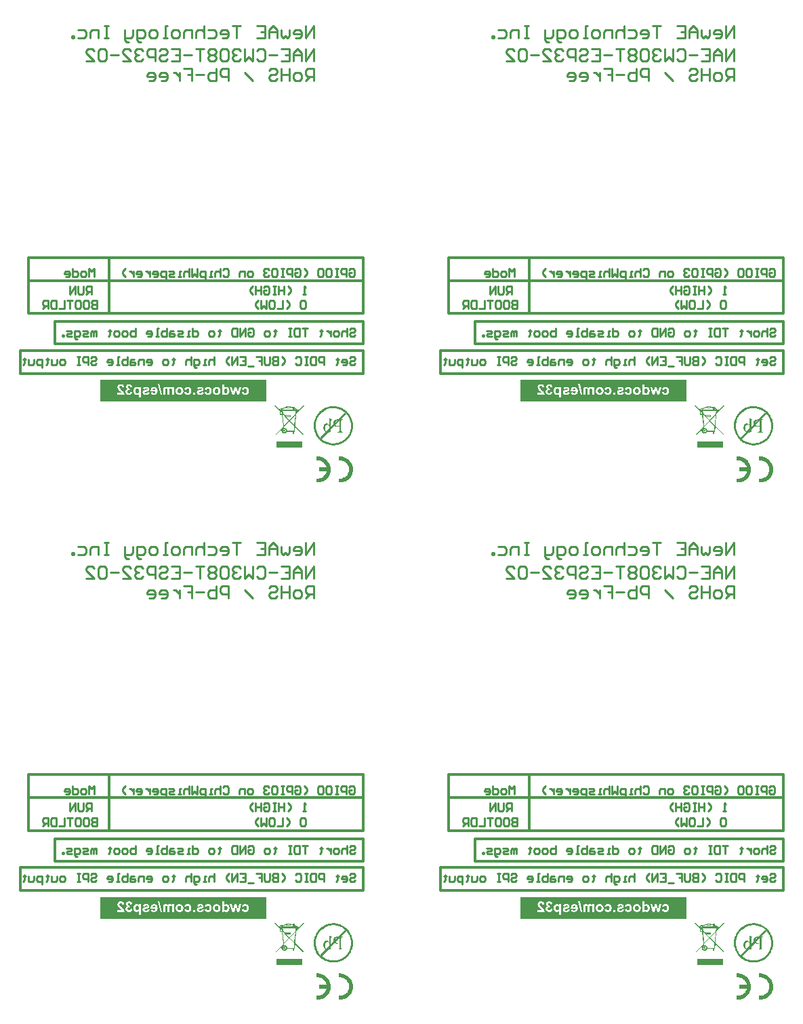
<source format=gbo>
G04 Layer_Color=32896*
%FSLAX25Y25*%
%MOIN*%
G70*
G01*
G75*
%ADD26C,0.01000*%
%ADD40C,0.01181*%
G36*
X343908Y316798D02*
X262365D01*
Y327428D01*
X343908D01*
Y316798D01*
D02*
G37*
G36*
X137208D02*
X55665D01*
Y327428D01*
X137208D01*
Y316798D01*
D02*
G37*
G36*
X362691Y314774D02*
X358761Y310674D01*
X358664Y309575D01*
X358420Y306914D01*
X358224Y304986D01*
X362423Y300665D01*
X362130Y300397D01*
X358175Y304449D01*
X357956Y301959D01*
X357834D01*
Y301007D01*
X356955D01*
Y301959D01*
X354221D01*
X354123Y301764D01*
X354001Y301593D01*
X353806Y301373D01*
X353538Y301203D01*
X353245Y301105D01*
X352976Y301080D01*
X352683Y301105D01*
X352464Y301154D01*
X352244Y301251D01*
X352024Y301373D01*
X351878Y301544D01*
X351707Y301764D01*
X351585Y302032D01*
X351512Y302277D01*
X351487Y302472D01*
X351512Y302716D01*
X351560Y302911D01*
X351609Y303082D01*
X351731Y303277D01*
X351853Y303424D01*
X352000Y303570D01*
X352171Y303692D01*
X352342Y303790D01*
X352317Y303985D01*
X348851Y300397D01*
X348558Y300690D01*
X352293Y304522D01*
X351975Y307891D01*
X351780Y310308D01*
X350657D01*
Y311870D01*
X350950D01*
X348143Y314774D01*
X348436Y315043D01*
X351072Y312309D01*
Y312504D01*
X351023Y312553D01*
X350950Y312602D01*
X350877Y312675D01*
X350804Y312773D01*
X350779Y312846D01*
X350755Y312944D01*
X350730Y313066D01*
X350755Y313212D01*
X350779Y313310D01*
X350901Y313456D01*
X350999Y313578D01*
X351170Y313627D01*
X351316Y313652D01*
X351487D01*
X351609Y313578D01*
X351731Y313505D01*
X351804Y313432D01*
X351902Y313530D01*
X352073Y313652D01*
X352293Y313749D01*
X352586Y313871D01*
X352903Y313969D01*
X353245Y314042D01*
X353586Y314091D01*
X353855Y314140D01*
Y314482D01*
X356076D01*
Y314164D01*
X356247D01*
X356540Y314140D01*
X356833Y314091D01*
X357126Y314042D01*
Y314237D01*
X358102D01*
Y313774D01*
X358200Y313725D01*
X358371Y313652D01*
X358517Y313554D01*
X358664Y313456D01*
X358810Y313334D01*
X358883Y313261D01*
X358957Y313188D01*
X358981Y313090D01*
Y312944D01*
X359542D01*
Y312211D01*
X358908D01*
X358810Y311308D01*
X362423Y315043D01*
X362691Y314774D01*
D02*
G37*
G36*
X155991D02*
X152061Y310674D01*
X151964Y309575D01*
X151720Y306914D01*
X151524Y304986D01*
X155723Y300665D01*
X155430Y300397D01*
X151476Y304449D01*
X151256Y301959D01*
X151134D01*
Y301007D01*
X150255D01*
Y301959D01*
X147521D01*
X147423Y301764D01*
X147301Y301593D01*
X147106Y301373D01*
X146838Y301203D01*
X146545Y301105D01*
X146276Y301080D01*
X145983Y301105D01*
X145764Y301154D01*
X145544Y301251D01*
X145324Y301373D01*
X145178Y301544D01*
X145007Y301764D01*
X144885Y302032D01*
X144812Y302277D01*
X144787Y302472D01*
X144812Y302716D01*
X144860Y302911D01*
X144909Y303082D01*
X145031Y303277D01*
X145153Y303424D01*
X145300Y303570D01*
X145471Y303692D01*
X145642Y303790D01*
X145617Y303985D01*
X142151Y300397D01*
X141858Y300690D01*
X145593Y304522D01*
X145275Y307891D01*
X145080Y310308D01*
X143957D01*
Y311870D01*
X144250D01*
X141443Y314774D01*
X141736Y315043D01*
X144372Y312309D01*
Y312504D01*
X144323Y312553D01*
X144250Y312602D01*
X144177Y312675D01*
X144104Y312773D01*
X144079Y312846D01*
X144055Y312944D01*
X144030Y313066D01*
X144055Y313212D01*
X144079Y313310D01*
X144201Y313456D01*
X144299Y313578D01*
X144470Y313627D01*
X144616Y313652D01*
X144787D01*
X144909Y313578D01*
X145031Y313505D01*
X145105Y313432D01*
X145202Y313530D01*
X145373Y313652D01*
X145593Y313749D01*
X145886Y313871D01*
X146203Y313969D01*
X146545Y314042D01*
X146886Y314091D01*
X147155Y314140D01*
Y314482D01*
X149376D01*
Y314164D01*
X149547D01*
X149840Y314140D01*
X150133Y314091D01*
X150426Y314042D01*
Y314237D01*
X151402D01*
Y313774D01*
X151500Y313725D01*
X151671Y313652D01*
X151817Y313554D01*
X151964Y313456D01*
X152110Y313334D01*
X152183Y313261D01*
X152257Y313188D01*
X152281Y313090D01*
Y312944D01*
X152842D01*
Y312211D01*
X152208D01*
X152110Y311308D01*
X155723Y315043D01*
X155991Y314774D01*
D02*
G37*
G36*
X377757Y314605D02*
X378465Y314508D01*
X379149Y314361D01*
X379783Y314190D01*
X380394Y313971D01*
X380955Y313726D01*
X381468Y313482D01*
X381931Y313214D01*
X382371Y312945D01*
X382761Y312701D01*
X383079Y312457D01*
X383347Y312238D01*
X383567Y312067D01*
X383738Y311920D01*
X383835Y311823D01*
X383860Y311798D01*
X384348Y311261D01*
X384787Y310700D01*
X385178Y310114D01*
X385495Y309528D01*
X385764Y308942D01*
X386008Y308381D01*
X386179Y307844D01*
X386325Y307307D01*
X386447Y306819D01*
X386545Y306355D01*
X386594Y305964D01*
X386643Y305622D01*
X386667Y305329D01*
X386691Y305110D01*
Y304988D01*
Y304939D01*
X386667Y304207D01*
X386569Y303499D01*
X386423Y302815D01*
X386252Y302181D01*
X386032Y301570D01*
X385788Y301009D01*
X385544Y300496D01*
X385276Y300032D01*
X385007Y299593D01*
X384763Y299202D01*
X384519Y298885D01*
X384299Y298617D01*
X384128Y298397D01*
X383982Y298226D01*
X383884Y298129D01*
X383860Y298104D01*
X383323Y297616D01*
X382761Y297177D01*
X382175Y296786D01*
X381590Y296469D01*
X381028Y296200D01*
X380442Y295956D01*
X379905Y295785D01*
X379368Y295639D01*
X378880Y295517D01*
X378441Y295419D01*
X378050Y295370D01*
X377684Y295321D01*
X377415Y295297D01*
X377196Y295272D01*
X377025D01*
X376293Y295297D01*
X375585Y295395D01*
X374901Y295541D01*
X374267Y295712D01*
X373656Y295932D01*
X373095Y296176D01*
X372582Y296420D01*
X372094Y296688D01*
X371679Y296957D01*
X371289Y297201D01*
X370971Y297445D01*
X370703Y297665D01*
X370483Y297836D01*
X370312Y297982D01*
X370215Y298080D01*
X370190Y298104D01*
X369678Y298641D01*
X369238Y299202D01*
X368872Y299788D01*
X368530Y300374D01*
X368262Y300936D01*
X368042Y301521D01*
X367847Y302059D01*
X367700Y302595D01*
X367578Y303084D01*
X367481Y303523D01*
X367432Y303914D01*
X367383Y304280D01*
X367359Y304548D01*
X367334Y304768D01*
Y304890D01*
Y304939D01*
X367359Y305671D01*
X367456Y306379D01*
X367603Y307063D01*
X367774Y307722D01*
X367993Y308308D01*
X368237Y308869D01*
X368506Y309406D01*
X368750Y309870D01*
X369019Y310309D01*
X369287Y310700D01*
X369531Y311017D01*
X369751Y311285D01*
X369922Y311505D01*
X370068Y311676D01*
X370166Y311774D01*
X370190Y311798D01*
X370727Y312286D01*
X371289Y312726D01*
X371874Y313116D01*
X372460Y313434D01*
X373022Y313702D01*
X373608Y313946D01*
X374145Y314117D01*
X374657Y314288D01*
X375170Y314386D01*
X375609Y314483D01*
X376000Y314532D01*
X376366Y314581D01*
X376634Y314605D01*
X376854Y314630D01*
X377025D01*
X377757Y314605D01*
D02*
G37*
G36*
X171057D02*
X171765Y314508D01*
X172449Y314361D01*
X173083Y314190D01*
X173694Y313971D01*
X174255Y313726D01*
X174768Y313482D01*
X175231Y313214D01*
X175671Y312945D01*
X176061Y312701D01*
X176379Y312457D01*
X176647Y312238D01*
X176867Y312067D01*
X177038Y311920D01*
X177135Y311823D01*
X177160Y311798D01*
X177648Y311261D01*
X178087Y310700D01*
X178478Y310114D01*
X178795Y309528D01*
X179064Y308942D01*
X179308Y308381D01*
X179479Y307844D01*
X179625Y307307D01*
X179747Y306819D01*
X179845Y306355D01*
X179894Y305964D01*
X179943Y305622D01*
X179967Y305329D01*
X179991Y305110D01*
Y304988D01*
Y304939D01*
X179967Y304207D01*
X179869Y303499D01*
X179723Y302815D01*
X179552Y302181D01*
X179332Y301570D01*
X179088Y301009D01*
X178844Y300496D01*
X178576Y300032D01*
X178307Y299593D01*
X178063Y299202D01*
X177819Y298885D01*
X177599Y298617D01*
X177428Y298397D01*
X177282Y298226D01*
X177184Y298129D01*
X177160Y298104D01*
X176623Y297616D01*
X176061Y297177D01*
X175476Y296786D01*
X174890Y296469D01*
X174328Y296200D01*
X173742Y295956D01*
X173205Y295785D01*
X172668Y295639D01*
X172180Y295517D01*
X171741Y295419D01*
X171350Y295370D01*
X170984Y295321D01*
X170715Y295297D01*
X170496Y295272D01*
X170325D01*
X169593Y295297D01*
X168885Y295395D01*
X168201Y295541D01*
X167567Y295712D01*
X166956Y295932D01*
X166395Y296176D01*
X165882Y296420D01*
X165394Y296688D01*
X164979Y296957D01*
X164589Y297201D01*
X164271Y297445D01*
X164003Y297665D01*
X163783Y297836D01*
X163612Y297982D01*
X163515Y298080D01*
X163490Y298104D01*
X162978Y298641D01*
X162538Y299202D01*
X162172Y299788D01*
X161830Y300374D01*
X161562Y300936D01*
X161342Y301521D01*
X161147Y302059D01*
X161000Y302595D01*
X160878Y303084D01*
X160781Y303523D01*
X160732Y303914D01*
X160683Y304280D01*
X160659Y304548D01*
X160634Y304768D01*
Y304890D01*
Y304939D01*
X160659Y305671D01*
X160756Y306379D01*
X160903Y307063D01*
X161074Y307722D01*
X161293Y308308D01*
X161537Y308869D01*
X161806Y309406D01*
X162050Y309870D01*
X162319Y310309D01*
X162587Y310700D01*
X162831Y311017D01*
X163051Y311285D01*
X163222Y311505D01*
X163368Y311676D01*
X163466Y311774D01*
X163490Y311798D01*
X164027Y312286D01*
X164589Y312726D01*
X165174Y313116D01*
X165760Y313434D01*
X166322Y313702D01*
X166908Y313946D01*
X167445Y314117D01*
X167957Y314288D01*
X168470Y314386D01*
X168909Y314483D01*
X169300Y314532D01*
X169666Y314581D01*
X169934Y314605D01*
X170154Y314630D01*
X170325D01*
X171057Y314605D01*
D02*
G37*
G36*
X361861Y297199D02*
Y297150D01*
Y296980D01*
Y296784D01*
Y296736D01*
Y296711D01*
Y296345D01*
Y295979D01*
Y295832D01*
Y295710D01*
Y295637D01*
Y295613D01*
Y295198D01*
Y295027D01*
Y294856D01*
Y294734D01*
Y294636D01*
Y294563D01*
Y294539D01*
Y294368D01*
Y294246D01*
Y294173D01*
Y294124D01*
Y294050D01*
X349193D01*
Y294075D01*
Y294124D01*
Y294295D01*
Y294465D01*
Y294514D01*
Y294539D01*
Y294905D01*
Y295271D01*
Y295393D01*
Y295515D01*
Y295588D01*
Y295613D01*
Y296052D01*
Y296223D01*
Y296394D01*
Y296516D01*
Y296638D01*
Y296687D01*
Y296711D01*
Y296882D01*
Y297004D01*
Y297102D01*
Y297150D01*
Y297224D01*
X361861D01*
Y297199D01*
D02*
G37*
G36*
X155161D02*
Y297150D01*
Y296980D01*
Y296784D01*
Y296736D01*
Y296711D01*
Y296345D01*
Y295979D01*
Y295832D01*
Y295710D01*
Y295637D01*
Y295613D01*
Y295198D01*
Y295027D01*
Y294856D01*
Y294734D01*
Y294636D01*
Y294563D01*
Y294539D01*
Y294368D01*
Y294246D01*
Y294173D01*
Y294124D01*
Y294050D01*
X142493D01*
Y294075D01*
Y294124D01*
Y294295D01*
Y294465D01*
Y294514D01*
Y294539D01*
Y294905D01*
Y295271D01*
Y295393D01*
Y295515D01*
Y295588D01*
Y295613D01*
Y296052D01*
Y296223D01*
Y296394D01*
Y296516D01*
Y296638D01*
Y296687D01*
Y296711D01*
Y296882D01*
Y297004D01*
Y297102D01*
Y297150D01*
Y297224D01*
X155161D01*
Y297199D01*
D02*
G37*
G36*
X380735Y289914D02*
X381199Y289866D01*
X381663Y289768D01*
X382078Y289646D01*
X382493Y289499D01*
X382859Y289329D01*
X383201Y289158D01*
X383518Y288987D01*
X383811Y288816D01*
X384080Y288645D01*
X384299Y288474D01*
X384470Y288328D01*
X384616Y288206D01*
X384714Y288108D01*
X384787Y288059D01*
X384812Y288035D01*
X385154Y287669D01*
X385422Y287303D01*
X385690Y286912D01*
X385886Y286522D01*
X386081Y286155D01*
X386227Y285765D01*
X386350Y285399D01*
X386447Y285057D01*
X386545Y284740D01*
X386594Y284447D01*
X386643Y284178D01*
X386667Y283934D01*
Y283763D01*
X386691Y283617D01*
Y283519D01*
Y283495D01*
X386667Y283006D01*
X386618Y282543D01*
X386521Y282079D01*
X386398Y281664D01*
X386252Y281249D01*
X386105Y280883D01*
X385935Y280541D01*
X385739Y280224D01*
X385568Y279931D01*
X385398Y279662D01*
X385251Y279443D01*
X385105Y279272D01*
X384983Y279125D01*
X384885Y279028D01*
X384836Y278954D01*
X384812Y278930D01*
X384446Y278588D01*
X384080Y278320D01*
X383689Y278051D01*
X383298Y277856D01*
X382908Y277661D01*
X382542Y277514D01*
X382175Y277392D01*
X381809Y277294D01*
X381492Y277197D01*
X381199Y277148D01*
X380931Y277099D01*
X380686Y277075D01*
X380516D01*
X380369Y277050D01*
X380003D01*
X379783Y277075D01*
X379588D01*
Y279028D01*
X379808Y279003D01*
X380027Y278979D01*
X380247D01*
X380589Y279003D01*
X380906Y279028D01*
X381516Y279174D01*
X382078Y279394D01*
X382542Y279638D01*
X382932Y279882D01*
X383079Y280004D01*
X383201Y280102D01*
X383298Y280175D01*
X383372Y280248D01*
X383420Y280273D01*
X383445Y280297D01*
X383664Y280541D01*
X383884Y280809D01*
X384055Y281078D01*
X384202Y281347D01*
X384446Y281884D01*
X384592Y282396D01*
X384690Y282836D01*
X384714Y283031D01*
X384738Y283177D01*
X384763Y283324D01*
Y283421D01*
Y283470D01*
Y283495D01*
X384738Y283836D01*
X384714Y284178D01*
X384568Y284788D01*
X384348Y285325D01*
X384104Y285789D01*
X383860Y286180D01*
X383738Y286326D01*
X383640Y286448D01*
X383567Y286570D01*
X383494Y286644D01*
X383469Y286668D01*
X383445Y286692D01*
X383176Y286936D01*
X382932Y287132D01*
X382639Y287303D01*
X382371Y287449D01*
X381834Y287693D01*
X381346Y287840D01*
X380906Y287937D01*
X380711Y287962D01*
X380564Y287986D01*
X380418Y288011D01*
X380003D01*
X379783Y287986D01*
X379637Y287962D01*
X379588D01*
Y289914D01*
X379808Y289939D01*
X380247D01*
X380735Y289914D01*
D02*
G37*
G36*
X369751D02*
X370239Y289866D01*
X370678Y289768D01*
X371118Y289646D01*
X371508Y289499D01*
X371899Y289329D01*
X372241Y289158D01*
X372558Y288987D01*
X372851Y288816D01*
X373095Y288645D01*
X373339Y288474D01*
X373510Y288328D01*
X373656Y288206D01*
X373754Y288108D01*
X373827Y288059D01*
X373852Y288035D01*
X374193Y287669D01*
X374462Y287303D01*
X374730Y286912D01*
X374926Y286522D01*
X375121Y286155D01*
X375268Y285765D01*
X375390Y285399D01*
X375487Y285057D01*
X375585Y284740D01*
X375634Y284447D01*
X375682Y284178D01*
X375707Y283934D01*
Y283763D01*
X375731Y283617D01*
Y283519D01*
Y283495D01*
X375707Y283006D01*
X375658Y282543D01*
X375560Y282079D01*
X375438Y281664D01*
X375292Y281249D01*
X375145Y280883D01*
X374974Y280541D01*
X374779Y280224D01*
X374608Y279931D01*
X374437Y279662D01*
X374291Y279443D01*
X374145Y279272D01*
X374023Y279125D01*
X373925Y279028D01*
X373876Y278954D01*
X373852Y278930D01*
X373485Y278588D01*
X373095Y278320D01*
X372729Y278051D01*
X372338Y277856D01*
X371948Y277661D01*
X371557Y277514D01*
X371191Y277392D01*
X370849Y277294D01*
X370508Y277197D01*
X370215Y277148D01*
X369946Y277099D01*
X369702Y277075D01*
X369531D01*
X369385Y277050D01*
X369019D01*
X368823Y277075D01*
X368628D01*
Y279028D01*
X368848Y279003D01*
X369043Y278979D01*
X369263D01*
X369848Y279028D01*
X370385Y279125D01*
X370874Y279296D01*
X371289Y279491D01*
X371630Y279662D01*
X371899Y279833D01*
X371996Y279882D01*
X372070Y279931D01*
X372094Y279980D01*
X372119D01*
X372533Y280370D01*
X372875Y280809D01*
X373144Y281224D01*
X373363Y281615D01*
X373510Y281981D01*
X373608Y282274D01*
X373632Y282372D01*
X373656Y282445D01*
X373681Y282494D01*
Y282518D01*
X369922D01*
Y284471D01*
X373681D01*
X373510Y285033D01*
X373290Y285521D01*
X373046Y285960D01*
X372778Y286326D01*
X372533Y286619D01*
X372314Y286839D01*
X372167Y286961D01*
X372143Y287010D01*
X372119D01*
X371630Y287351D01*
X371142Y287596D01*
X370678Y287766D01*
X370215Y287889D01*
X369848Y287962D01*
X369678Y287986D01*
X369531D01*
X369409Y288011D01*
X369019D01*
X368823Y287986D01*
X368677Y287962D01*
X368628D01*
Y289914D01*
X368872Y289939D01*
X369263D01*
X369751Y289914D01*
D02*
G37*
G36*
X174035D02*
X174499Y289866D01*
X174963Y289768D01*
X175378Y289646D01*
X175793Y289499D01*
X176159Y289329D01*
X176501Y289158D01*
X176818Y288987D01*
X177111Y288816D01*
X177380Y288645D01*
X177599Y288474D01*
X177770Y288328D01*
X177917Y288206D01*
X178014Y288108D01*
X178087Y288059D01*
X178112Y288035D01*
X178454Y287669D01*
X178722Y287303D01*
X178990Y286912D01*
X179186Y286522D01*
X179381Y286155D01*
X179527Y285765D01*
X179650Y285399D01*
X179747Y285057D01*
X179845Y284740D01*
X179894Y284447D01*
X179943Y284178D01*
X179967Y283934D01*
Y283763D01*
X179991Y283617D01*
Y283519D01*
Y283495D01*
X179967Y283006D01*
X179918Y282543D01*
X179821Y282079D01*
X179698Y281664D01*
X179552Y281249D01*
X179405Y280883D01*
X179235Y280541D01*
X179039Y280224D01*
X178868Y279931D01*
X178698Y279662D01*
X178551Y279443D01*
X178405Y279272D01*
X178283Y279125D01*
X178185Y279028D01*
X178136Y278954D01*
X178112Y278930D01*
X177746Y278588D01*
X177380Y278320D01*
X176989Y278051D01*
X176598Y277856D01*
X176208Y277661D01*
X175842Y277514D01*
X175476Y277392D01*
X175109Y277294D01*
X174792Y277197D01*
X174499Y277148D01*
X174231Y277099D01*
X173986Y277075D01*
X173816D01*
X173669Y277050D01*
X173303D01*
X173083Y277075D01*
X172888D01*
Y279028D01*
X173108Y279003D01*
X173327Y278979D01*
X173547D01*
X173889Y279003D01*
X174206Y279028D01*
X174816Y279174D01*
X175378Y279394D01*
X175842Y279638D01*
X176232Y279882D01*
X176379Y280004D01*
X176501Y280102D01*
X176598Y280175D01*
X176672Y280248D01*
X176720Y280273D01*
X176745Y280297D01*
X176964Y280541D01*
X177184Y280809D01*
X177355Y281078D01*
X177501Y281347D01*
X177746Y281884D01*
X177892Y282396D01*
X177990Y282836D01*
X178014Y283031D01*
X178039Y283177D01*
X178063Y283324D01*
Y283421D01*
Y283470D01*
Y283495D01*
X178039Y283836D01*
X178014Y284178D01*
X177868Y284788D01*
X177648Y285325D01*
X177404Y285789D01*
X177160Y286180D01*
X177038Y286326D01*
X176940Y286448D01*
X176867Y286570D01*
X176794Y286644D01*
X176769Y286668D01*
X176745Y286692D01*
X176476Y286936D01*
X176232Y287132D01*
X175939Y287303D01*
X175671Y287449D01*
X175134Y287693D01*
X174645Y287840D01*
X174206Y287937D01*
X174011Y287962D01*
X173864Y287986D01*
X173718Y288011D01*
X173303D01*
X173083Y287986D01*
X172937Y287962D01*
X172888D01*
Y289914D01*
X173108Y289939D01*
X173547D01*
X174035Y289914D01*
D02*
G37*
G36*
X163051D02*
X163539Y289866D01*
X163978Y289768D01*
X164418Y289646D01*
X164808Y289499D01*
X165199Y289329D01*
X165541Y289158D01*
X165858Y288987D01*
X166151Y288816D01*
X166395Y288645D01*
X166639Y288474D01*
X166810Y288328D01*
X166956Y288206D01*
X167054Y288108D01*
X167127Y288059D01*
X167152Y288035D01*
X167493Y287669D01*
X167762Y287303D01*
X168030Y286912D01*
X168226Y286522D01*
X168421Y286155D01*
X168568Y285765D01*
X168690Y285399D01*
X168787Y285057D01*
X168885Y284740D01*
X168934Y284447D01*
X168982Y284178D01*
X169007Y283934D01*
Y283763D01*
X169031Y283617D01*
Y283519D01*
Y283495D01*
X169007Y283006D01*
X168958Y282543D01*
X168860Y282079D01*
X168738Y281664D01*
X168592Y281249D01*
X168445Y280883D01*
X168274Y280541D01*
X168079Y280224D01*
X167908Y279931D01*
X167737Y279662D01*
X167591Y279443D01*
X167445Y279272D01*
X167323Y279125D01*
X167225Y279028D01*
X167176Y278954D01*
X167152Y278930D01*
X166786Y278588D01*
X166395Y278320D01*
X166029Y278051D01*
X165638Y277856D01*
X165248Y277661D01*
X164857Y277514D01*
X164491Y277392D01*
X164149Y277294D01*
X163807Y277197D01*
X163515Y277148D01*
X163246Y277099D01*
X163002Y277075D01*
X162831D01*
X162685Y277050D01*
X162319D01*
X162123Y277075D01*
X161928D01*
Y279028D01*
X162148Y279003D01*
X162343Y278979D01*
X162563D01*
X163148Y279028D01*
X163685Y279125D01*
X164174Y279296D01*
X164589Y279491D01*
X164930Y279662D01*
X165199Y279833D01*
X165296Y279882D01*
X165370Y279931D01*
X165394Y279980D01*
X165419D01*
X165833Y280370D01*
X166175Y280809D01*
X166444Y281224D01*
X166664Y281615D01*
X166810Y281981D01*
X166908Y282274D01*
X166932Y282372D01*
X166956Y282445D01*
X166981Y282494D01*
Y282518D01*
X163222D01*
Y284471D01*
X166981D01*
X166810Y285033D01*
X166590Y285521D01*
X166346Y285960D01*
X166078Y286326D01*
X165833Y286619D01*
X165614Y286839D01*
X165467Y286961D01*
X165443Y287010D01*
X165419D01*
X164930Y287351D01*
X164442Y287596D01*
X163978Y287766D01*
X163515Y287889D01*
X163148Y287962D01*
X162978Y287986D01*
X162831D01*
X162709Y288011D01*
X162319D01*
X162123Y287986D01*
X161977Y287962D01*
X161928D01*
Y289914D01*
X162172Y289939D01*
X162563D01*
X163051Y289914D01*
D02*
G37*
G36*
X343908Y62598D02*
X262365D01*
Y73228D01*
X343908D01*
Y62598D01*
D02*
G37*
G36*
X137208D02*
X55665D01*
Y73228D01*
X137208D01*
Y62598D01*
D02*
G37*
G36*
X362691Y60575D02*
X358761Y56474D01*
X358664Y55375D01*
X358420Y52715D01*
X358224Y50786D01*
X362423Y46466D01*
X362130Y46197D01*
X358175Y50249D01*
X357956Y47759D01*
X357834D01*
Y46807D01*
X356955D01*
Y47759D01*
X354221D01*
X354123Y47564D01*
X354001Y47393D01*
X353806Y47173D01*
X353538Y47003D01*
X353245Y46905D01*
X352976Y46880D01*
X352683Y46905D01*
X352464Y46954D01*
X352244Y47051D01*
X352024Y47173D01*
X351878Y47344D01*
X351707Y47564D01*
X351585Y47833D01*
X351512Y48077D01*
X351487Y48272D01*
X351512Y48516D01*
X351560Y48711D01*
X351609Y48882D01*
X351731Y49077D01*
X351853Y49224D01*
X352000Y49370D01*
X352171Y49492D01*
X352342Y49590D01*
X352317Y49785D01*
X348851Y46197D01*
X348558Y46490D01*
X352293Y50322D01*
X351975Y53691D01*
X351780Y56107D01*
X350657D01*
Y57670D01*
X350950D01*
X348143Y60575D01*
X348436Y60843D01*
X351072Y58109D01*
Y58304D01*
X351023Y58353D01*
X350950Y58402D01*
X350877Y58475D01*
X350804Y58573D01*
X350779Y58646D01*
X350755Y58744D01*
X350730Y58866D01*
X350755Y59012D01*
X350779Y59110D01*
X350901Y59256D01*
X350999Y59378D01*
X351170Y59427D01*
X351316Y59452D01*
X351487D01*
X351609Y59378D01*
X351731Y59305D01*
X351804Y59232D01*
X351902Y59330D01*
X352073Y59452D01*
X352293Y59549D01*
X352586Y59671D01*
X352903Y59769D01*
X353245Y59842D01*
X353586Y59891D01*
X353855Y59940D01*
Y60282D01*
X356076D01*
Y59964D01*
X356247D01*
X356540Y59940D01*
X356833Y59891D01*
X357126Y59842D01*
Y60037D01*
X358102D01*
Y59574D01*
X358200Y59525D01*
X358371Y59452D01*
X358517Y59354D01*
X358664Y59256D01*
X358810Y59134D01*
X358883Y59061D01*
X358957Y58988D01*
X358981Y58890D01*
Y58744D01*
X359542D01*
Y58012D01*
X358908D01*
X358810Y57108D01*
X362423Y60843D01*
X362691Y60575D01*
D02*
G37*
G36*
X155991D02*
X152061Y56474D01*
X151964Y55375D01*
X151720Y52715D01*
X151524Y50786D01*
X155723Y46466D01*
X155430Y46197D01*
X151476Y50249D01*
X151256Y47759D01*
X151134D01*
Y46807D01*
X150255D01*
Y47759D01*
X147521D01*
X147423Y47564D01*
X147301Y47393D01*
X147106Y47173D01*
X146838Y47003D01*
X146545Y46905D01*
X146276Y46880D01*
X145983Y46905D01*
X145764Y46954D01*
X145544Y47051D01*
X145324Y47173D01*
X145178Y47344D01*
X145007Y47564D01*
X144885Y47833D01*
X144812Y48077D01*
X144787Y48272D01*
X144812Y48516D01*
X144860Y48711D01*
X144909Y48882D01*
X145031Y49077D01*
X145153Y49224D01*
X145300Y49370D01*
X145471Y49492D01*
X145642Y49590D01*
X145617Y49785D01*
X142151Y46197D01*
X141858Y46490D01*
X145593Y50322D01*
X145275Y53691D01*
X145080Y56107D01*
X143957D01*
Y57670D01*
X144250D01*
X141443Y60575D01*
X141736Y60843D01*
X144372Y58109D01*
Y58304D01*
X144323Y58353D01*
X144250Y58402D01*
X144177Y58475D01*
X144104Y58573D01*
X144079Y58646D01*
X144055Y58744D01*
X144030Y58866D01*
X144055Y59012D01*
X144079Y59110D01*
X144201Y59256D01*
X144299Y59378D01*
X144470Y59427D01*
X144616Y59452D01*
X144787D01*
X144909Y59378D01*
X145031Y59305D01*
X145105Y59232D01*
X145202Y59330D01*
X145373Y59452D01*
X145593Y59549D01*
X145886Y59671D01*
X146203Y59769D01*
X146545Y59842D01*
X146886Y59891D01*
X147155Y59940D01*
Y60282D01*
X149376D01*
Y59964D01*
X149547D01*
X149840Y59940D01*
X150133Y59891D01*
X150426Y59842D01*
Y60037D01*
X151402D01*
Y59574D01*
X151500Y59525D01*
X151671Y59452D01*
X151817Y59354D01*
X151964Y59256D01*
X152110Y59134D01*
X152183Y59061D01*
X152257Y58988D01*
X152281Y58890D01*
Y58744D01*
X152842D01*
Y58012D01*
X152208D01*
X152110Y57108D01*
X155723Y60843D01*
X155991Y60575D01*
D02*
G37*
G36*
X377757Y60405D02*
X378465Y60308D01*
X379149Y60161D01*
X379783Y59990D01*
X380394Y59771D01*
X380955Y59526D01*
X381468Y59282D01*
X381931Y59014D01*
X382371Y58745D01*
X382761Y58501D01*
X383079Y58257D01*
X383347Y58038D01*
X383567Y57867D01*
X383738Y57720D01*
X383835Y57622D01*
X383860Y57598D01*
X384348Y57061D01*
X384787Y56500D01*
X385178Y55914D01*
X385495Y55328D01*
X385764Y54742D01*
X386008Y54181D01*
X386179Y53644D01*
X386325Y53107D01*
X386447Y52618D01*
X386545Y52155D01*
X386594Y51764D01*
X386643Y51422D01*
X386667Y51130D01*
X386691Y50910D01*
Y50788D01*
Y50739D01*
X386667Y50007D01*
X386569Y49299D01*
X386423Y48615D01*
X386252Y47981D01*
X386032Y47370D01*
X385788Y46809D01*
X385544Y46296D01*
X385276Y45832D01*
X385007Y45393D01*
X384763Y45002D01*
X384519Y44685D01*
X384299Y44417D01*
X384128Y44197D01*
X383982Y44026D01*
X383884Y43929D01*
X383860Y43904D01*
X383323Y43416D01*
X382761Y42976D01*
X382175Y42586D01*
X381590Y42269D01*
X381028Y42000D01*
X380442Y41756D01*
X379905Y41585D01*
X379368Y41439D01*
X378880Y41317D01*
X378441Y41219D01*
X378050Y41170D01*
X377684Y41121D01*
X377415Y41097D01*
X377196Y41072D01*
X377025D01*
X376293Y41097D01*
X375585Y41195D01*
X374901Y41341D01*
X374267Y41512D01*
X373656Y41732D01*
X373095Y41976D01*
X372582Y42220D01*
X372094Y42488D01*
X371679Y42757D01*
X371289Y43001D01*
X370971Y43245D01*
X370703Y43465D01*
X370483Y43636D01*
X370312Y43782D01*
X370215Y43880D01*
X370190Y43904D01*
X369678Y44441D01*
X369238Y45002D01*
X368872Y45588D01*
X368530Y46174D01*
X368262Y46736D01*
X368042Y47322D01*
X367847Y47859D01*
X367700Y48395D01*
X367578Y48884D01*
X367481Y49323D01*
X367432Y49714D01*
X367383Y50080D01*
X367359Y50348D01*
X367334Y50568D01*
Y50690D01*
Y50739D01*
X367359Y51471D01*
X367456Y52179D01*
X367603Y52863D01*
X367774Y53522D01*
X367993Y54107D01*
X368237Y54669D01*
X368506Y55206D01*
X368750Y55670D01*
X369019Y56109D01*
X369287Y56500D01*
X369531Y56817D01*
X369751Y57086D01*
X369922Y57305D01*
X370068Y57476D01*
X370166Y57574D01*
X370190Y57598D01*
X370727Y58086D01*
X371289Y58526D01*
X371874Y58916D01*
X372460Y59234D01*
X373022Y59502D01*
X373608Y59746D01*
X374145Y59917D01*
X374657Y60088D01*
X375170Y60186D01*
X375609Y60283D01*
X376000Y60332D01*
X376366Y60381D01*
X376634Y60405D01*
X376854Y60430D01*
X377025D01*
X377757Y60405D01*
D02*
G37*
G36*
X171057D02*
X171765Y60308D01*
X172449Y60161D01*
X173083Y59990D01*
X173694Y59771D01*
X174255Y59526D01*
X174768Y59282D01*
X175231Y59014D01*
X175671Y58745D01*
X176061Y58501D01*
X176379Y58257D01*
X176647Y58038D01*
X176867Y57867D01*
X177038Y57720D01*
X177135Y57622D01*
X177160Y57598D01*
X177648Y57061D01*
X178087Y56500D01*
X178478Y55914D01*
X178795Y55328D01*
X179064Y54742D01*
X179308Y54181D01*
X179479Y53644D01*
X179625Y53107D01*
X179747Y52618D01*
X179845Y52155D01*
X179894Y51764D01*
X179943Y51422D01*
X179967Y51130D01*
X179991Y50910D01*
Y50788D01*
Y50739D01*
X179967Y50007D01*
X179869Y49299D01*
X179723Y48615D01*
X179552Y47981D01*
X179332Y47370D01*
X179088Y46809D01*
X178844Y46296D01*
X178576Y45832D01*
X178307Y45393D01*
X178063Y45002D01*
X177819Y44685D01*
X177599Y44417D01*
X177428Y44197D01*
X177282Y44026D01*
X177184Y43929D01*
X177160Y43904D01*
X176623Y43416D01*
X176061Y42976D01*
X175476Y42586D01*
X174890Y42269D01*
X174328Y42000D01*
X173742Y41756D01*
X173205Y41585D01*
X172668Y41439D01*
X172180Y41317D01*
X171741Y41219D01*
X171350Y41170D01*
X170984Y41121D01*
X170715Y41097D01*
X170496Y41072D01*
X170325D01*
X169593Y41097D01*
X168885Y41195D01*
X168201Y41341D01*
X167567Y41512D01*
X166956Y41732D01*
X166395Y41976D01*
X165882Y42220D01*
X165394Y42488D01*
X164979Y42757D01*
X164589Y43001D01*
X164271Y43245D01*
X164003Y43465D01*
X163783Y43636D01*
X163612Y43782D01*
X163515Y43880D01*
X163490Y43904D01*
X162978Y44441D01*
X162538Y45002D01*
X162172Y45588D01*
X161830Y46174D01*
X161562Y46736D01*
X161342Y47322D01*
X161147Y47859D01*
X161000Y48395D01*
X160878Y48884D01*
X160781Y49323D01*
X160732Y49714D01*
X160683Y50080D01*
X160659Y50348D01*
X160634Y50568D01*
Y50690D01*
Y50739D01*
X160659Y51471D01*
X160756Y52179D01*
X160903Y52863D01*
X161074Y53522D01*
X161293Y54107D01*
X161537Y54669D01*
X161806Y55206D01*
X162050Y55670D01*
X162319Y56109D01*
X162587Y56500D01*
X162831Y56817D01*
X163051Y57086D01*
X163222Y57305D01*
X163368Y57476D01*
X163466Y57574D01*
X163490Y57598D01*
X164027Y58086D01*
X164589Y58526D01*
X165174Y58916D01*
X165760Y59234D01*
X166322Y59502D01*
X166908Y59746D01*
X167445Y59917D01*
X167957Y60088D01*
X168470Y60186D01*
X168909Y60283D01*
X169300Y60332D01*
X169666Y60381D01*
X169934Y60405D01*
X170154Y60430D01*
X170325D01*
X171057Y60405D01*
D02*
G37*
G36*
X361861Y42999D02*
Y42950D01*
Y42780D01*
Y42584D01*
Y42535D01*
Y42511D01*
Y42145D01*
Y41779D01*
Y41632D01*
Y41510D01*
Y41437D01*
Y41413D01*
Y40998D01*
Y40827D01*
Y40656D01*
Y40534D01*
Y40436D01*
Y40363D01*
Y40339D01*
Y40168D01*
Y40046D01*
Y39972D01*
Y39924D01*
Y39850D01*
X349193D01*
Y39875D01*
Y39924D01*
Y40095D01*
Y40265D01*
Y40314D01*
Y40339D01*
Y40705D01*
Y41071D01*
Y41193D01*
Y41315D01*
Y41388D01*
Y41413D01*
Y41852D01*
Y42023D01*
Y42194D01*
Y42316D01*
Y42438D01*
Y42487D01*
Y42511D01*
Y42682D01*
Y42804D01*
Y42902D01*
Y42950D01*
Y43024D01*
X361861D01*
Y42999D01*
D02*
G37*
G36*
X155161D02*
Y42950D01*
Y42780D01*
Y42584D01*
Y42535D01*
Y42511D01*
Y42145D01*
Y41779D01*
Y41632D01*
Y41510D01*
Y41437D01*
Y41413D01*
Y40998D01*
Y40827D01*
Y40656D01*
Y40534D01*
Y40436D01*
Y40363D01*
Y40339D01*
Y40168D01*
Y40046D01*
Y39972D01*
Y39924D01*
Y39850D01*
X142493D01*
Y39875D01*
Y39924D01*
Y40095D01*
Y40265D01*
Y40314D01*
Y40339D01*
Y40705D01*
Y41071D01*
Y41193D01*
Y41315D01*
Y41388D01*
Y41413D01*
Y41852D01*
Y42023D01*
Y42194D01*
Y42316D01*
Y42438D01*
Y42487D01*
Y42511D01*
Y42682D01*
Y42804D01*
Y42902D01*
Y42950D01*
Y43024D01*
X155161D01*
Y42999D01*
D02*
G37*
G36*
X380735Y35715D02*
X381199Y35666D01*
X381663Y35568D01*
X382078Y35446D01*
X382493Y35300D01*
X382859Y35129D01*
X383201Y34958D01*
X383518Y34787D01*
X383811Y34616D01*
X384080Y34445D01*
X384299Y34274D01*
X384470Y34128D01*
X384616Y34006D01*
X384714Y33908D01*
X384787Y33859D01*
X384812Y33835D01*
X385154Y33469D01*
X385422Y33103D01*
X385690Y32712D01*
X385886Y32322D01*
X386081Y31955D01*
X386227Y31565D01*
X386350Y31199D01*
X386447Y30857D01*
X386545Y30540D01*
X386594Y30247D01*
X386643Y29978D01*
X386667Y29734D01*
Y29563D01*
X386691Y29417D01*
Y29319D01*
Y29295D01*
X386667Y28806D01*
X386618Y28343D01*
X386521Y27879D01*
X386398Y27464D01*
X386252Y27049D01*
X386105Y26683D01*
X385935Y26341D01*
X385739Y26024D01*
X385568Y25731D01*
X385398Y25462D01*
X385251Y25243D01*
X385105Y25072D01*
X384983Y24925D01*
X384885Y24828D01*
X384836Y24754D01*
X384812Y24730D01*
X384446Y24388D01*
X384080Y24120D01*
X383689Y23851D01*
X383298Y23656D01*
X382908Y23461D01*
X382542Y23314D01*
X382175Y23192D01*
X381809Y23095D01*
X381492Y22997D01*
X381199Y22948D01*
X380931Y22899D01*
X380686Y22875D01*
X380516D01*
X380369Y22850D01*
X380003D01*
X379783Y22875D01*
X379588D01*
Y24828D01*
X379808Y24803D01*
X380027Y24779D01*
X380247D01*
X380589Y24803D01*
X380906Y24828D01*
X381516Y24974D01*
X382078Y25194D01*
X382542Y25438D01*
X382932Y25682D01*
X383079Y25804D01*
X383201Y25902D01*
X383298Y25975D01*
X383372Y26048D01*
X383420Y26072D01*
X383445Y26097D01*
X383664Y26341D01*
X383884Y26610D01*
X384055Y26878D01*
X384202Y27147D01*
X384446Y27684D01*
X384592Y28196D01*
X384690Y28636D01*
X384714Y28831D01*
X384738Y28977D01*
X384763Y29124D01*
Y29221D01*
Y29270D01*
Y29295D01*
X384738Y29636D01*
X384714Y29978D01*
X384568Y30588D01*
X384348Y31125D01*
X384104Y31589D01*
X383860Y31980D01*
X383738Y32126D01*
X383640Y32248D01*
X383567Y32370D01*
X383494Y32443D01*
X383469Y32468D01*
X383445Y32492D01*
X383176Y32737D01*
X382932Y32932D01*
X382639Y33103D01*
X382371Y33249D01*
X381834Y33493D01*
X381346Y33640D01*
X380906Y33737D01*
X380711Y33762D01*
X380564Y33786D01*
X380418Y33810D01*
X380003D01*
X379783Y33786D01*
X379637Y33762D01*
X379588D01*
Y35715D01*
X379808Y35739D01*
X380247D01*
X380735Y35715D01*
D02*
G37*
G36*
X369751D02*
X370239Y35666D01*
X370678Y35568D01*
X371118Y35446D01*
X371508Y35300D01*
X371899Y35129D01*
X372241Y34958D01*
X372558Y34787D01*
X372851Y34616D01*
X373095Y34445D01*
X373339Y34274D01*
X373510Y34128D01*
X373656Y34006D01*
X373754Y33908D01*
X373827Y33859D01*
X373852Y33835D01*
X374193Y33469D01*
X374462Y33103D01*
X374730Y32712D01*
X374926Y32322D01*
X375121Y31955D01*
X375268Y31565D01*
X375390Y31199D01*
X375487Y30857D01*
X375585Y30540D01*
X375634Y30247D01*
X375682Y29978D01*
X375707Y29734D01*
Y29563D01*
X375731Y29417D01*
Y29319D01*
Y29295D01*
X375707Y28806D01*
X375658Y28343D01*
X375560Y27879D01*
X375438Y27464D01*
X375292Y27049D01*
X375145Y26683D01*
X374974Y26341D01*
X374779Y26024D01*
X374608Y25731D01*
X374437Y25462D01*
X374291Y25243D01*
X374145Y25072D01*
X374023Y24925D01*
X373925Y24828D01*
X373876Y24754D01*
X373852Y24730D01*
X373485Y24388D01*
X373095Y24120D01*
X372729Y23851D01*
X372338Y23656D01*
X371948Y23461D01*
X371557Y23314D01*
X371191Y23192D01*
X370849Y23095D01*
X370508Y22997D01*
X370215Y22948D01*
X369946Y22899D01*
X369702Y22875D01*
X369531D01*
X369385Y22850D01*
X369019D01*
X368823Y22875D01*
X368628D01*
Y24828D01*
X368848Y24803D01*
X369043Y24779D01*
X369263D01*
X369848Y24828D01*
X370385Y24925D01*
X370874Y25096D01*
X371289Y25291D01*
X371630Y25462D01*
X371899Y25633D01*
X371996Y25682D01*
X372070Y25731D01*
X372094Y25780D01*
X372119D01*
X372533Y26170D01*
X372875Y26610D01*
X373144Y27024D01*
X373363Y27415D01*
X373510Y27781D01*
X373608Y28074D01*
X373632Y28172D01*
X373656Y28245D01*
X373681Y28294D01*
Y28318D01*
X369922D01*
Y30271D01*
X373681D01*
X373510Y30832D01*
X373290Y31321D01*
X373046Y31760D01*
X372778Y32126D01*
X372533Y32419D01*
X372314Y32639D01*
X372167Y32761D01*
X372143Y32810D01*
X372119D01*
X371630Y33151D01*
X371142Y33395D01*
X370678Y33566D01*
X370215Y33689D01*
X369848Y33762D01*
X369678Y33786D01*
X369531D01*
X369409Y33810D01*
X369019D01*
X368823Y33786D01*
X368677Y33762D01*
X368628D01*
Y35715D01*
X368872Y35739D01*
X369263D01*
X369751Y35715D01*
D02*
G37*
G36*
X174035D02*
X174499Y35666D01*
X174963Y35568D01*
X175378Y35446D01*
X175793Y35300D01*
X176159Y35129D01*
X176501Y34958D01*
X176818Y34787D01*
X177111Y34616D01*
X177380Y34445D01*
X177599Y34274D01*
X177770Y34128D01*
X177917Y34006D01*
X178014Y33908D01*
X178087Y33859D01*
X178112Y33835D01*
X178454Y33469D01*
X178722Y33103D01*
X178990Y32712D01*
X179186Y32322D01*
X179381Y31955D01*
X179527Y31565D01*
X179650Y31199D01*
X179747Y30857D01*
X179845Y30540D01*
X179894Y30247D01*
X179943Y29978D01*
X179967Y29734D01*
Y29563D01*
X179991Y29417D01*
Y29319D01*
Y29295D01*
X179967Y28806D01*
X179918Y28343D01*
X179821Y27879D01*
X179698Y27464D01*
X179552Y27049D01*
X179405Y26683D01*
X179235Y26341D01*
X179039Y26024D01*
X178868Y25731D01*
X178698Y25462D01*
X178551Y25243D01*
X178405Y25072D01*
X178283Y24925D01*
X178185Y24828D01*
X178136Y24754D01*
X178112Y24730D01*
X177746Y24388D01*
X177380Y24120D01*
X176989Y23851D01*
X176598Y23656D01*
X176208Y23461D01*
X175842Y23314D01*
X175476Y23192D01*
X175109Y23095D01*
X174792Y22997D01*
X174499Y22948D01*
X174231Y22899D01*
X173986Y22875D01*
X173816D01*
X173669Y22850D01*
X173303D01*
X173083Y22875D01*
X172888D01*
Y24828D01*
X173108Y24803D01*
X173327Y24779D01*
X173547D01*
X173889Y24803D01*
X174206Y24828D01*
X174816Y24974D01*
X175378Y25194D01*
X175842Y25438D01*
X176232Y25682D01*
X176379Y25804D01*
X176501Y25902D01*
X176598Y25975D01*
X176672Y26048D01*
X176720Y26072D01*
X176745Y26097D01*
X176964Y26341D01*
X177184Y26610D01*
X177355Y26878D01*
X177501Y27147D01*
X177746Y27684D01*
X177892Y28196D01*
X177990Y28636D01*
X178014Y28831D01*
X178039Y28977D01*
X178063Y29124D01*
Y29221D01*
Y29270D01*
Y29295D01*
X178039Y29636D01*
X178014Y29978D01*
X177868Y30588D01*
X177648Y31125D01*
X177404Y31589D01*
X177160Y31980D01*
X177038Y32126D01*
X176940Y32248D01*
X176867Y32370D01*
X176794Y32443D01*
X176769Y32468D01*
X176745Y32492D01*
X176476Y32737D01*
X176232Y32932D01*
X175939Y33103D01*
X175671Y33249D01*
X175134Y33493D01*
X174645Y33640D01*
X174206Y33737D01*
X174011Y33762D01*
X173864Y33786D01*
X173718Y33810D01*
X173303D01*
X173083Y33786D01*
X172937Y33762D01*
X172888D01*
Y35715D01*
X173108Y35739D01*
X173547D01*
X174035Y35715D01*
D02*
G37*
G36*
X163051D02*
X163539Y35666D01*
X163978Y35568D01*
X164418Y35446D01*
X164808Y35300D01*
X165199Y35129D01*
X165541Y34958D01*
X165858Y34787D01*
X166151Y34616D01*
X166395Y34445D01*
X166639Y34274D01*
X166810Y34128D01*
X166956Y34006D01*
X167054Y33908D01*
X167127Y33859D01*
X167152Y33835D01*
X167493Y33469D01*
X167762Y33103D01*
X168030Y32712D01*
X168226Y32322D01*
X168421Y31955D01*
X168568Y31565D01*
X168690Y31199D01*
X168787Y30857D01*
X168885Y30540D01*
X168934Y30247D01*
X168982Y29978D01*
X169007Y29734D01*
Y29563D01*
X169031Y29417D01*
Y29319D01*
Y29295D01*
X169007Y28806D01*
X168958Y28343D01*
X168860Y27879D01*
X168738Y27464D01*
X168592Y27049D01*
X168445Y26683D01*
X168274Y26341D01*
X168079Y26024D01*
X167908Y25731D01*
X167737Y25462D01*
X167591Y25243D01*
X167445Y25072D01*
X167323Y24925D01*
X167225Y24828D01*
X167176Y24754D01*
X167152Y24730D01*
X166786Y24388D01*
X166395Y24120D01*
X166029Y23851D01*
X165638Y23656D01*
X165248Y23461D01*
X164857Y23314D01*
X164491Y23192D01*
X164149Y23095D01*
X163807Y22997D01*
X163515Y22948D01*
X163246Y22899D01*
X163002Y22875D01*
X162831D01*
X162685Y22850D01*
X162319D01*
X162123Y22875D01*
X161928D01*
Y24828D01*
X162148Y24803D01*
X162343Y24779D01*
X162563D01*
X163148Y24828D01*
X163685Y24925D01*
X164174Y25096D01*
X164589Y25291D01*
X164930Y25462D01*
X165199Y25633D01*
X165296Y25682D01*
X165370Y25731D01*
X165394Y25780D01*
X165419D01*
X165833Y26170D01*
X166175Y26610D01*
X166444Y27024D01*
X166664Y27415D01*
X166810Y27781D01*
X166908Y28074D01*
X166932Y28172D01*
X166956Y28245D01*
X166981Y28294D01*
Y28318D01*
X163222D01*
Y30271D01*
X166981D01*
X166810Y30832D01*
X166590Y31321D01*
X166346Y31760D01*
X166078Y32126D01*
X165833Y32419D01*
X165614Y32639D01*
X165467Y32761D01*
X165443Y32810D01*
X165419D01*
X164930Y33151D01*
X164442Y33395D01*
X163978Y33566D01*
X163515Y33689D01*
X163148Y33762D01*
X162978Y33786D01*
X162831D01*
X162709Y33810D01*
X162319D01*
X162123Y33786D01*
X161977Y33762D01*
X161928D01*
Y35715D01*
X162172Y35739D01*
X162563D01*
X163051Y35715D01*
D02*
G37*
%LPC*%
G36*
X276512Y325362D02*
X276442D01*
X276395Y325355D01*
X276332Y325347D01*
X276262Y325339D01*
X276176Y325323D01*
X276090Y325308D01*
X275911Y325245D01*
X275809Y325214D01*
X275715Y325167D01*
X275622Y325112D01*
X275520Y325050D01*
X275434Y324980D01*
X275348Y324894D01*
X275341Y324886D01*
X275333Y324878D01*
X275317Y324855D01*
X275294Y324831D01*
X275231Y324753D01*
X275161Y324644D01*
X275098Y324519D01*
X275036Y324378D01*
X274997Y324214D01*
X274981Y324128D01*
Y324043D01*
Y324035D01*
Y324011D01*
X274989Y323980D01*
Y323933D01*
X275005Y323871D01*
X275020Y323808D01*
X275044Y323738D01*
X275075Y323660D01*
X275114Y323574D01*
X275161Y323488D01*
X275223Y323394D01*
X275294Y323308D01*
X275379Y323215D01*
X275481Y323129D01*
X275590Y323043D01*
X275723Y322965D01*
X275715D01*
X275700Y322957D01*
X275684D01*
X275653Y322949D01*
X275567Y322918D01*
X275473Y322879D01*
X275356Y322824D01*
X275239Y322746D01*
X275130Y322652D01*
X275020Y322543D01*
X275012Y322527D01*
X274981Y322488D01*
X274934Y322418D01*
X274887Y322324D01*
X274841Y322207D01*
X274794Y322066D01*
X274763Y321918D01*
X274755Y321746D01*
Y321739D01*
Y321715D01*
Y321684D01*
X274763Y321637D01*
X274770Y321574D01*
X274778Y321512D01*
X274794Y321434D01*
X274817Y321348D01*
X274880Y321168D01*
X274919Y321075D01*
X274966Y320981D01*
X275020Y320879D01*
X275091Y320786D01*
X275169Y320692D01*
X275255Y320598D01*
X275262Y320590D01*
X275278Y320575D01*
X275301Y320551D01*
X275341Y320528D01*
X275387Y320489D01*
X275450Y320450D01*
X275512Y320403D01*
X275590Y320364D01*
X275676Y320317D01*
X275770Y320270D01*
X275871Y320231D01*
X275981Y320200D01*
X276098Y320169D01*
X276215Y320145D01*
X276348Y320130D01*
X276481Y320122D01*
X276551D01*
X276598Y320130D01*
X276660Y320138D01*
X276731Y320145D01*
X276809Y320153D01*
X276887Y320169D01*
X277074Y320216D01*
X277270Y320294D01*
X277363Y320333D01*
X277465Y320387D01*
X277558Y320450D01*
X277644Y320520D01*
X277652Y320528D01*
X277660Y320536D01*
X277683Y320559D01*
X277715Y320590D01*
X277754Y320630D01*
X277793Y320684D01*
X277832Y320739D01*
X277879Y320801D01*
X277972Y320950D01*
X278058Y321129D01*
X278129Y321332D01*
X278152Y321449D01*
X278168Y321567D01*
X277215Y321684D01*
Y321676D01*
Y321668D01*
X277207Y321621D01*
X277191Y321559D01*
X277168Y321473D01*
X277137Y321387D01*
X277098Y321293D01*
X277043Y321200D01*
X276973Y321122D01*
X276965Y321114D01*
X276934Y321090D01*
X276895Y321059D01*
X276832Y321028D01*
X276762Y320997D01*
X276684Y320965D01*
X276590Y320942D01*
X276488Y320934D01*
X276434D01*
X276379Y320950D01*
X276309Y320965D01*
X276231Y320989D01*
X276145Y321028D01*
X276059Y321082D01*
X275973Y321161D01*
X275965Y321168D01*
X275942Y321207D01*
X275903Y321254D01*
X275864Y321325D01*
X275833Y321418D01*
X275793Y321528D01*
X275770Y321653D01*
X275762Y321793D01*
Y321801D01*
Y321809D01*
Y321856D01*
X275770Y321926D01*
X275786Y322012D01*
X275809Y322106D01*
X275848Y322199D01*
X275895Y322301D01*
X275965Y322387D01*
X275973Y322395D01*
X276004Y322418D01*
X276043Y322457D01*
X276106Y322496D01*
X276176Y322535D01*
X276262Y322574D01*
X276356Y322598D01*
X276457Y322605D01*
X276528D01*
X276582Y322598D01*
X276645Y322590D01*
X276723Y322574D01*
X276809Y322551D01*
X276903Y322527D01*
X276793Y323324D01*
X276731D01*
X276653Y323332D01*
X276567Y323340D01*
X276473Y323355D01*
X276371Y323386D01*
X276270Y323433D01*
X276184Y323488D01*
X276176Y323496D01*
X276153Y323519D01*
X276114Y323566D01*
X276075Y323621D01*
X276036Y323691D01*
X275996Y323777D01*
X275973Y323871D01*
X275965Y323980D01*
Y323988D01*
Y324027D01*
X275973Y324074D01*
X275981Y324128D01*
X276004Y324191D01*
X276028Y324261D01*
X276067Y324331D01*
X276121Y324394D01*
X276129Y324402D01*
X276153Y324417D01*
X276184Y324441D01*
X276231Y324472D01*
X276293Y324503D01*
X276364Y324527D01*
X276449Y324542D01*
X276543Y324550D01*
X276582D01*
X276629Y324542D01*
X276692Y324527D01*
X276762Y324503D01*
X276832Y324472D01*
X276910Y324433D01*
X276981Y324371D01*
X276988Y324363D01*
X277012Y324339D01*
X277035Y324300D01*
X277074Y324246D01*
X277113Y324167D01*
X277145Y324081D01*
X277176Y323980D01*
X277191Y323863D01*
X278097Y324011D01*
Y324019D01*
X278090Y324035D01*
Y324058D01*
X278082Y324089D01*
X278058Y324175D01*
X278027Y324285D01*
X277988Y324402D01*
X277941Y324527D01*
X277879Y324652D01*
X277816Y324761D01*
X277808Y324777D01*
X277777Y324808D01*
X277738Y324855D01*
X277676Y324925D01*
X277598Y324995D01*
X277512Y325066D01*
X277402Y325136D01*
X277285Y325198D01*
X277277D01*
X277270Y325206D01*
X277223Y325222D01*
X277152Y325253D01*
X277059Y325284D01*
X276941Y325308D01*
X276817Y325339D01*
X276668Y325355D01*
X276512Y325362D01*
D02*
G37*
G36*
X272584D02*
X272388D01*
X272334Y325355D01*
X272271Y325347D01*
X272193Y325339D01*
X272115Y325331D01*
X272021Y325308D01*
X271834Y325261D01*
X271631Y325190D01*
X271537Y325144D01*
X271435Y325089D01*
X271350Y325019D01*
X271264Y324948D01*
X271256Y324941D01*
X271248Y324933D01*
X271225Y324909D01*
X271193Y324878D01*
X271162Y324839D01*
X271123Y324784D01*
X271045Y324667D01*
X270967Y324519D01*
X270897Y324347D01*
X270842Y324152D01*
X270834Y324043D01*
X270826Y323933D01*
Y323918D01*
Y323879D01*
X270834Y323808D01*
X270842Y323722D01*
X270858Y323621D01*
X270881Y323511D01*
X270912Y323386D01*
X270951Y323269D01*
X270959Y323254D01*
X270975Y323215D01*
X271006Y323152D01*
X271045Y323074D01*
X271100Y322972D01*
X271170Y322863D01*
X271256Y322746D01*
X271350Y322621D01*
X271357Y322613D01*
X271381Y322582D01*
X271428Y322527D01*
X271498Y322457D01*
X271584Y322363D01*
X271701Y322246D01*
X271834Y322113D01*
X271998Y321965D01*
X272006Y321957D01*
X272021Y321949D01*
X272045Y321926D01*
X272068Y321895D01*
X272146Y321824D01*
X272240Y321731D01*
X272341Y321637D01*
X272435Y321543D01*
X272521Y321457D01*
X272552Y321426D01*
X272584Y321395D01*
X272591Y321387D01*
X272607Y321372D01*
X272630Y321348D01*
X272654Y321309D01*
X272724Y321231D01*
X272787Y321129D01*
X270826D01*
Y320216D01*
X274271D01*
Y320223D01*
Y320239D01*
X274263Y320270D01*
X274255Y320302D01*
X274247Y320348D01*
X274239Y320403D01*
X274208Y320528D01*
X274169Y320684D01*
X274107Y320848D01*
X274036Y321020D01*
X273942Y321192D01*
Y321200D01*
X273927Y321215D01*
X273911Y321239D01*
X273888Y321278D01*
X273849Y321325D01*
X273810Y321379D01*
X273755Y321449D01*
X273700Y321520D01*
X273630Y321606D01*
X273544Y321700D01*
X273458Y321801D01*
X273357Y321910D01*
X273240Y322027D01*
X273122Y322152D01*
X272982Y322285D01*
X272833Y322426D01*
X272826Y322434D01*
X272802Y322449D01*
X272771Y322488D01*
X272724Y322527D01*
X272677Y322574D01*
X272615Y322637D01*
X272482Y322762D01*
X272341Y322902D01*
X272209Y323043D01*
X272146Y323105D01*
X272092Y323160D01*
X272045Y323215D01*
X272013Y323261D01*
X272006Y323277D01*
X271982Y323316D01*
X271951Y323371D01*
X271912Y323449D01*
X271873Y323543D01*
X271842Y323644D01*
X271818Y323753D01*
X271810Y323863D01*
Y323879D01*
Y323918D01*
X271818Y323980D01*
X271834Y324050D01*
X271857Y324128D01*
X271888Y324214D01*
X271927Y324300D01*
X271990Y324371D01*
X271998Y324378D01*
X272021Y324402D01*
X272060Y324425D01*
X272115Y324464D01*
X272185Y324495D01*
X272271Y324519D01*
X272373Y324542D01*
X272482Y324550D01*
X272529D01*
X272591Y324542D01*
X272654Y324527D01*
X272732Y324503D01*
X272818Y324472D01*
X272896Y324425D01*
X272974Y324363D01*
X272982Y324355D01*
X273005Y324324D01*
X273029Y324285D01*
X273068Y324214D01*
X273099Y324128D01*
X273138Y324027D01*
X273162Y323894D01*
X273177Y323746D01*
X274153Y323839D01*
Y323847D01*
X274146Y323879D01*
Y323918D01*
X274130Y323972D01*
X274122Y324043D01*
X274099Y324113D01*
X274083Y324199D01*
X274052Y324292D01*
X273981Y324480D01*
X273888Y324675D01*
X273825Y324769D01*
X273763Y324855D01*
X273685Y324933D01*
X273607Y325003D01*
X273599Y325011D01*
X273583Y325019D01*
X273560Y325034D01*
X273521Y325058D01*
X273482Y325089D01*
X273427Y325120D01*
X273364Y325151D01*
X273286Y325183D01*
X273208Y325214D01*
X273122Y325245D01*
X272927Y325308D01*
X272709Y325347D01*
X272584Y325362D01*
D02*
G37*
G36*
X296631Y324011D02*
X296568D01*
X296506Y324003D01*
X296420Y323996D01*
X296318Y323972D01*
X296217Y323949D01*
X296115Y323910D01*
X296013Y323863D01*
X295998Y323855D01*
X295967Y323832D01*
X295920Y323800D01*
X295857Y323753D01*
X295787Y323691D01*
X295717Y323613D01*
X295647Y323519D01*
X295576Y323418D01*
X295568Y323433D01*
X295537Y323464D01*
X295482Y323519D01*
X295420Y323582D01*
X295342Y323660D01*
X295256Y323730D01*
X295154Y323800D01*
X295053Y323863D01*
X295037Y323871D01*
X295006Y323886D01*
X294944Y323910D01*
X294865Y323941D01*
X294780Y323964D01*
X294670Y323988D01*
X294561Y324003D01*
X294444Y324011D01*
X294373D01*
X294303Y324003D01*
X294202Y323988D01*
X294100Y323972D01*
X293983Y323941D01*
X293866Y323894D01*
X293756Y323839D01*
X293741Y323832D01*
X293710Y323808D01*
X293655Y323769D01*
X293592Y323714D01*
X293522Y323652D01*
X293452Y323566D01*
X293382Y323464D01*
X293327Y323355D01*
X293319Y323347D01*
X293311Y323308D01*
X293296Y323254D01*
X293272Y323168D01*
X293257Y323058D01*
X293241Y322926D01*
X293233Y322769D01*
X293225Y322582D01*
Y320216D01*
X294209D01*
Y322332D01*
Y322340D01*
Y322356D01*
Y322387D01*
Y322418D01*
X294217Y322519D01*
X294225Y322629D01*
X294233Y322754D01*
X294249Y322871D01*
X294280Y322972D01*
X294295Y323019D01*
X294311Y323051D01*
X294319Y323058D01*
X294334Y323082D01*
X294373Y323121D01*
X294412Y323160D01*
X294475Y323191D01*
X294545Y323230D01*
X294631Y323254D01*
X294733Y323261D01*
X294764D01*
X294803Y323254D01*
X294858Y323246D01*
X294920Y323230D01*
X294983Y323207D01*
X295053Y323176D01*
X295123Y323129D01*
X295131Y323121D01*
X295154Y323105D01*
X295186Y323074D01*
X295225Y323035D01*
X295264Y322988D01*
X295311Y322918D01*
X295350Y322848D01*
X295381Y322762D01*
Y322754D01*
X295396Y322715D01*
X295404Y322660D01*
X295420Y322574D01*
X295436Y322465D01*
X295443Y322340D01*
X295459Y322176D01*
Y321996D01*
Y320216D01*
X296443D01*
Y322246D01*
Y322254D01*
Y322270D01*
Y322301D01*
Y322332D01*
Y322426D01*
X296451Y322543D01*
X296459Y322660D01*
X296466Y322777D01*
X296482Y322871D01*
X296490Y322918D01*
X296498Y322949D01*
Y322957D01*
X296506Y322972D01*
X296521Y323004D01*
X296537Y323035D01*
X296591Y323113D01*
X296662Y323183D01*
X296670D01*
X296685Y323199D01*
X296709Y323207D01*
X296740Y323222D01*
X296779Y323238D01*
X296834Y323246D01*
X296888Y323261D01*
X296998D01*
X297044Y323254D01*
X297099Y323246D01*
X297162Y323230D01*
X297232Y323207D01*
X297302Y323176D01*
X297373Y323136D01*
X297380Y323129D01*
X297404Y323113D01*
X297435Y323082D01*
X297474Y323043D01*
X297513Y322996D01*
X297560Y322933D01*
X297599Y322863D01*
X297630Y322777D01*
Y322769D01*
X297646Y322730D01*
X297654Y322676D01*
X297669Y322598D01*
X297685Y322496D01*
X297693Y322363D01*
X297708Y322207D01*
Y322020D01*
Y320216D01*
X298692D01*
Y323933D01*
X297786D01*
Y323426D01*
X297779Y323433D01*
X297763Y323449D01*
X297740Y323480D01*
X297701Y323519D01*
X297654Y323558D01*
X297599Y323613D01*
X297536Y323668D01*
X297458Y323722D01*
X297380Y323777D01*
X297294Y323824D01*
X297091Y323918D01*
X296990Y323957D01*
X296873Y323988D01*
X296756Y324003D01*
X296631Y324011D01*
D02*
G37*
G36*
X331729Y323933D02*
X330776D01*
X330081Y321496D01*
X329440Y323933D01*
X328487D01*
X327870Y321496D01*
X327160Y323933D01*
X326191D01*
X327386Y320216D01*
X328331D01*
X328972Y322605D01*
X329604Y320216D01*
X330557D01*
X331729Y323933D01*
D02*
G37*
G36*
X333650Y324011D02*
X333587D01*
X333541Y324003D01*
X333478D01*
X333416Y323996D01*
X333259Y323972D01*
X333088Y323941D01*
X332908Y323886D01*
X332736Y323816D01*
X332572Y323714D01*
X332564D01*
X332557Y323699D01*
X332502Y323660D01*
X332432Y323589D01*
X332346Y323496D01*
X332252Y323371D01*
X332150Y323222D01*
X332065Y323043D01*
X331986Y322832D01*
X332955Y322660D01*
Y322676D01*
X332963Y322707D01*
X332978Y322754D01*
X333002Y322816D01*
X333033Y322887D01*
X333072Y322957D01*
X333119Y323027D01*
X333181Y323090D01*
X333189Y323097D01*
X333213Y323113D01*
X333252Y323136D01*
X333298Y323168D01*
X333369Y323191D01*
X333447Y323215D01*
X333533Y323230D01*
X333634Y323238D01*
X333697D01*
X333759Y323222D01*
X333845Y323207D01*
X333939Y323176D01*
X334033Y323129D01*
X334134Y323066D01*
X334220Y322980D01*
X334228Y322965D01*
X334251Y322933D01*
X334290Y322871D01*
X334329Y322777D01*
X334368Y322660D01*
X334407Y322512D01*
X334431Y322340D01*
X334439Y322238D01*
Y322129D01*
Y322121D01*
Y322098D01*
Y322066D01*
Y322020D01*
X334431Y321965D01*
X334423Y321902D01*
X334407Y321762D01*
X334384Y321606D01*
X334345Y321457D01*
X334290Y321309D01*
X334259Y321247D01*
X334220Y321192D01*
X334212Y321184D01*
X334181Y321153D01*
X334134Y321106D01*
X334064Y321059D01*
X333978Y321012D01*
X333876Y320965D01*
X333759Y320934D01*
X333627Y320926D01*
X333580D01*
X333525Y320934D01*
X333463Y320950D01*
X333392Y320965D01*
X333314Y320989D01*
X333236Y321028D01*
X333166Y321082D01*
X333158Y321090D01*
X333135Y321114D01*
X333103Y321153D01*
X333064Y321207D01*
X333025Y321286D01*
X332978Y321379D01*
X332939Y321496D01*
X332908Y321629D01*
X331940Y321465D01*
Y321457D01*
X331947Y321434D01*
X331955Y321403D01*
X331971Y321356D01*
X331986Y321301D01*
X332010Y321239D01*
X332072Y321090D01*
X332150Y320926D01*
X332252Y320755D01*
X332377Y320598D01*
X332447Y320528D01*
X332525Y320458D01*
X332533D01*
X332541Y320442D01*
X332572Y320426D01*
X332603Y320403D01*
X332642Y320380D01*
X332697Y320348D01*
X332760Y320325D01*
X332822Y320294D01*
X332900Y320262D01*
X332986Y320231D01*
X333080Y320200D01*
X333181Y320177D01*
X333408Y320138D01*
X333533Y320130D01*
X333665Y320122D01*
X333744D01*
X333798Y320130D01*
X333869Y320138D01*
X333947Y320145D01*
X334033Y320161D01*
X334134Y320184D01*
X334337Y320247D01*
X334447Y320286D01*
X334556Y320333D01*
X334665Y320395D01*
X334767Y320465D01*
X334868Y320544D01*
X334962Y320630D01*
X334970Y320637D01*
X334985Y320653D01*
X335009Y320684D01*
X335040Y320723D01*
X335071Y320778D01*
X335118Y320840D01*
X335157Y320918D01*
X335204Y321004D01*
X335251Y321098D01*
X335290Y321207D01*
X335337Y321325D01*
X335368Y321449D01*
X335399Y321590D01*
X335423Y321739D01*
X335438Y321895D01*
X335446Y322059D01*
Y322066D01*
Y322098D01*
Y322145D01*
X335438Y322215D01*
X335431Y322285D01*
X335423Y322379D01*
X335407Y322481D01*
X335384Y322582D01*
X335329Y322816D01*
X335290Y322933D01*
X335243Y323051D01*
X335189Y323176D01*
X335118Y323285D01*
X335048Y323394D01*
X334962Y323496D01*
X334954Y323504D01*
X334939Y323519D01*
X334915Y323543D01*
X334876Y323574D01*
X334821Y323613D01*
X334767Y323660D01*
X334697Y323707D01*
X334618Y323753D01*
X334525Y323800D01*
X334431Y323847D01*
X334322Y323894D01*
X334204Y323933D01*
X334080Y323964D01*
X333947Y323988D01*
X333798Y324003D01*
X333650Y324011D01*
D02*
G37*
G36*
X315351D02*
X315289D01*
X315242Y324003D01*
X315179D01*
X315117Y323996D01*
X314961Y323972D01*
X314789Y323941D01*
X314609Y323886D01*
X314437Y323816D01*
X314273Y323714D01*
X314265D01*
X314258Y323699D01*
X314203Y323660D01*
X314133Y323589D01*
X314047Y323496D01*
X313953Y323371D01*
X313852Y323222D01*
X313766Y323043D01*
X313688Y322832D01*
X314656Y322660D01*
Y322676D01*
X314664Y322707D01*
X314679Y322754D01*
X314703Y322816D01*
X314734Y322887D01*
X314773Y322957D01*
X314820Y323027D01*
X314882Y323090D01*
X314890Y323097D01*
X314914Y323113D01*
X314953Y323136D01*
X315000Y323168D01*
X315070Y323191D01*
X315148Y323215D01*
X315234Y323230D01*
X315335Y323238D01*
X315398D01*
X315460Y323222D01*
X315546Y323207D01*
X315640Y323176D01*
X315734Y323129D01*
X315835Y323066D01*
X315921Y322980D01*
X315929Y322965D01*
X315952Y322933D01*
X315991Y322871D01*
X316031Y322777D01*
X316070Y322660D01*
X316109Y322512D01*
X316132Y322340D01*
X316140Y322238D01*
Y322129D01*
Y322121D01*
Y322098D01*
Y322066D01*
Y322020D01*
X316132Y321965D01*
X316124Y321902D01*
X316109Y321762D01*
X316085Y321606D01*
X316046Y321457D01*
X315991Y321309D01*
X315960Y321247D01*
X315921Y321192D01*
X315913Y321184D01*
X315882Y321153D01*
X315835Y321106D01*
X315765Y321059D01*
X315679Y321012D01*
X315578Y320965D01*
X315460Y320934D01*
X315328Y320926D01*
X315281D01*
X315226Y320934D01*
X315164Y320950D01*
X315093Y320965D01*
X315015Y320989D01*
X314937Y321028D01*
X314867Y321082D01*
X314859Y321090D01*
X314836Y321114D01*
X314804Y321153D01*
X314765Y321207D01*
X314726Y321286D01*
X314679Y321379D01*
X314640Y321496D01*
X314609Y321629D01*
X313641Y321465D01*
Y321457D01*
X313649Y321434D01*
X313656Y321403D01*
X313672Y321356D01*
X313688Y321301D01*
X313711Y321239D01*
X313773Y321090D01*
X313852Y320926D01*
X313953Y320755D01*
X314078Y320598D01*
X314148Y320528D01*
X314227Y320458D01*
X314234D01*
X314242Y320442D01*
X314273Y320426D01*
X314305Y320403D01*
X314344Y320380D01*
X314398Y320348D01*
X314461Y320325D01*
X314523Y320294D01*
X314601Y320262D01*
X314687Y320231D01*
X314781Y320200D01*
X314882Y320177D01*
X315109Y320138D01*
X315234Y320130D01*
X315367Y320122D01*
X315445D01*
X315499Y320130D01*
X315570Y320138D01*
X315648Y320145D01*
X315734Y320161D01*
X315835Y320184D01*
X316038Y320247D01*
X316148Y320286D01*
X316257Y320333D01*
X316366Y320395D01*
X316468Y320465D01*
X316569Y320544D01*
X316663Y320630D01*
X316671Y320637D01*
X316687Y320653D01*
X316710Y320684D01*
X316741Y320723D01*
X316773Y320778D01*
X316819Y320840D01*
X316858Y320918D01*
X316905Y321004D01*
X316952Y321098D01*
X316991Y321207D01*
X317038Y321325D01*
X317069Y321449D01*
X317101Y321590D01*
X317124Y321739D01*
X317140Y321895D01*
X317147Y322059D01*
Y322066D01*
Y322098D01*
Y322145D01*
X317140Y322215D01*
X317132Y322285D01*
X317124Y322379D01*
X317108Y322481D01*
X317085Y322582D01*
X317030Y322816D01*
X316991Y322933D01*
X316944Y323051D01*
X316890Y323176D01*
X316819Y323285D01*
X316749Y323394D01*
X316663Y323496D01*
X316655Y323504D01*
X316640Y323519D01*
X316616Y323543D01*
X316577Y323574D01*
X316523Y323613D01*
X316468Y323660D01*
X316398Y323707D01*
X316319Y323753D01*
X316226Y323800D01*
X316132Y323847D01*
X316023Y323894D01*
X315906Y323933D01*
X315781Y323964D01*
X315648Y323988D01*
X315499Y324003D01*
X315351Y324011D01*
D02*
G37*
G36*
X305393D02*
X305331D01*
X305284Y324003D01*
X305222D01*
X305159Y323996D01*
X305003Y323972D01*
X304831Y323941D01*
X304651Y323886D01*
X304480Y323816D01*
X304316Y323714D01*
X304308D01*
X304300Y323699D01*
X304245Y323660D01*
X304175Y323589D01*
X304089Y323496D01*
X303995Y323371D01*
X303894Y323222D01*
X303808Y323043D01*
X303730Y322832D01*
X304698Y322660D01*
Y322676D01*
X304706Y322707D01*
X304722Y322754D01*
X304745Y322816D01*
X304776Y322887D01*
X304815Y322957D01*
X304862Y323027D01*
X304925Y323090D01*
X304932Y323097D01*
X304956Y323113D01*
X304995Y323136D01*
X305042Y323168D01*
X305112Y323191D01*
X305190Y323215D01*
X305276Y323230D01*
X305378Y323238D01*
X305440D01*
X305503Y323222D01*
X305589Y323207D01*
X305682Y323176D01*
X305776Y323129D01*
X305878Y323066D01*
X305963Y322980D01*
X305971Y322965D01*
X305995Y322933D01*
X306034Y322871D01*
X306073Y322777D01*
X306112Y322660D01*
X306151Y322512D01*
X306174Y322340D01*
X306182Y322238D01*
Y322129D01*
Y322121D01*
Y322098D01*
Y322066D01*
Y322020D01*
X306174Y321965D01*
X306167Y321902D01*
X306151Y321762D01*
X306128Y321606D01*
X306088Y321457D01*
X306034Y321309D01*
X306002Y321247D01*
X305963Y321192D01*
X305956Y321184D01*
X305924Y321153D01*
X305878Y321106D01*
X305807Y321059D01*
X305721Y321012D01*
X305620Y320965D01*
X305503Y320934D01*
X305370Y320926D01*
X305323D01*
X305268Y320934D01*
X305206Y320950D01*
X305136Y320965D01*
X305058Y320989D01*
X304979Y321028D01*
X304909Y321082D01*
X304901Y321090D01*
X304878Y321114D01*
X304847Y321153D01*
X304808Y321207D01*
X304768Y321286D01*
X304722Y321379D01*
X304683Y321496D01*
X304651Y321629D01*
X303683Y321465D01*
Y321457D01*
X303691Y321434D01*
X303699Y321403D01*
X303714Y321356D01*
X303730Y321301D01*
X303753Y321239D01*
X303816Y321090D01*
X303894Y320926D01*
X303995Y320755D01*
X304120Y320598D01*
X304191Y320528D01*
X304269Y320458D01*
X304276D01*
X304284Y320442D01*
X304316Y320426D01*
X304347Y320403D01*
X304386Y320380D01*
X304440Y320348D01*
X304503Y320325D01*
X304566Y320294D01*
X304644Y320262D01*
X304730Y320231D01*
X304823Y320200D01*
X304925Y320177D01*
X305151Y320138D01*
X305276Y320130D01*
X305409Y320122D01*
X305487D01*
X305542Y320130D01*
X305612Y320138D01*
X305690Y320145D01*
X305776Y320161D01*
X305878Y320184D01*
X306081Y320247D01*
X306190Y320286D01*
X306299Y320333D01*
X306409Y320395D01*
X306510Y320465D01*
X306612Y320544D01*
X306705Y320630D01*
X306713Y320637D01*
X306729Y320653D01*
X306752Y320684D01*
X306784Y320723D01*
X306815Y320778D01*
X306862Y320840D01*
X306901Y320918D01*
X306947Y321004D01*
X306994Y321098D01*
X307033Y321207D01*
X307080Y321325D01*
X307112Y321449D01*
X307143Y321590D01*
X307166Y321739D01*
X307182Y321895D01*
X307190Y322059D01*
Y322066D01*
Y322098D01*
Y322145D01*
X307182Y322215D01*
X307174Y322285D01*
X307166Y322379D01*
X307151Y322481D01*
X307127Y322582D01*
X307072Y322816D01*
X307033Y322933D01*
X306987Y323051D01*
X306932Y323176D01*
X306862Y323285D01*
X306791Y323394D01*
X306705Y323496D01*
X306698Y323504D01*
X306682Y323519D01*
X306659Y323543D01*
X306620Y323574D01*
X306565Y323613D01*
X306510Y323660D01*
X306440Y323707D01*
X306362Y323753D01*
X306268Y323800D01*
X306174Y323847D01*
X306065Y323894D01*
X305948Y323933D01*
X305823Y323964D01*
X305690Y323988D01*
X305542Y324003D01*
X305393Y324011D01*
D02*
G37*
G36*
X288852D02*
X288774D01*
X288711Y324003D01*
X288641Y323996D01*
X288563Y323980D01*
X288469Y323964D01*
X288375Y323941D01*
X288274Y323910D01*
X288164Y323879D01*
X288055Y323832D01*
X287946Y323777D01*
X287837Y323714D01*
X287735Y323636D01*
X287633Y323558D01*
X287540Y323457D01*
X287532Y323449D01*
X287516Y323433D01*
X287493Y323402D01*
X287462Y323355D01*
X287430Y323293D01*
X287391Y323222D01*
X287344Y323144D01*
X287305Y323043D01*
X287259Y322933D01*
X287220Y322809D01*
X287180Y322668D01*
X287141Y322519D01*
X287118Y322356D01*
X287094Y322184D01*
X287079Y321988D01*
Y321785D01*
X289539D01*
Y321778D01*
Y321770D01*
Y321746D01*
X289531Y321715D01*
X289523Y321629D01*
X289508Y321535D01*
X289477Y321418D01*
X289438Y321309D01*
X289383Y321200D01*
X289305Y321098D01*
X289297Y321090D01*
X289266Y321059D01*
X289219Y321020D01*
X289148Y320981D01*
X289070Y320934D01*
X288969Y320895D01*
X288860Y320864D01*
X288742Y320856D01*
X288703D01*
X288656Y320864D01*
X288602Y320872D01*
X288547Y320887D01*
X288477Y320911D01*
X288414Y320942D01*
X288352Y320981D01*
X288344Y320989D01*
X288329Y321004D01*
X288297Y321036D01*
X288266Y321082D01*
X288227Y321137D01*
X288180Y321207D01*
X288141Y321286D01*
X288110Y321387D01*
X287134Y321223D01*
Y321215D01*
X287141Y321200D01*
X287157Y321168D01*
X287173Y321137D01*
X287188Y321090D01*
X287220Y321036D01*
X287282Y320918D01*
X287368Y320786D01*
X287469Y320653D01*
X287594Y320520D01*
X287735Y320403D01*
X287743D01*
X287751Y320387D01*
X287774Y320380D01*
X287805Y320356D01*
X287844Y320340D01*
X287899Y320317D01*
X288016Y320262D01*
X288164Y320208D01*
X288336Y320169D01*
X288532Y320138D01*
X288750Y320122D01*
X288789D01*
X288844Y320130D01*
X288906D01*
X288992Y320145D01*
X289078Y320153D01*
X289180Y320177D01*
X289289Y320200D01*
X289406Y320231D01*
X289523Y320278D01*
X289648Y320325D01*
X289766Y320387D01*
X289883Y320458D01*
X289992Y320544D01*
X290094Y320645D01*
X290187Y320755D01*
Y320762D01*
X290203Y320778D01*
X290218Y320809D01*
X290242Y320848D01*
X290273Y320895D01*
X290304Y320957D01*
X290336Y321028D01*
X290367Y321106D01*
X290398Y321192D01*
X290429Y321293D01*
X290461Y321395D01*
X290492Y321512D01*
X290531Y321762D01*
X290539Y321895D01*
X290546Y322035D01*
Y322043D01*
Y322074D01*
Y322121D01*
X290539Y322192D01*
X290531Y322262D01*
X290523Y322356D01*
X290508Y322457D01*
X290484Y322559D01*
X290429Y322793D01*
X290390Y322910D01*
X290343Y323035D01*
X290289Y323152D01*
X290226Y323269D01*
X290156Y323379D01*
X290070Y323480D01*
X290062Y323488D01*
X290047Y323504D01*
X290023Y323527D01*
X289984Y323566D01*
X289937Y323605D01*
X289875Y323652D01*
X289812Y323699D01*
X289734Y323746D01*
X289648Y323793D01*
X289563Y323847D01*
X289461Y323886D01*
X289352Y323925D01*
X289234Y323964D01*
X289117Y323988D01*
X288984Y324003D01*
X288852Y324011D01*
D02*
G37*
G36*
X308970Y321200D02*
X307986D01*
Y320216D01*
X308970D01*
Y321200D01*
D02*
G37*
G36*
X291507Y325433D02*
X290765D01*
X292046Y320130D01*
X292772D01*
X291507Y325433D01*
D02*
G37*
G36*
X323255Y325347D02*
X322271D01*
Y320216D01*
X323184D01*
Y320755D01*
X323192Y320739D01*
X323224Y320700D01*
X323278Y320645D01*
X323341Y320575D01*
X323419Y320504D01*
X323513Y320419D01*
X323614Y320348D01*
X323731Y320278D01*
X323747Y320270D01*
X323786Y320255D01*
X323841Y320231D01*
X323919Y320200D01*
X324012Y320169D01*
X324122Y320145D01*
X324231Y320130D01*
X324348Y320122D01*
X324411D01*
X324458Y320130D01*
X324512Y320138D01*
X324575Y320153D01*
X324723Y320184D01*
X324895Y320247D01*
X324989Y320286D01*
X325082Y320340D01*
X325176Y320395D01*
X325262Y320465D01*
X325356Y320544D01*
X325442Y320637D01*
X325449Y320645D01*
X325457Y320661D01*
X325481Y320692D01*
X325512Y320731D01*
X325543Y320786D01*
X325582Y320848D01*
X325629Y320926D01*
X325668Y321012D01*
X325707Y321106D01*
X325754Y321215D01*
X325793Y321332D01*
X325824Y321465D01*
X325855Y321598D01*
X325871Y321746D01*
X325887Y321910D01*
X325895Y322074D01*
Y322082D01*
Y322113D01*
Y322168D01*
X325887Y322231D01*
X325879Y322309D01*
X325871Y322402D01*
X325855Y322504D01*
X325840Y322605D01*
X325785Y322840D01*
X325707Y323082D01*
X325660Y323199D01*
X325598Y323308D01*
X325535Y323418D01*
X325457Y323511D01*
X325449Y323519D01*
X325434Y323535D01*
X325410Y323558D01*
X325379Y323589D01*
X325332Y323628D01*
X325278Y323668D01*
X325215Y323714D01*
X325153Y323761D01*
X325075Y323808D01*
X324989Y323855D01*
X324793Y323933D01*
X324692Y323964D01*
X324575Y323988D01*
X324458Y324003D01*
X324333Y324011D01*
X324270D01*
X324231Y324003D01*
X324176Y323996D01*
X324114Y323980D01*
X323966Y323949D01*
X323801Y323886D01*
X323708Y323839D01*
X323614Y323793D01*
X323528Y323730D01*
X323434Y323660D01*
X323341Y323582D01*
X323255Y323488D01*
Y325347D01*
D02*
G37*
G36*
X319623Y324011D02*
X319545D01*
X319483Y324003D01*
X319412Y323996D01*
X319326Y323980D01*
X319240Y323964D01*
X319139Y323941D01*
X319030Y323910D01*
X318920Y323879D01*
X318803Y323832D01*
X318694Y323777D01*
X318577Y323714D01*
X318460Y323636D01*
X318350Y323558D01*
X318249Y323457D01*
X318241Y323449D01*
X318225Y323433D01*
X318202Y323402D01*
X318163Y323355D01*
X318124Y323308D01*
X318077Y323238D01*
X318030Y323168D01*
X317975Y323082D01*
X317928Y322980D01*
X317881Y322879D01*
X317835Y322762D01*
X317796Y322644D01*
X317757Y322512D01*
X317733Y322371D01*
X317718Y322231D01*
X317710Y322074D01*
Y322066D01*
Y322035D01*
Y321996D01*
X317718Y321934D01*
X317725Y321864D01*
X317741Y321778D01*
X317757Y321684D01*
X317780Y321582D01*
X317803Y321473D01*
X317843Y321364D01*
X317889Y321247D01*
X317936Y321129D01*
X318006Y321012D01*
X318077Y320895D01*
X318163Y320786D01*
X318256Y320676D01*
X318264Y320669D01*
X318280Y320653D01*
X318311Y320622D01*
X318350Y320590D01*
X318405Y320551D01*
X318467Y320504D01*
X318545Y320450D01*
X318631Y320403D01*
X318725Y320348D01*
X318827Y320294D01*
X318936Y320247D01*
X319061Y320208D01*
X319186Y320177D01*
X319326Y320145D01*
X319475Y320130D01*
X319623Y320122D01*
X319709D01*
X319756Y320130D01*
X319811Y320138D01*
X319936Y320153D01*
X320084Y320177D01*
X320248Y320216D01*
X320420Y320270D01*
X320592Y320348D01*
X320599D01*
X320615Y320356D01*
X320638Y320372D01*
X320670Y320395D01*
X320748Y320450D01*
X320849Y320520D01*
X320967Y320614D01*
X321084Y320731D01*
X321193Y320872D01*
X321294Y321028D01*
Y321036D01*
X321302Y321051D01*
X321318Y321075D01*
X321334Y321106D01*
X321349Y321153D01*
X321365Y321200D01*
X321388Y321262D01*
X321412Y321332D01*
X321451Y321489D01*
X321490Y321676D01*
X321521Y321887D01*
X321529Y322113D01*
Y322121D01*
Y322137D01*
Y322160D01*
X321521Y322199D01*
Y322238D01*
X321513Y322293D01*
X321498Y322418D01*
X321474Y322566D01*
X321427Y322723D01*
X321373Y322894D01*
X321294Y323066D01*
Y323074D01*
X321287Y323090D01*
X321271Y323113D01*
X321248Y323144D01*
X321193Y323222D01*
X321115Y323324D01*
X321021Y323441D01*
X320904Y323558D01*
X320771Y323668D01*
X320615Y323769D01*
X320607D01*
X320592Y323777D01*
X320568Y323793D01*
X320537Y323808D01*
X320498Y323824D01*
X320443Y323847D01*
X320326Y323894D01*
X320178Y323933D01*
X320006Y323972D01*
X319826Y324003D01*
X319623Y324011D01*
D02*
G37*
G36*
X311751D02*
X311477D01*
X311415Y324003D01*
X311337Y323996D01*
X311173Y323980D01*
X310993Y323949D01*
X310798Y323910D01*
X310626Y323847D01*
X310540Y323808D01*
X310470Y323761D01*
X310462D01*
X310454Y323753D01*
X310407Y323714D01*
X310345Y323660D01*
X310267Y323574D01*
X310181Y323472D01*
X310095Y323347D01*
X310017Y323207D01*
X309954Y323035D01*
X310884Y322863D01*
Y322871D01*
X310899Y322894D01*
X310915Y322933D01*
X310938Y322980D01*
X310970Y323035D01*
X311009Y323090D01*
X311056Y323144D01*
X311118Y323191D01*
X311126Y323199D01*
X311149Y323207D01*
X311188Y323230D01*
X311235Y323254D01*
X311305Y323269D01*
X311384Y323293D01*
X311477Y323301D01*
X311587Y323308D01*
X311649D01*
X311719Y323301D01*
X311805Y323293D01*
X311985Y323261D01*
X312071Y323238D01*
X312141Y323199D01*
X312149D01*
X312157Y323183D01*
X312196Y323144D01*
X312235Y323082D01*
X312243Y323043D01*
X312250Y322996D01*
Y322988D01*
Y322980D01*
X312235Y322933D01*
X312211Y322871D01*
X312188Y322848D01*
X312157Y322816D01*
X312149Y322809D01*
X312126Y322801D01*
X312071Y322777D01*
X312040Y322762D01*
X311993Y322746D01*
X311938Y322723D01*
X311876Y322707D01*
X311797Y322684D01*
X311712Y322652D01*
X311618Y322629D01*
X311509Y322598D01*
X311384Y322566D01*
X311243Y322535D01*
X311235D01*
X311212Y322527D01*
X311165Y322519D01*
X311118Y322504D01*
X311048Y322488D01*
X310978Y322465D01*
X310806Y322418D01*
X310626Y322356D01*
X310446Y322277D01*
X310282Y322192D01*
X310204Y322145D01*
X310142Y322098D01*
X310126Y322082D01*
X310095Y322051D01*
X310040Y321988D01*
X309986Y321910D01*
X309931Y321809D01*
X309876Y321676D01*
X309845Y321535D01*
X309829Y321364D01*
Y321356D01*
Y321340D01*
Y321317D01*
X309837Y321278D01*
X309845Y321239D01*
X309853Y321184D01*
X309884Y321067D01*
X309931Y320926D01*
X310009Y320778D01*
X310056Y320708D01*
X310118Y320630D01*
X310181Y320559D01*
X310259Y320489D01*
X310267D01*
X310275Y320473D01*
X310306Y320458D01*
X310337Y320434D01*
X310384Y320403D01*
X310439Y320372D01*
X310501Y320340D01*
X310571Y320309D01*
X310657Y320270D01*
X310751Y320239D01*
X310853Y320208D01*
X310970Y320177D01*
X311087Y320153D01*
X311220Y320138D01*
X311368Y320130D01*
X311516Y320122D01*
X311587D01*
X311641Y320130D01*
X311704D01*
X311782Y320138D01*
X311860Y320145D01*
X311954Y320161D01*
X312141Y320200D01*
X312344Y320247D01*
X312540Y320325D01*
X312719Y320426D01*
X312727D01*
X312735Y320442D01*
X312758Y320458D01*
X312789Y320481D01*
X312867Y320551D01*
X312953Y320645D01*
X313047Y320762D01*
X313141Y320911D01*
X313227Y321075D01*
X313289Y321262D01*
X312305Y321410D01*
Y321395D01*
X312290Y321364D01*
X312274Y321309D01*
X312250Y321247D01*
X312219Y321176D01*
X312172Y321106D01*
X312118Y321036D01*
X312055Y320973D01*
X312048Y320965D01*
X312016Y320950D01*
X311977Y320926D01*
X311915Y320903D01*
X311837Y320879D01*
X311743Y320856D01*
X311641Y320840D01*
X311516Y320833D01*
X311454D01*
X311384Y320840D01*
X311305Y320848D01*
X311212Y320864D01*
X311118Y320887D01*
X311024Y320918D01*
X310946Y320965D01*
X310938Y320973D01*
X310923Y320981D01*
X310907Y321004D01*
X310876Y321036D01*
X310837Y321122D01*
X310821Y321176D01*
X310813Y321231D01*
Y321239D01*
Y321254D01*
X310821Y321301D01*
X310845Y321356D01*
X310884Y321418D01*
X310899Y321434D01*
X310923Y321442D01*
X310954Y321465D01*
X311001Y321481D01*
X311056Y321504D01*
X311134Y321528D01*
X311220Y321551D01*
X311235D01*
X311274Y321567D01*
X311329Y321574D01*
X311407Y321598D01*
X311501Y321621D01*
X311610Y321645D01*
X311727Y321676D01*
X311852Y321707D01*
X312110Y321778D01*
X312235Y321817D01*
X312360Y321864D01*
X312469Y321902D01*
X312571Y321942D01*
X312657Y321988D01*
X312727Y322027D01*
X312735D01*
X312742Y322043D01*
X312797Y322082D01*
X312867Y322152D01*
X312946Y322246D01*
X313024Y322363D01*
X313094Y322512D01*
X313149Y322676D01*
X313157Y322769D01*
X313164Y322863D01*
Y322871D01*
Y322887D01*
Y322910D01*
X313157Y322941D01*
X313141Y323035D01*
X313117Y323144D01*
X313071Y323277D01*
X313008Y323410D01*
X312914Y323550D01*
X312852Y323613D01*
X312789Y323675D01*
X312782Y323683D01*
X312774Y323691D01*
X312750Y323707D01*
X312719Y323730D01*
X312672Y323753D01*
X312625Y323785D01*
X312563Y323816D01*
X312500Y323847D01*
X312422Y323879D01*
X312329Y323902D01*
X312235Y323933D01*
X312126Y323957D01*
X312008Y323980D01*
X311883Y323996D01*
X311751Y324011D01*
D02*
G37*
G36*
X301309D02*
X301231D01*
X301168Y324003D01*
X301098Y323996D01*
X301012Y323980D01*
X300926Y323964D01*
X300824Y323941D01*
X300715Y323910D01*
X300606Y323879D01*
X300489Y323832D01*
X300379Y323777D01*
X300262Y323714D01*
X300145Y323636D01*
X300036Y323558D01*
X299934Y323457D01*
X299926Y323449D01*
X299911Y323433D01*
X299887Y323402D01*
X299848Y323355D01*
X299809Y323308D01*
X299762Y323238D01*
X299715Y323168D01*
X299661Y323082D01*
X299614Y322980D01*
X299567Y322879D01*
X299520Y322762D01*
X299481Y322644D01*
X299442Y322512D01*
X299419Y322371D01*
X299403Y322231D01*
X299395Y322074D01*
Y322066D01*
Y322035D01*
Y321996D01*
X299403Y321934D01*
X299411Y321864D01*
X299427Y321778D01*
X299442Y321684D01*
X299465Y321582D01*
X299489Y321473D01*
X299528Y321364D01*
X299575Y321247D01*
X299622Y321129D01*
X299692Y321012D01*
X299762Y320895D01*
X299848Y320786D01*
X299942Y320676D01*
X299950Y320669D01*
X299965Y320653D01*
X299997Y320622D01*
X300036Y320590D01*
X300090Y320551D01*
X300153Y320504D01*
X300231Y320450D01*
X300317Y320403D01*
X300411Y320348D01*
X300512Y320294D01*
X300621Y320247D01*
X300746Y320208D01*
X300871Y320177D01*
X301012Y320145D01*
X301160Y320130D01*
X301309Y320122D01*
X301395D01*
X301442Y320130D01*
X301496Y320138D01*
X301621Y320153D01*
X301769Y320177D01*
X301934Y320216D01*
X302105Y320270D01*
X302277Y320348D01*
X302285D01*
X302301Y320356D01*
X302324Y320372D01*
X302355Y320395D01*
X302433Y320450D01*
X302535Y320520D01*
X302652Y320614D01*
X302769Y320731D01*
X302878Y320872D01*
X302980Y321028D01*
Y321036D01*
X302988Y321051D01*
X303004Y321075D01*
X303019Y321106D01*
X303035Y321153D01*
X303050Y321200D01*
X303074Y321262D01*
X303097Y321332D01*
X303136Y321489D01*
X303175Y321676D01*
X303206Y321887D01*
X303214Y322113D01*
Y322121D01*
Y322137D01*
Y322160D01*
X303206Y322199D01*
Y322238D01*
X303199Y322293D01*
X303183Y322418D01*
X303160Y322566D01*
X303113Y322723D01*
X303058Y322894D01*
X302980Y323066D01*
Y323074D01*
X302972Y323090D01*
X302957Y323113D01*
X302933Y323144D01*
X302878Y323222D01*
X302800Y323324D01*
X302707Y323441D01*
X302590Y323558D01*
X302457Y323668D01*
X302301Y323769D01*
X302293D01*
X302277Y323777D01*
X302254Y323793D01*
X302222Y323808D01*
X302183Y323824D01*
X302129Y323847D01*
X302012Y323894D01*
X301863Y323933D01*
X301691Y323972D01*
X301512Y324003D01*
X301309Y324011D01*
D02*
G37*
G36*
X285080D02*
X284806D01*
X284744Y324003D01*
X284666Y323996D01*
X284502Y323980D01*
X284322Y323949D01*
X284127Y323910D01*
X283955Y323847D01*
X283869Y323808D01*
X283799Y323761D01*
X283791D01*
X283783Y323753D01*
X283736Y323714D01*
X283674Y323660D01*
X283596Y323574D01*
X283510Y323472D01*
X283424Y323347D01*
X283346Y323207D01*
X283283Y323035D01*
X284213Y322863D01*
Y322871D01*
X284228Y322894D01*
X284244Y322933D01*
X284267Y322980D01*
X284298Y323035D01*
X284338Y323090D01*
X284384Y323144D01*
X284447Y323191D01*
X284455Y323199D01*
X284478Y323207D01*
X284517Y323230D01*
X284564Y323254D01*
X284634Y323269D01*
X284713Y323293D01*
X284806Y323301D01*
X284915Y323308D01*
X284978D01*
X285048Y323301D01*
X285134Y323293D01*
X285314Y323261D01*
X285400Y323238D01*
X285470Y323199D01*
X285478D01*
X285486Y323183D01*
X285525Y323144D01*
X285564Y323082D01*
X285572Y323043D01*
X285579Y322996D01*
Y322988D01*
Y322980D01*
X285564Y322933D01*
X285540Y322871D01*
X285517Y322848D01*
X285486Y322816D01*
X285478Y322809D01*
X285454Y322801D01*
X285400Y322777D01*
X285368Y322762D01*
X285322Y322746D01*
X285267Y322723D01*
X285205Y322707D01*
X285126Y322684D01*
X285040Y322652D01*
X284947Y322629D01*
X284837Y322598D01*
X284713Y322566D01*
X284572Y322535D01*
X284564D01*
X284541Y322527D01*
X284494Y322519D01*
X284447Y322504D01*
X284377Y322488D01*
X284306Y322465D01*
X284135Y322418D01*
X283955Y322356D01*
X283775Y322277D01*
X283611Y322192D01*
X283533Y322145D01*
X283471Y322098D01*
X283455Y322082D01*
X283424Y322051D01*
X283369Y321988D01*
X283314Y321910D01*
X283260Y321809D01*
X283205Y321676D01*
X283174Y321535D01*
X283158Y321364D01*
Y321356D01*
Y321340D01*
Y321317D01*
X283166Y321278D01*
X283174Y321239D01*
X283182Y321184D01*
X283213Y321067D01*
X283260Y320926D01*
X283338Y320778D01*
X283385Y320708D01*
X283447Y320630D01*
X283510Y320559D01*
X283588Y320489D01*
X283596D01*
X283603Y320473D01*
X283635Y320458D01*
X283666Y320434D01*
X283713Y320403D01*
X283768Y320372D01*
X283830Y320340D01*
X283900Y320309D01*
X283986Y320270D01*
X284080Y320239D01*
X284181Y320208D01*
X284298Y320177D01*
X284416Y320153D01*
X284548Y320138D01*
X284697Y320130D01*
X284845Y320122D01*
X284915D01*
X284970Y320130D01*
X285033D01*
X285111Y320138D01*
X285189Y320145D01*
X285283Y320161D01*
X285470Y320200D01*
X285673Y320247D01*
X285868Y320325D01*
X286048Y320426D01*
X286056D01*
X286064Y320442D01*
X286087Y320458D01*
X286118Y320481D01*
X286196Y320551D01*
X286282Y320645D01*
X286376Y320762D01*
X286470Y320911D01*
X286556Y321075D01*
X286618Y321262D01*
X285634Y321410D01*
Y321395D01*
X285618Y321364D01*
X285603Y321309D01*
X285579Y321247D01*
X285548Y321176D01*
X285501Y321106D01*
X285447Y321036D01*
X285384Y320973D01*
X285376Y320965D01*
X285345Y320950D01*
X285306Y320926D01*
X285244Y320903D01*
X285165Y320879D01*
X285072Y320856D01*
X284970Y320840D01*
X284845Y320833D01*
X284783D01*
X284713Y320840D01*
X284634Y320848D01*
X284541Y320864D01*
X284447Y320887D01*
X284353Y320918D01*
X284275Y320965D01*
X284267Y320973D01*
X284252Y320981D01*
X284236Y321004D01*
X284205Y321036D01*
X284166Y321122D01*
X284150Y321176D01*
X284142Y321231D01*
Y321239D01*
Y321254D01*
X284150Y321301D01*
X284174Y321356D01*
X284213Y321418D01*
X284228Y321434D01*
X284252Y321442D01*
X284283Y321465D01*
X284330Y321481D01*
X284384Y321504D01*
X284462Y321528D01*
X284548Y321551D01*
X284564D01*
X284603Y321567D01*
X284658Y321574D01*
X284736Y321598D01*
X284830Y321621D01*
X284939Y321645D01*
X285056Y321676D01*
X285181Y321707D01*
X285439Y321778D01*
X285564Y321817D01*
X285689Y321864D01*
X285798Y321902D01*
X285900Y321942D01*
X285985Y321988D01*
X286056Y322027D01*
X286064D01*
X286071Y322043D01*
X286126Y322082D01*
X286196Y322152D01*
X286275Y322246D01*
X286353Y322363D01*
X286423Y322512D01*
X286477Y322676D01*
X286485Y322769D01*
X286493Y322863D01*
Y322871D01*
Y322887D01*
Y322910D01*
X286485Y322941D01*
X286470Y323035D01*
X286446Y323144D01*
X286399Y323277D01*
X286337Y323410D01*
X286243Y323550D01*
X286181Y323613D01*
X286118Y323675D01*
X286110Y323683D01*
X286103Y323691D01*
X286079Y323707D01*
X286048Y323730D01*
X286001Y323753D01*
X285954Y323785D01*
X285892Y323816D01*
X285829Y323847D01*
X285751Y323879D01*
X285658Y323902D01*
X285564Y323933D01*
X285454Y323957D01*
X285337Y323980D01*
X285212Y323996D01*
X285080Y324011D01*
D02*
G37*
G36*
X280253D02*
X280190D01*
X280144Y324003D01*
X280089Y323996D01*
X280027Y323988D01*
X279870Y323949D01*
X279698Y323886D01*
X279605Y323847D01*
X279511Y323793D01*
X279425Y323738D01*
X279331Y323668D01*
X279238Y323589D01*
X279152Y323496D01*
X279144Y323488D01*
X279128Y323472D01*
X279113Y323441D01*
X279081Y323402D01*
X279050Y323347D01*
X279011Y323285D01*
X278964Y323215D01*
X278925Y323129D01*
X278886Y323035D01*
X278839Y322926D01*
X278800Y322809D01*
X278769Y322684D01*
X278738Y322551D01*
X278714Y322402D01*
X278707Y322246D01*
X278699Y322082D01*
Y322074D01*
Y322043D01*
Y321996D01*
X278707Y321926D01*
X278714Y321848D01*
X278722Y321762D01*
X278738Y321660D01*
X278753Y321551D01*
X278808Y321325D01*
X278847Y321200D01*
X278894Y321082D01*
X278949Y320965D01*
X279003Y320848D01*
X279081Y320739D01*
X279159Y320637D01*
X279167Y320630D01*
X279183Y320614D01*
X279206Y320590D01*
X279238Y320559D01*
X279285Y320520D01*
X279339Y320473D01*
X279402Y320426D01*
X279464Y320380D01*
X279628Y320286D01*
X279816Y320200D01*
X279917Y320169D01*
X280027Y320145D01*
X280144Y320130D01*
X280261Y320122D01*
X280315D01*
X280370Y320130D01*
X280440Y320138D01*
X280526Y320153D01*
X280620Y320169D01*
X280721Y320200D01*
X280815Y320239D01*
X280823Y320247D01*
X280862Y320262D01*
X280909Y320294D01*
X280972Y320340D01*
X281050Y320395D01*
X281143Y320473D01*
X281237Y320559D01*
X281339Y320661D01*
Y318794D01*
X282323D01*
Y323933D01*
X281409D01*
Y323386D01*
X281401Y323402D01*
X281378Y323433D01*
X281339Y323480D01*
X281284Y323543D01*
X281214Y323613D01*
X281136Y323691D01*
X281042Y323761D01*
X280932Y323832D01*
X280917Y323839D01*
X280878Y323863D01*
X280815Y323886D01*
X280729Y323925D01*
X280636Y323957D01*
X280519Y323980D01*
X280386Y324003D01*
X280253Y324011D01*
D02*
G37*
%LPD*%
G36*
X288899Y323246D02*
X288977Y323230D01*
X289063Y323199D01*
X289148Y323160D01*
X289234Y323097D01*
X289320Y323019D01*
X289328Y323011D01*
X289352Y322980D01*
X289383Y322926D01*
X289422Y322855D01*
X289461Y322762D01*
X289492Y322652D01*
X289516Y322527D01*
X289523Y322387D01*
X288055D01*
Y322395D01*
Y322402D01*
Y322426D01*
X288063Y322457D01*
X288071Y322535D01*
X288086Y322629D01*
X288118Y322730D01*
X288157Y322840D01*
X288211Y322941D01*
X288282Y323035D01*
X288289Y323043D01*
X288321Y323074D01*
X288360Y323105D01*
X288422Y323152D01*
X288492Y323191D01*
X288578Y323230D01*
X288680Y323254D01*
X288789Y323261D01*
X288844D01*
X288899Y323246D01*
D02*
G37*
G36*
X324130Y323254D02*
X324192Y323246D01*
X324278Y323230D01*
X324364Y323191D01*
X324465Y323144D01*
X324559Y323074D01*
X324653Y322980D01*
X324661Y322965D01*
X324692Y322926D01*
X324723Y322863D01*
X324770Y322769D01*
X324809Y322652D01*
X324848Y322512D01*
X324879Y322340D01*
X324887Y322145D01*
Y322137D01*
Y322121D01*
Y322090D01*
Y322043D01*
X324879Y321996D01*
Y321942D01*
X324864Y321809D01*
X324848Y321668D01*
X324825Y321528D01*
X324786Y321395D01*
X324754Y321332D01*
X324731Y321278D01*
Y321270D01*
X324723Y321262D01*
X324684Y321215D01*
X324629Y321161D01*
X324559Y321090D01*
X324465Y321020D01*
X324348Y320957D01*
X324215Y320911D01*
X324145Y320903D01*
X324067Y320895D01*
X324051D01*
X324012Y320903D01*
X323950Y320911D01*
X323872Y320934D01*
X323778Y320965D01*
X323684Y321020D01*
X323591Y321090D01*
X323497Y321184D01*
X323489Y321200D01*
X323458Y321239D01*
X323419Y321309D01*
X323372Y321403D01*
X323333Y321520D01*
X323294Y321668D01*
X323263Y321848D01*
X323255Y322051D01*
Y322059D01*
Y322082D01*
Y322113D01*
Y322152D01*
X323263Y322207D01*
X323270Y322270D01*
X323286Y322410D01*
X323309Y322559D01*
X323356Y322707D01*
X323411Y322855D01*
X323450Y322918D01*
X323489Y322972D01*
X323497Y322988D01*
X323528Y323019D01*
X323583Y323066D01*
X323645Y323121D01*
X323731Y323168D01*
X323833Y323215D01*
X323950Y323246D01*
X324075Y323261D01*
X324091D01*
X324130Y323254D01*
D02*
G37*
G36*
X319686Y323199D02*
X319756Y323191D01*
X319850Y323168D01*
X319951Y323136D01*
X320053Y323082D01*
X320162Y323011D01*
X320264Y322910D01*
X320271Y322894D01*
X320303Y322855D01*
X320342Y322785D01*
X320389Y322691D01*
X320443Y322574D01*
X320482Y322426D01*
X320514Y322262D01*
X320521Y322066D01*
Y322059D01*
Y322043D01*
Y322012D01*
X320514Y321973D01*
Y321926D01*
X320506Y321879D01*
X320490Y321754D01*
X320459Y321614D01*
X320412Y321473D01*
X320350Y321340D01*
X320264Y321215D01*
X320248Y321200D01*
X320217Y321168D01*
X320162Y321122D01*
X320084Y321075D01*
X319990Y321020D01*
X319881Y320973D01*
X319764Y320942D01*
X319623Y320926D01*
X319607D01*
X319561Y320934D01*
X319490Y320942D01*
X319397Y320965D01*
X319295Y320997D01*
X319194Y321051D01*
X319084Y321122D01*
X318983Y321215D01*
X318975Y321231D01*
X318944Y321270D01*
X318897Y321340D01*
X318850Y321434D01*
X318803Y321551D01*
X318756Y321700D01*
X318725Y321871D01*
X318717Y322066D01*
Y322074D01*
Y322090D01*
Y322121D01*
Y322160D01*
X318725Y322199D01*
X318733Y322254D01*
X318748Y322379D01*
X318780Y322512D01*
X318827Y322652D01*
X318897Y322785D01*
X318983Y322910D01*
X318990Y322926D01*
X319030Y322957D01*
X319084Y323004D01*
X319162Y323058D01*
X319248Y323113D01*
X319358Y323160D01*
X319483Y323191D01*
X319623Y323207D01*
X319639D01*
X319686Y323199D01*
D02*
G37*
G36*
X301371D02*
X301442Y323191D01*
X301535Y323168D01*
X301637Y323136D01*
X301738Y323082D01*
X301848Y323011D01*
X301949Y322910D01*
X301957Y322894D01*
X301988Y322855D01*
X302027Y322785D01*
X302074Y322691D01*
X302129Y322574D01*
X302168Y322426D01*
X302199Y322262D01*
X302207Y322066D01*
Y322059D01*
Y322043D01*
Y322012D01*
X302199Y321973D01*
Y321926D01*
X302191Y321879D01*
X302176Y321754D01*
X302144Y321614D01*
X302098Y321473D01*
X302035Y321340D01*
X301949Y321215D01*
X301934Y321200D01*
X301902Y321168D01*
X301848Y321122D01*
X301769Y321075D01*
X301676Y321020D01*
X301566Y320973D01*
X301449Y320942D01*
X301309Y320926D01*
X301293D01*
X301246Y320934D01*
X301176Y320942D01*
X301082Y320965D01*
X300981Y320997D01*
X300879Y321051D01*
X300770Y321122D01*
X300668Y321215D01*
X300660Y321231D01*
X300629Y321270D01*
X300582Y321340D01*
X300535Y321434D01*
X300489Y321551D01*
X300442Y321700D01*
X300411Y321871D01*
X300403Y322066D01*
Y322074D01*
Y322090D01*
Y322121D01*
Y322160D01*
X300411Y322199D01*
X300418Y322254D01*
X300434Y322379D01*
X300465Y322512D01*
X300512Y322652D01*
X300582Y322785D01*
X300668Y322910D01*
X300676Y322926D01*
X300715Y322957D01*
X300770Y323004D01*
X300848Y323058D01*
X300934Y323113D01*
X301043Y323160D01*
X301168Y323191D01*
X301309Y323207D01*
X301324D01*
X301371Y323199D01*
D02*
G37*
G36*
X280589Y323230D02*
X280651Y323222D01*
X280737Y323207D01*
X280831Y323168D01*
X280925Y323121D01*
X281026Y323051D01*
X281120Y322957D01*
X281128Y322941D01*
X281159Y322902D01*
X281190Y322840D01*
X281237Y322746D01*
X281276Y322629D01*
X281315Y322488D01*
X281346Y322324D01*
X281354Y322129D01*
Y322121D01*
Y322098D01*
Y322066D01*
X281346Y322027D01*
Y321973D01*
X281339Y321910D01*
X281323Y321778D01*
X281292Y321621D01*
X281253Y321473D01*
X281190Y321325D01*
X281151Y321262D01*
X281112Y321200D01*
X281104Y321184D01*
X281065Y321153D01*
X281011Y321106D01*
X280940Y321051D01*
X280854Y320997D01*
X280753Y320950D01*
X280636Y320918D01*
X280503Y320903D01*
X280487D01*
X280448Y320911D01*
X280386Y320918D01*
X280308Y320934D01*
X280214Y320973D01*
X280120Y321020D01*
X280027Y321082D01*
X279941Y321176D01*
X279933Y321192D01*
X279902Y321231D01*
X279862Y321293D01*
X279823Y321395D01*
X279777Y321520D01*
X279761Y321590D01*
X279745Y321676D01*
X279730Y321762D01*
X279714Y321864D01*
X279706Y321965D01*
Y322082D01*
Y322090D01*
Y322106D01*
Y322137D01*
Y322176D01*
X279714Y322231D01*
X279722Y322285D01*
X279737Y322410D01*
X279761Y322551D01*
X279808Y322699D01*
X279862Y322832D01*
X279941Y322949D01*
X279948Y322965D01*
X279980Y322996D01*
X280034Y323043D01*
X280105Y323097D01*
X280183Y323144D01*
X280284Y323191D01*
X280401Y323222D01*
X280526Y323238D01*
X280542D01*
X280589Y323230D01*
D02*
G37*
%LPC*%
G36*
X69812Y325362D02*
X69742D01*
X69695Y325355D01*
X69632Y325347D01*
X69562Y325339D01*
X69476Y325323D01*
X69390Y325308D01*
X69211Y325245D01*
X69109Y325214D01*
X69015Y325167D01*
X68922Y325112D01*
X68820Y325050D01*
X68734Y324980D01*
X68648Y324894D01*
X68641Y324886D01*
X68633Y324878D01*
X68617Y324855D01*
X68594Y324831D01*
X68531Y324753D01*
X68461Y324644D01*
X68398Y324519D01*
X68336Y324378D01*
X68297Y324214D01*
X68281Y324128D01*
Y324043D01*
Y324035D01*
Y324011D01*
X68289Y323980D01*
Y323933D01*
X68305Y323871D01*
X68320Y323808D01*
X68344Y323738D01*
X68375Y323660D01*
X68414Y323574D01*
X68461Y323488D01*
X68523Y323394D01*
X68594Y323308D01*
X68679Y323215D01*
X68781Y323129D01*
X68890Y323043D01*
X69023Y322965D01*
X69015D01*
X69000Y322957D01*
X68984D01*
X68953Y322949D01*
X68867Y322918D01*
X68773Y322879D01*
X68656Y322824D01*
X68539Y322746D01*
X68430Y322652D01*
X68320Y322543D01*
X68312Y322527D01*
X68281Y322488D01*
X68234Y322418D01*
X68187Y322324D01*
X68141Y322207D01*
X68094Y322066D01*
X68063Y321918D01*
X68055Y321746D01*
Y321739D01*
Y321715D01*
Y321684D01*
X68063Y321637D01*
X68070Y321574D01*
X68078Y321512D01*
X68094Y321434D01*
X68117Y321348D01*
X68180Y321168D01*
X68219Y321075D01*
X68266Y320981D01*
X68320Y320879D01*
X68391Y320786D01*
X68469Y320692D01*
X68555Y320598D01*
X68562Y320590D01*
X68578Y320575D01*
X68601Y320551D01*
X68641Y320528D01*
X68687Y320489D01*
X68750Y320450D01*
X68812Y320403D01*
X68890Y320364D01*
X68976Y320317D01*
X69070Y320270D01*
X69172Y320231D01*
X69281Y320200D01*
X69398Y320169D01*
X69515Y320145D01*
X69648Y320130D01*
X69781Y320122D01*
X69851D01*
X69898Y320130D01*
X69960Y320138D01*
X70031Y320145D01*
X70109Y320153D01*
X70187Y320169D01*
X70374Y320216D01*
X70569Y320294D01*
X70663Y320333D01*
X70765Y320387D01*
X70859Y320450D01*
X70944Y320520D01*
X70952Y320528D01*
X70960Y320536D01*
X70983Y320559D01*
X71015Y320590D01*
X71054Y320630D01*
X71093Y320684D01*
X71132Y320739D01*
X71179Y320801D01*
X71272Y320950D01*
X71358Y321129D01*
X71429Y321332D01*
X71452Y321449D01*
X71468Y321567D01*
X70515Y321684D01*
Y321676D01*
Y321668D01*
X70507Y321621D01*
X70491Y321559D01*
X70468Y321473D01*
X70437Y321387D01*
X70398Y321293D01*
X70343Y321200D01*
X70273Y321122D01*
X70265Y321114D01*
X70234Y321090D01*
X70195Y321059D01*
X70132Y321028D01*
X70062Y320997D01*
X69984Y320965D01*
X69890Y320942D01*
X69788Y320934D01*
X69734D01*
X69679Y320950D01*
X69609Y320965D01*
X69531Y320989D01*
X69445Y321028D01*
X69359Y321082D01*
X69273Y321161D01*
X69265Y321168D01*
X69242Y321207D01*
X69203Y321254D01*
X69164Y321325D01*
X69133Y321418D01*
X69093Y321528D01*
X69070Y321653D01*
X69062Y321793D01*
Y321801D01*
Y321809D01*
Y321856D01*
X69070Y321926D01*
X69086Y322012D01*
X69109Y322106D01*
X69148Y322199D01*
X69195Y322301D01*
X69265Y322387D01*
X69273Y322395D01*
X69304Y322418D01*
X69343Y322457D01*
X69406Y322496D01*
X69476Y322535D01*
X69562Y322574D01*
X69656Y322598D01*
X69757Y322605D01*
X69828D01*
X69882Y322598D01*
X69945Y322590D01*
X70023Y322574D01*
X70109Y322551D01*
X70202Y322527D01*
X70093Y323324D01*
X70031D01*
X69952Y323332D01*
X69867Y323340D01*
X69773Y323355D01*
X69671Y323386D01*
X69570Y323433D01*
X69484Y323488D01*
X69476Y323496D01*
X69453Y323519D01*
X69414Y323566D01*
X69375Y323621D01*
X69336Y323691D01*
X69296Y323777D01*
X69273Y323871D01*
X69265Y323980D01*
Y323988D01*
Y324027D01*
X69273Y324074D01*
X69281Y324128D01*
X69304Y324191D01*
X69328Y324261D01*
X69367Y324331D01*
X69421Y324394D01*
X69429Y324402D01*
X69453Y324417D01*
X69484Y324441D01*
X69531Y324472D01*
X69593Y324503D01*
X69664Y324527D01*
X69749Y324542D01*
X69843Y324550D01*
X69882D01*
X69929Y324542D01*
X69992Y324527D01*
X70062Y324503D01*
X70132Y324472D01*
X70210Y324433D01*
X70281Y324371D01*
X70288Y324363D01*
X70312Y324339D01*
X70335Y324300D01*
X70374Y324246D01*
X70413Y324167D01*
X70445Y324081D01*
X70476Y323980D01*
X70491Y323863D01*
X71397Y324011D01*
Y324019D01*
X71390Y324035D01*
Y324058D01*
X71382Y324089D01*
X71358Y324175D01*
X71327Y324285D01*
X71288Y324402D01*
X71241Y324527D01*
X71179Y324652D01*
X71116Y324761D01*
X71108Y324777D01*
X71077Y324808D01*
X71038Y324855D01*
X70976Y324925D01*
X70898Y324995D01*
X70812Y325066D01*
X70702Y325136D01*
X70585Y325198D01*
X70577D01*
X70569Y325206D01*
X70523Y325222D01*
X70452Y325253D01*
X70359Y325284D01*
X70241Y325308D01*
X70117Y325339D01*
X69968Y325355D01*
X69812Y325362D01*
D02*
G37*
G36*
X65883D02*
X65688D01*
X65634Y325355D01*
X65571Y325347D01*
X65493Y325339D01*
X65415Y325331D01*
X65321Y325308D01*
X65134Y325261D01*
X64931Y325190D01*
X64837Y325144D01*
X64736Y325089D01*
X64649Y325019D01*
X64564Y324948D01*
X64556Y324941D01*
X64548Y324933D01*
X64525Y324909D01*
X64493Y324878D01*
X64462Y324839D01*
X64423Y324784D01*
X64345Y324667D01*
X64267Y324519D01*
X64197Y324347D01*
X64142Y324152D01*
X64134Y324043D01*
X64126Y323933D01*
Y323918D01*
Y323879D01*
X64134Y323808D01*
X64142Y323722D01*
X64157Y323621D01*
X64181Y323511D01*
X64212Y323386D01*
X64251Y323269D01*
X64259Y323254D01*
X64275Y323215D01*
X64306Y323152D01*
X64345Y323074D01*
X64400Y322972D01*
X64470Y322863D01*
X64556Y322746D01*
X64649Y322621D01*
X64657Y322613D01*
X64681Y322582D01*
X64728Y322527D01*
X64798Y322457D01*
X64884Y322363D01*
X65001Y322246D01*
X65134Y322113D01*
X65298Y321965D01*
X65306Y321957D01*
X65321Y321949D01*
X65345Y321926D01*
X65368Y321895D01*
X65446Y321824D01*
X65540Y321731D01*
X65641Y321637D01*
X65735Y321543D01*
X65821Y321457D01*
X65852Y321426D01*
X65883Y321395D01*
X65891Y321387D01*
X65907Y321372D01*
X65930Y321348D01*
X65954Y321309D01*
X66024Y321231D01*
X66087Y321129D01*
X64126D01*
Y320216D01*
X67571D01*
Y320223D01*
Y320239D01*
X67563Y320270D01*
X67555Y320302D01*
X67547Y320348D01*
X67539Y320403D01*
X67508Y320528D01*
X67469Y320684D01*
X67406Y320848D01*
X67336Y321020D01*
X67242Y321192D01*
Y321200D01*
X67227Y321215D01*
X67211Y321239D01*
X67188Y321278D01*
X67149Y321325D01*
X67110Y321379D01*
X67055Y321449D01*
X67000Y321520D01*
X66930Y321606D01*
X66844Y321700D01*
X66758Y321801D01*
X66657Y321910D01*
X66540Y322027D01*
X66422Y322152D01*
X66282Y322285D01*
X66133Y322426D01*
X66126Y322434D01*
X66102Y322449D01*
X66071Y322488D01*
X66024Y322527D01*
X65977Y322574D01*
X65915Y322637D01*
X65782Y322762D01*
X65641Y322902D01*
X65509Y323043D01*
X65446Y323105D01*
X65391Y323160D01*
X65345Y323215D01*
X65313Y323261D01*
X65306Y323277D01*
X65282Y323316D01*
X65251Y323371D01*
X65212Y323449D01*
X65173Y323543D01*
X65142Y323644D01*
X65118Y323753D01*
X65110Y323863D01*
Y323879D01*
Y323918D01*
X65118Y323980D01*
X65134Y324050D01*
X65157Y324128D01*
X65188Y324214D01*
X65228Y324300D01*
X65290Y324371D01*
X65298Y324378D01*
X65321Y324402D01*
X65360Y324425D01*
X65415Y324464D01*
X65485Y324495D01*
X65571Y324519D01*
X65673Y324542D01*
X65782Y324550D01*
X65829D01*
X65891Y324542D01*
X65954Y324527D01*
X66032Y324503D01*
X66118Y324472D01*
X66196Y324425D01*
X66274Y324363D01*
X66282Y324355D01*
X66305Y324324D01*
X66329Y324285D01*
X66368Y324214D01*
X66399Y324128D01*
X66438Y324027D01*
X66461Y323894D01*
X66477Y323746D01*
X67453Y323839D01*
Y323847D01*
X67445Y323879D01*
Y323918D01*
X67430Y323972D01*
X67422Y324043D01*
X67399Y324113D01*
X67383Y324199D01*
X67352Y324292D01*
X67282Y324480D01*
X67188Y324675D01*
X67125Y324769D01*
X67063Y324855D01*
X66985Y324933D01*
X66907Y325003D01*
X66899Y325011D01*
X66883Y325019D01*
X66860Y325034D01*
X66821Y325058D01*
X66782Y325089D01*
X66727Y325120D01*
X66664Y325151D01*
X66586Y325183D01*
X66508Y325214D01*
X66422Y325245D01*
X66227Y325308D01*
X66009Y325347D01*
X65883Y325362D01*
D02*
G37*
G36*
X89930Y324011D02*
X89868D01*
X89806Y324003D01*
X89720Y323996D01*
X89618Y323972D01*
X89517Y323949D01*
X89415Y323910D01*
X89314Y323863D01*
X89298Y323855D01*
X89267Y323832D01*
X89220Y323800D01*
X89157Y323753D01*
X89087Y323691D01*
X89017Y323613D01*
X88946Y323519D01*
X88876Y323418D01*
X88868Y323433D01*
X88837Y323464D01*
X88782Y323519D01*
X88720Y323582D01*
X88642Y323660D01*
X88556Y323730D01*
X88454Y323800D01*
X88353Y323863D01*
X88337Y323871D01*
X88306Y323886D01*
X88244Y323910D01*
X88165Y323941D01*
X88080Y323964D01*
X87970Y323988D01*
X87861Y324003D01*
X87744Y324011D01*
X87673D01*
X87603Y324003D01*
X87502Y323988D01*
X87400Y323972D01*
X87283Y323941D01*
X87166Y323894D01*
X87056Y323839D01*
X87041Y323832D01*
X87010Y323808D01*
X86955Y323769D01*
X86892Y323714D01*
X86822Y323652D01*
X86752Y323566D01*
X86682Y323464D01*
X86627Y323355D01*
X86619Y323347D01*
X86611Y323308D01*
X86596Y323254D01*
X86572Y323168D01*
X86557Y323058D01*
X86541Y322926D01*
X86533Y322769D01*
X86525Y322582D01*
Y320216D01*
X87509D01*
Y322332D01*
Y322340D01*
Y322356D01*
Y322387D01*
Y322418D01*
X87517Y322519D01*
X87525Y322629D01*
X87533Y322754D01*
X87549Y322871D01*
X87580Y322972D01*
X87595Y323019D01*
X87611Y323051D01*
X87619Y323058D01*
X87634Y323082D01*
X87673Y323121D01*
X87713Y323160D01*
X87775Y323191D01*
X87845Y323230D01*
X87931Y323254D01*
X88033Y323261D01*
X88064D01*
X88103Y323254D01*
X88158Y323246D01*
X88220Y323230D01*
X88283Y323207D01*
X88353Y323176D01*
X88423Y323129D01*
X88431Y323121D01*
X88454Y323105D01*
X88486Y323074D01*
X88525Y323035D01*
X88564Y322988D01*
X88611Y322918D01*
X88650Y322848D01*
X88681Y322762D01*
Y322754D01*
X88696Y322715D01*
X88704Y322660D01*
X88720Y322574D01*
X88736Y322465D01*
X88743Y322340D01*
X88759Y322176D01*
Y321996D01*
Y320216D01*
X89743D01*
Y322246D01*
Y322254D01*
Y322270D01*
Y322301D01*
Y322332D01*
Y322426D01*
X89751Y322543D01*
X89759Y322660D01*
X89767Y322777D01*
X89782Y322871D01*
X89790Y322918D01*
X89798Y322949D01*
Y322957D01*
X89806Y322972D01*
X89821Y323004D01*
X89837Y323035D01*
X89891Y323113D01*
X89962Y323183D01*
X89970D01*
X89985Y323199D01*
X90009Y323207D01*
X90040Y323222D01*
X90079Y323238D01*
X90134Y323246D01*
X90188Y323261D01*
X90298D01*
X90344Y323254D01*
X90399Y323246D01*
X90462Y323230D01*
X90532Y323207D01*
X90602Y323176D01*
X90672Y323136D01*
X90680Y323129D01*
X90704Y323113D01*
X90735Y323082D01*
X90774Y323043D01*
X90813Y322996D01*
X90860Y322933D01*
X90899Y322863D01*
X90930Y322777D01*
Y322769D01*
X90946Y322730D01*
X90954Y322676D01*
X90969Y322598D01*
X90985Y322496D01*
X90993Y322363D01*
X91008Y322207D01*
Y322020D01*
Y320216D01*
X91992D01*
Y323933D01*
X91086D01*
Y323426D01*
X91079Y323433D01*
X91063Y323449D01*
X91040Y323480D01*
X91000Y323519D01*
X90954Y323558D01*
X90899Y323613D01*
X90837Y323668D01*
X90758Y323722D01*
X90680Y323777D01*
X90594Y323824D01*
X90391Y323918D01*
X90290Y323957D01*
X90173Y323988D01*
X90056Y324003D01*
X89930Y324011D01*
D02*
G37*
G36*
X125029Y323933D02*
X124076D01*
X123381Y321496D01*
X122740Y323933D01*
X121788D01*
X121170Y321496D01*
X120460Y323933D01*
X119491D01*
X120686Y320216D01*
X121631D01*
X122272Y322605D01*
X122904Y320216D01*
X123857D01*
X125029Y323933D01*
D02*
G37*
G36*
X126950Y324011D02*
X126887D01*
X126841Y324003D01*
X126778D01*
X126716Y323996D01*
X126559Y323972D01*
X126388Y323941D01*
X126208Y323886D01*
X126036Y323816D01*
X125872Y323714D01*
X125864D01*
X125856Y323699D01*
X125802Y323660D01*
X125732Y323589D01*
X125646Y323496D01*
X125552Y323371D01*
X125450Y323222D01*
X125364Y323043D01*
X125286Y322832D01*
X126255Y322660D01*
Y322676D01*
X126263Y322707D01*
X126278Y322754D01*
X126302Y322816D01*
X126333Y322887D01*
X126372Y322957D01*
X126419Y323027D01*
X126481Y323090D01*
X126489Y323097D01*
X126513Y323113D01*
X126552Y323136D01*
X126599Y323168D01*
X126669Y323191D01*
X126747Y323215D01*
X126833Y323230D01*
X126934Y323238D01*
X126997D01*
X127059Y323222D01*
X127145Y323207D01*
X127239Y323176D01*
X127333Y323129D01*
X127434Y323066D01*
X127520Y322980D01*
X127528Y322965D01*
X127551Y322933D01*
X127590Y322871D01*
X127629Y322777D01*
X127668Y322660D01*
X127708Y322512D01*
X127731Y322340D01*
X127739Y322238D01*
Y322129D01*
Y322121D01*
Y322098D01*
Y322066D01*
Y322020D01*
X127731Y321965D01*
X127723Y321902D01*
X127708Y321762D01*
X127684Y321606D01*
X127645Y321457D01*
X127590Y321309D01*
X127559Y321247D01*
X127520Y321192D01*
X127512Y321184D01*
X127481Y321153D01*
X127434Y321106D01*
X127364Y321059D01*
X127278Y321012D01*
X127176Y320965D01*
X127059Y320934D01*
X126927Y320926D01*
X126880D01*
X126825Y320934D01*
X126762Y320950D01*
X126692Y320965D01*
X126614Y320989D01*
X126536Y321028D01*
X126466Y321082D01*
X126458Y321090D01*
X126435Y321114D01*
X126403Y321153D01*
X126364Y321207D01*
X126325Y321286D01*
X126278Y321379D01*
X126239Y321496D01*
X126208Y321629D01*
X125240Y321465D01*
Y321457D01*
X125247Y321434D01*
X125255Y321403D01*
X125271Y321356D01*
X125286Y321301D01*
X125310Y321239D01*
X125372Y321090D01*
X125450Y320926D01*
X125552Y320755D01*
X125677Y320598D01*
X125747Y320528D01*
X125825Y320458D01*
X125833D01*
X125841Y320442D01*
X125872Y320426D01*
X125903Y320403D01*
X125942Y320380D01*
X125997Y320348D01*
X126060Y320325D01*
X126122Y320294D01*
X126200Y320262D01*
X126286Y320231D01*
X126380Y320200D01*
X126481Y320177D01*
X126708Y320138D01*
X126833Y320130D01*
X126965Y320122D01*
X127044D01*
X127098Y320130D01*
X127169Y320138D01*
X127247Y320145D01*
X127333Y320161D01*
X127434Y320184D01*
X127637Y320247D01*
X127746Y320286D01*
X127856Y320333D01*
X127965Y320395D01*
X128067Y320465D01*
X128168Y320544D01*
X128262Y320630D01*
X128270Y320637D01*
X128285Y320653D01*
X128309Y320684D01*
X128340Y320723D01*
X128371Y320778D01*
X128418Y320840D01*
X128457Y320918D01*
X128504Y321004D01*
X128551Y321098D01*
X128590Y321207D01*
X128637Y321325D01*
X128668Y321449D01*
X128699Y321590D01*
X128723Y321739D01*
X128738Y321895D01*
X128746Y322059D01*
Y322066D01*
Y322098D01*
Y322145D01*
X128738Y322215D01*
X128731Y322285D01*
X128723Y322379D01*
X128707Y322481D01*
X128684Y322582D01*
X128629Y322816D01*
X128590Y322933D01*
X128543Y323051D01*
X128489Y323176D01*
X128418Y323285D01*
X128348Y323394D01*
X128262Y323496D01*
X128254Y323504D01*
X128239Y323519D01*
X128215Y323543D01*
X128176Y323574D01*
X128121Y323613D01*
X128067Y323660D01*
X127997Y323707D01*
X127918Y323753D01*
X127825Y323800D01*
X127731Y323847D01*
X127622Y323894D01*
X127504Y323933D01*
X127380Y323964D01*
X127247Y323988D01*
X127098Y324003D01*
X126950Y324011D01*
D02*
G37*
G36*
X108651D02*
X108589D01*
X108542Y324003D01*
X108479D01*
X108417Y323996D01*
X108261Y323972D01*
X108089Y323941D01*
X107909Y323886D01*
X107737Y323816D01*
X107573Y323714D01*
X107565D01*
X107558Y323699D01*
X107503Y323660D01*
X107433Y323589D01*
X107347Y323496D01*
X107253Y323371D01*
X107152Y323222D01*
X107066Y323043D01*
X106988Y322832D01*
X107956Y322660D01*
Y322676D01*
X107964Y322707D01*
X107979Y322754D01*
X108003Y322816D01*
X108034Y322887D01*
X108073Y322957D01*
X108120Y323027D01*
X108183Y323090D01*
X108190Y323097D01*
X108214Y323113D01*
X108253Y323136D01*
X108300Y323168D01*
X108370Y323191D01*
X108448Y323215D01*
X108534Y323230D01*
X108635Y323238D01*
X108698D01*
X108760Y323222D01*
X108846Y323207D01*
X108940Y323176D01*
X109034Y323129D01*
X109135Y323066D01*
X109221Y322980D01*
X109229Y322965D01*
X109253Y322933D01*
X109292Y322871D01*
X109331Y322777D01*
X109370Y322660D01*
X109409Y322512D01*
X109432Y322340D01*
X109440Y322238D01*
Y322129D01*
Y322121D01*
Y322098D01*
Y322066D01*
Y322020D01*
X109432Y321965D01*
X109424Y321902D01*
X109409Y321762D01*
X109385Y321606D01*
X109346Y321457D01*
X109292Y321309D01*
X109260Y321247D01*
X109221Y321192D01*
X109213Y321184D01*
X109182Y321153D01*
X109135Y321106D01*
X109065Y321059D01*
X108979Y321012D01*
X108878Y320965D01*
X108760Y320934D01*
X108628Y320926D01*
X108581D01*
X108526Y320934D01*
X108464Y320950D01*
X108393Y320965D01*
X108315Y320989D01*
X108237Y321028D01*
X108167Y321082D01*
X108159Y321090D01*
X108136Y321114D01*
X108104Y321153D01*
X108065Y321207D01*
X108026Y321286D01*
X107979Y321379D01*
X107940Y321496D01*
X107909Y321629D01*
X106941Y321465D01*
Y321457D01*
X106948Y321434D01*
X106956Y321403D01*
X106972Y321356D01*
X106988Y321301D01*
X107011Y321239D01*
X107073Y321090D01*
X107152Y320926D01*
X107253Y320755D01*
X107378Y320598D01*
X107448Y320528D01*
X107526Y320458D01*
X107534D01*
X107542Y320442D01*
X107573Y320426D01*
X107605Y320403D01*
X107644Y320380D01*
X107698Y320348D01*
X107761Y320325D01*
X107823Y320294D01*
X107901Y320262D01*
X107987Y320231D01*
X108081Y320200D01*
X108183Y320177D01*
X108409Y320138D01*
X108534Y320130D01*
X108667Y320122D01*
X108745D01*
X108800Y320130D01*
X108870Y320138D01*
X108948Y320145D01*
X109034Y320161D01*
X109135Y320184D01*
X109338Y320247D01*
X109448Y320286D01*
X109557Y320333D01*
X109666Y320395D01*
X109768Y320465D01*
X109870Y320544D01*
X109963Y320630D01*
X109971Y320637D01*
X109987Y320653D01*
X110010Y320684D01*
X110041Y320723D01*
X110073Y320778D01*
X110119Y320840D01*
X110158Y320918D01*
X110205Y321004D01*
X110252Y321098D01*
X110291Y321207D01*
X110338Y321325D01*
X110369Y321449D01*
X110400Y321590D01*
X110424Y321739D01*
X110440Y321895D01*
X110447Y322059D01*
Y322066D01*
Y322098D01*
Y322145D01*
X110440Y322215D01*
X110432Y322285D01*
X110424Y322379D01*
X110408Y322481D01*
X110385Y322582D01*
X110330Y322816D01*
X110291Y322933D01*
X110244Y323051D01*
X110190Y323176D01*
X110119Y323285D01*
X110049Y323394D01*
X109963Y323496D01*
X109955Y323504D01*
X109940Y323519D01*
X109916Y323543D01*
X109877Y323574D01*
X109823Y323613D01*
X109768Y323660D01*
X109698Y323707D01*
X109619Y323753D01*
X109526Y323800D01*
X109432Y323847D01*
X109323Y323894D01*
X109206Y323933D01*
X109081Y323964D01*
X108948Y323988D01*
X108800Y324003D01*
X108651Y324011D01*
D02*
G37*
G36*
X98693D02*
X98631D01*
X98584Y324003D01*
X98522D01*
X98459Y323996D01*
X98303Y323972D01*
X98131Y323941D01*
X97951Y323886D01*
X97780Y323816D01*
X97616Y323714D01*
X97608D01*
X97600Y323699D01*
X97545Y323660D01*
X97475Y323589D01*
X97389Y323496D01*
X97295Y323371D01*
X97194Y323222D01*
X97108Y323043D01*
X97030Y322832D01*
X97998Y322660D01*
Y322676D01*
X98006Y322707D01*
X98022Y322754D01*
X98045Y322816D01*
X98076Y322887D01*
X98115Y322957D01*
X98162Y323027D01*
X98225Y323090D01*
X98233Y323097D01*
X98256Y323113D01*
X98295Y323136D01*
X98342Y323168D01*
X98412Y323191D01*
X98490Y323215D01*
X98576Y323230D01*
X98678Y323238D01*
X98740D01*
X98803Y323222D01*
X98889Y323207D01*
X98982Y323176D01*
X99076Y323129D01*
X99178Y323066D01*
X99264Y322980D01*
X99271Y322965D01*
X99295Y322933D01*
X99334Y322871D01*
X99373Y322777D01*
X99412Y322660D01*
X99451Y322512D01*
X99474Y322340D01*
X99482Y322238D01*
Y322129D01*
Y322121D01*
Y322098D01*
Y322066D01*
Y322020D01*
X99474Y321965D01*
X99467Y321902D01*
X99451Y321762D01*
X99427Y321606D01*
X99388Y321457D01*
X99334Y321309D01*
X99303Y321247D01*
X99264Y321192D01*
X99256Y321184D01*
X99224Y321153D01*
X99178Y321106D01*
X99107Y321059D01*
X99021Y321012D01*
X98920Y320965D01*
X98803Y320934D01*
X98670Y320926D01*
X98623D01*
X98568Y320934D01*
X98506Y320950D01*
X98436Y320965D01*
X98357Y320989D01*
X98279Y321028D01*
X98209Y321082D01*
X98201Y321090D01*
X98178Y321114D01*
X98147Y321153D01*
X98108Y321207D01*
X98068Y321286D01*
X98022Y321379D01*
X97983Y321496D01*
X97951Y321629D01*
X96983Y321465D01*
Y321457D01*
X96991Y321434D01*
X96999Y321403D01*
X97014Y321356D01*
X97030Y321301D01*
X97053Y321239D01*
X97116Y321090D01*
X97194Y320926D01*
X97295Y320755D01*
X97420Y320598D01*
X97491Y320528D01*
X97569Y320458D01*
X97576D01*
X97584Y320442D01*
X97616Y320426D01*
X97647Y320403D01*
X97686Y320380D01*
X97741Y320348D01*
X97803Y320325D01*
X97865Y320294D01*
X97944Y320262D01*
X98030Y320231D01*
X98123Y320200D01*
X98225Y320177D01*
X98451Y320138D01*
X98576Y320130D01*
X98709Y320122D01*
X98787D01*
X98842Y320130D01*
X98912Y320138D01*
X98990Y320145D01*
X99076Y320161D01*
X99178Y320184D01*
X99381Y320247D01*
X99490Y320286D01*
X99599Y320333D01*
X99709Y320395D01*
X99810Y320465D01*
X99912Y320544D01*
X100005Y320630D01*
X100013Y320637D01*
X100029Y320653D01*
X100052Y320684D01*
X100083Y320723D01*
X100115Y320778D01*
X100162Y320840D01*
X100201Y320918D01*
X100248Y321004D01*
X100294Y321098D01*
X100333Y321207D01*
X100380Y321325D01*
X100411Y321449D01*
X100443Y321590D01*
X100466Y321739D01*
X100482Y321895D01*
X100490Y322059D01*
Y322066D01*
Y322098D01*
Y322145D01*
X100482Y322215D01*
X100474Y322285D01*
X100466Y322379D01*
X100451Y322481D01*
X100427Y322582D01*
X100373Y322816D01*
X100333Y322933D01*
X100287Y323051D01*
X100232Y323176D01*
X100162Y323285D01*
X100091Y323394D01*
X100005Y323496D01*
X99998Y323504D01*
X99982Y323519D01*
X99959Y323543D01*
X99919Y323574D01*
X99865Y323613D01*
X99810Y323660D01*
X99740Y323707D01*
X99662Y323753D01*
X99568Y323800D01*
X99474Y323847D01*
X99365Y323894D01*
X99248Y323933D01*
X99123Y323964D01*
X98990Y323988D01*
X98842Y324003D01*
X98693Y324011D01*
D02*
G37*
G36*
X82152D02*
X82074D01*
X82011Y324003D01*
X81941Y323996D01*
X81863Y323980D01*
X81769Y323964D01*
X81675Y323941D01*
X81574Y323910D01*
X81464Y323879D01*
X81355Y323832D01*
X81246Y323777D01*
X81137Y323714D01*
X81035Y323636D01*
X80933Y323558D01*
X80840Y323457D01*
X80832Y323449D01*
X80816Y323433D01*
X80793Y323402D01*
X80762Y323355D01*
X80730Y323293D01*
X80691Y323222D01*
X80644Y323144D01*
X80605Y323043D01*
X80559Y322933D01*
X80519Y322809D01*
X80480Y322668D01*
X80441Y322519D01*
X80418Y322356D01*
X80395Y322184D01*
X80379Y321988D01*
Y321785D01*
X82839D01*
Y321778D01*
Y321770D01*
Y321746D01*
X82831Y321715D01*
X82823Y321629D01*
X82808Y321535D01*
X82777Y321418D01*
X82737Y321309D01*
X82683Y321200D01*
X82605Y321098D01*
X82597Y321090D01*
X82566Y321059D01*
X82519Y321020D01*
X82449Y320981D01*
X82370Y320934D01*
X82269Y320895D01*
X82160Y320864D01*
X82042Y320856D01*
X82003D01*
X81956Y320864D01*
X81902Y320872D01*
X81847Y320887D01*
X81777Y320911D01*
X81714Y320942D01*
X81652Y320981D01*
X81644Y320989D01*
X81629Y321004D01*
X81597Y321036D01*
X81566Y321082D01*
X81527Y321137D01*
X81480Y321207D01*
X81441Y321286D01*
X81410Y321387D01*
X80434Y321223D01*
Y321215D01*
X80441Y321200D01*
X80457Y321168D01*
X80473Y321137D01*
X80488Y321090D01*
X80519Y321036D01*
X80582Y320918D01*
X80668Y320786D01*
X80769Y320653D01*
X80894Y320520D01*
X81035Y320403D01*
X81043D01*
X81050Y320387D01*
X81074Y320380D01*
X81105Y320356D01*
X81144Y320340D01*
X81199Y320317D01*
X81316Y320262D01*
X81464Y320208D01*
X81636Y320169D01*
X81832Y320138D01*
X82050Y320122D01*
X82089D01*
X82144Y320130D01*
X82206D01*
X82292Y320145D01*
X82378Y320153D01*
X82480Y320177D01*
X82589Y320200D01*
X82706Y320231D01*
X82823Y320278D01*
X82948Y320325D01*
X83065Y320387D01*
X83183Y320458D01*
X83292Y320544D01*
X83394Y320645D01*
X83487Y320755D01*
Y320762D01*
X83503Y320778D01*
X83518Y320809D01*
X83542Y320848D01*
X83573Y320895D01*
X83604Y320957D01*
X83636Y321028D01*
X83667Y321106D01*
X83698Y321192D01*
X83729Y321293D01*
X83761Y321395D01*
X83792Y321512D01*
X83831Y321762D01*
X83839Y321895D01*
X83846Y322035D01*
Y322043D01*
Y322074D01*
Y322121D01*
X83839Y322192D01*
X83831Y322262D01*
X83823Y322356D01*
X83807Y322457D01*
X83784Y322559D01*
X83729Y322793D01*
X83690Y322910D01*
X83644Y323035D01*
X83589Y323152D01*
X83526Y323269D01*
X83456Y323379D01*
X83370Y323480D01*
X83362Y323488D01*
X83347Y323504D01*
X83323Y323527D01*
X83284Y323566D01*
X83237Y323605D01*
X83175Y323652D01*
X83112Y323699D01*
X83034Y323746D01*
X82948Y323793D01*
X82863Y323847D01*
X82761Y323886D01*
X82652Y323925D01*
X82534Y323964D01*
X82417Y323988D01*
X82284Y324003D01*
X82152Y324011D01*
D02*
G37*
G36*
X102270Y321200D02*
X101286D01*
Y320216D01*
X102270D01*
Y321200D01*
D02*
G37*
G36*
X84807Y325433D02*
X84065D01*
X85346Y320130D01*
X86072D01*
X84807Y325433D01*
D02*
G37*
G36*
X116555Y325347D02*
X115571D01*
Y320216D01*
X116484D01*
Y320755D01*
X116492Y320739D01*
X116524Y320700D01*
X116578Y320645D01*
X116641Y320575D01*
X116719Y320504D01*
X116813Y320419D01*
X116914Y320348D01*
X117031Y320278D01*
X117047Y320270D01*
X117086Y320255D01*
X117141Y320231D01*
X117219Y320200D01*
X117312Y320169D01*
X117422Y320145D01*
X117531Y320130D01*
X117648Y320122D01*
X117711D01*
X117757Y320130D01*
X117812Y320138D01*
X117875Y320153D01*
X118023Y320184D01*
X118195Y320247D01*
X118289Y320286D01*
X118382Y320340D01*
X118476Y320395D01*
X118562Y320465D01*
X118656Y320544D01*
X118742Y320637D01*
X118749Y320645D01*
X118757Y320661D01*
X118781Y320692D01*
X118812Y320731D01*
X118843Y320786D01*
X118882Y320848D01*
X118929Y320926D01*
X118968Y321012D01*
X119007Y321106D01*
X119054Y321215D01*
X119093Y321332D01*
X119124Y321465D01*
X119156Y321598D01*
X119171Y321746D01*
X119187Y321910D01*
X119195Y322074D01*
Y322082D01*
Y322113D01*
Y322168D01*
X119187Y322231D01*
X119179Y322309D01*
X119171Y322402D01*
X119156Y322504D01*
X119140Y322605D01*
X119085Y322840D01*
X119007Y323082D01*
X118960Y323199D01*
X118898Y323308D01*
X118835Y323418D01*
X118757Y323511D01*
X118749Y323519D01*
X118734Y323535D01*
X118710Y323558D01*
X118679Y323589D01*
X118632Y323628D01*
X118578Y323668D01*
X118515Y323714D01*
X118453Y323761D01*
X118375Y323808D01*
X118289Y323855D01*
X118093Y323933D01*
X117992Y323964D01*
X117875Y323988D01*
X117757Y324003D01*
X117633Y324011D01*
X117570D01*
X117531Y324003D01*
X117476Y323996D01*
X117414Y323980D01*
X117265Y323949D01*
X117102Y323886D01*
X117008Y323839D01*
X116914Y323793D01*
X116828Y323730D01*
X116734Y323660D01*
X116641Y323582D01*
X116555Y323488D01*
Y325347D01*
D02*
G37*
G36*
X112923Y324011D02*
X112845D01*
X112783Y324003D01*
X112712Y323996D01*
X112626Y323980D01*
X112540Y323964D01*
X112439Y323941D01*
X112330Y323910D01*
X112220Y323879D01*
X112103Y323832D01*
X111994Y323777D01*
X111877Y323714D01*
X111759Y323636D01*
X111650Y323558D01*
X111549Y323457D01*
X111541Y323449D01*
X111525Y323433D01*
X111502Y323402D01*
X111463Y323355D01*
X111424Y323308D01*
X111377Y323238D01*
X111330Y323168D01*
X111275Y323082D01*
X111228Y322980D01*
X111181Y322879D01*
X111135Y322762D01*
X111096Y322644D01*
X111057Y322512D01*
X111033Y322371D01*
X111018Y322231D01*
X111010Y322074D01*
Y322066D01*
Y322035D01*
Y321996D01*
X111018Y321934D01*
X111025Y321864D01*
X111041Y321778D01*
X111057Y321684D01*
X111080Y321582D01*
X111103Y321473D01*
X111143Y321364D01*
X111189Y321247D01*
X111236Y321129D01*
X111307Y321012D01*
X111377Y320895D01*
X111463Y320786D01*
X111556Y320676D01*
X111564Y320669D01*
X111580Y320653D01*
X111611Y320622D01*
X111650Y320590D01*
X111705Y320551D01*
X111767Y320504D01*
X111845Y320450D01*
X111931Y320403D01*
X112025Y320348D01*
X112127Y320294D01*
X112236Y320247D01*
X112361Y320208D01*
X112486Y320177D01*
X112626Y320145D01*
X112775Y320130D01*
X112923Y320122D01*
X113009D01*
X113056Y320130D01*
X113111Y320138D01*
X113236Y320153D01*
X113384Y320177D01*
X113548Y320216D01*
X113720Y320270D01*
X113892Y320348D01*
X113899D01*
X113915Y320356D01*
X113938Y320372D01*
X113970Y320395D01*
X114048Y320450D01*
X114149Y320520D01*
X114267Y320614D01*
X114384Y320731D01*
X114493Y320872D01*
X114594Y321028D01*
Y321036D01*
X114602Y321051D01*
X114618Y321075D01*
X114634Y321106D01*
X114649Y321153D01*
X114665Y321200D01*
X114688Y321262D01*
X114712Y321332D01*
X114751Y321489D01*
X114790Y321676D01*
X114821Y321887D01*
X114829Y322113D01*
Y322121D01*
Y322137D01*
Y322160D01*
X114821Y322199D01*
Y322238D01*
X114813Y322293D01*
X114798Y322418D01*
X114774Y322566D01*
X114727Y322723D01*
X114673Y322894D01*
X114594Y323066D01*
Y323074D01*
X114587Y323090D01*
X114571Y323113D01*
X114548Y323144D01*
X114493Y323222D01*
X114415Y323324D01*
X114321Y323441D01*
X114204Y323558D01*
X114071Y323668D01*
X113915Y323769D01*
X113907D01*
X113892Y323777D01*
X113868Y323793D01*
X113837Y323808D01*
X113798Y323824D01*
X113743Y323847D01*
X113626Y323894D01*
X113478Y323933D01*
X113306Y323972D01*
X113126Y324003D01*
X112923Y324011D01*
D02*
G37*
G36*
X105051D02*
X104777D01*
X104715Y324003D01*
X104637Y323996D01*
X104473Y323980D01*
X104293Y323949D01*
X104098Y323910D01*
X103926Y323847D01*
X103840Y323808D01*
X103770Y323761D01*
X103762D01*
X103754Y323753D01*
X103707Y323714D01*
X103645Y323660D01*
X103567Y323574D01*
X103481Y323472D01*
X103395Y323347D01*
X103317Y323207D01*
X103254Y323035D01*
X104184Y322863D01*
Y322871D01*
X104199Y322894D01*
X104215Y322933D01*
X104238Y322980D01*
X104270Y323035D01*
X104309Y323090D01*
X104356Y323144D01*
X104418Y323191D01*
X104426Y323199D01*
X104449Y323207D01*
X104488Y323230D01*
X104535Y323254D01*
X104605Y323269D01*
X104684Y323293D01*
X104777Y323301D01*
X104887Y323308D01*
X104949D01*
X105019Y323301D01*
X105105Y323293D01*
X105285Y323261D01*
X105371Y323238D01*
X105441Y323199D01*
X105449D01*
X105457Y323183D01*
X105496Y323144D01*
X105535Y323082D01*
X105543Y323043D01*
X105551Y322996D01*
Y322988D01*
Y322980D01*
X105535Y322933D01*
X105511Y322871D01*
X105488Y322848D01*
X105457Y322816D01*
X105449Y322809D01*
X105426Y322801D01*
X105371Y322777D01*
X105340Y322762D01*
X105293Y322746D01*
X105238Y322723D01*
X105176Y322707D01*
X105097Y322684D01*
X105012Y322652D01*
X104918Y322629D01*
X104809Y322598D01*
X104684Y322566D01*
X104543Y322535D01*
X104535D01*
X104512Y322527D01*
X104465Y322519D01*
X104418Y322504D01*
X104348Y322488D01*
X104278Y322465D01*
X104106Y322418D01*
X103926Y322356D01*
X103746Y322277D01*
X103582Y322192D01*
X103504Y322145D01*
X103442Y322098D01*
X103426Y322082D01*
X103395Y322051D01*
X103340Y321988D01*
X103286Y321910D01*
X103231Y321809D01*
X103176Y321676D01*
X103145Y321535D01*
X103129Y321364D01*
Y321356D01*
Y321340D01*
Y321317D01*
X103137Y321278D01*
X103145Y321239D01*
X103153Y321184D01*
X103184Y321067D01*
X103231Y320926D01*
X103309Y320778D01*
X103356Y320708D01*
X103418Y320630D01*
X103481Y320559D01*
X103559Y320489D01*
X103567D01*
X103575Y320473D01*
X103606Y320458D01*
X103637Y320434D01*
X103684Y320403D01*
X103739Y320372D01*
X103801Y320340D01*
X103871Y320309D01*
X103957Y320270D01*
X104051Y320239D01*
X104153Y320208D01*
X104270Y320177D01*
X104387Y320153D01*
X104520Y320138D01*
X104668Y320130D01*
X104816Y320122D01*
X104887D01*
X104941Y320130D01*
X105004D01*
X105082Y320138D01*
X105160Y320145D01*
X105254Y320161D01*
X105441Y320200D01*
X105644Y320247D01*
X105840Y320325D01*
X106019Y320426D01*
X106027D01*
X106035Y320442D01*
X106058Y320458D01*
X106089Y320481D01*
X106167Y320551D01*
X106253Y320645D01*
X106347Y320762D01*
X106441Y320911D01*
X106527Y321075D01*
X106589Y321262D01*
X105605Y321410D01*
Y321395D01*
X105590Y321364D01*
X105574Y321309D01*
X105551Y321247D01*
X105519Y321176D01*
X105472Y321106D01*
X105418Y321036D01*
X105355Y320973D01*
X105348Y320965D01*
X105316Y320950D01*
X105277Y320926D01*
X105215Y320903D01*
X105137Y320879D01*
X105043Y320856D01*
X104941Y320840D01*
X104816Y320833D01*
X104754D01*
X104684Y320840D01*
X104605Y320848D01*
X104512Y320864D01*
X104418Y320887D01*
X104324Y320918D01*
X104246Y320965D01*
X104238Y320973D01*
X104223Y320981D01*
X104207Y321004D01*
X104176Y321036D01*
X104137Y321122D01*
X104121Y321176D01*
X104113Y321231D01*
Y321239D01*
Y321254D01*
X104121Y321301D01*
X104145Y321356D01*
X104184Y321418D01*
X104199Y321434D01*
X104223Y321442D01*
X104254Y321465D01*
X104301Y321481D01*
X104356Y321504D01*
X104434Y321528D01*
X104520Y321551D01*
X104535D01*
X104574Y321567D01*
X104629Y321574D01*
X104707Y321598D01*
X104801Y321621D01*
X104910Y321645D01*
X105027Y321676D01*
X105152Y321707D01*
X105410Y321778D01*
X105535Y321817D01*
X105660Y321864D01*
X105769Y321902D01*
X105871Y321942D01*
X105957Y321988D01*
X106027Y322027D01*
X106035D01*
X106043Y322043D01*
X106097Y322082D01*
X106167Y322152D01*
X106246Y322246D01*
X106324Y322363D01*
X106394Y322512D01*
X106449Y322676D01*
X106456Y322769D01*
X106464Y322863D01*
Y322871D01*
Y322887D01*
Y322910D01*
X106456Y322941D01*
X106441Y323035D01*
X106417Y323144D01*
X106371Y323277D01*
X106308Y323410D01*
X106214Y323550D01*
X106152Y323613D01*
X106089Y323675D01*
X106082Y323683D01*
X106074Y323691D01*
X106050Y323707D01*
X106019Y323730D01*
X105972Y323753D01*
X105925Y323785D01*
X105863Y323816D01*
X105800Y323847D01*
X105722Y323879D01*
X105629Y323902D01*
X105535Y323933D01*
X105426Y323957D01*
X105308Y323980D01*
X105183Y323996D01*
X105051Y324011D01*
D02*
G37*
G36*
X94609D02*
X94531D01*
X94468Y324003D01*
X94398Y323996D01*
X94312Y323980D01*
X94226Y323964D01*
X94125Y323941D01*
X94015Y323910D01*
X93906Y323879D01*
X93789Y323832D01*
X93679Y323777D01*
X93562Y323714D01*
X93445Y323636D01*
X93336Y323558D01*
X93234Y323457D01*
X93226Y323449D01*
X93211Y323433D01*
X93187Y323402D01*
X93148Y323355D01*
X93109Y323308D01*
X93062Y323238D01*
X93015Y323168D01*
X92961Y323082D01*
X92914Y322980D01*
X92867Y322879D01*
X92820Y322762D01*
X92781Y322644D01*
X92742Y322512D01*
X92719Y322371D01*
X92703Y322231D01*
X92695Y322074D01*
Y322066D01*
Y322035D01*
Y321996D01*
X92703Y321934D01*
X92711Y321864D01*
X92726Y321778D01*
X92742Y321684D01*
X92765Y321582D01*
X92789Y321473D01*
X92828Y321364D01*
X92875Y321247D01*
X92922Y321129D01*
X92992Y321012D01*
X93062Y320895D01*
X93148Y320786D01*
X93242Y320676D01*
X93250Y320669D01*
X93265Y320653D01*
X93297Y320622D01*
X93336Y320590D01*
X93390Y320551D01*
X93453Y320504D01*
X93531Y320450D01*
X93617Y320403D01*
X93711Y320348D01*
X93812Y320294D01*
X93921Y320247D01*
X94046Y320208D01*
X94171Y320177D01*
X94312Y320145D01*
X94460Y320130D01*
X94609Y320122D01*
X94695D01*
X94741Y320130D01*
X94796Y320138D01*
X94921Y320153D01*
X95069Y320177D01*
X95234Y320216D01*
X95405Y320270D01*
X95577Y320348D01*
X95585D01*
X95601Y320356D01*
X95624Y320372D01*
X95655Y320395D01*
X95733Y320450D01*
X95835Y320520D01*
X95952Y320614D01*
X96069Y320731D01*
X96179Y320872D01*
X96280Y321028D01*
Y321036D01*
X96288Y321051D01*
X96303Y321075D01*
X96319Y321106D01*
X96335Y321153D01*
X96350Y321200D01*
X96374Y321262D01*
X96397Y321332D01*
X96436Y321489D01*
X96475Y321676D01*
X96507Y321887D01*
X96514Y322113D01*
Y322121D01*
Y322137D01*
Y322160D01*
X96507Y322199D01*
Y322238D01*
X96499Y322293D01*
X96483Y322418D01*
X96460Y322566D01*
X96413Y322723D01*
X96358Y322894D01*
X96280Y323066D01*
Y323074D01*
X96272Y323090D01*
X96257Y323113D01*
X96233Y323144D01*
X96179Y323222D01*
X96100Y323324D01*
X96007Y323441D01*
X95890Y323558D01*
X95757Y323668D01*
X95601Y323769D01*
X95593D01*
X95577Y323777D01*
X95554Y323793D01*
X95522Y323808D01*
X95483Y323824D01*
X95429Y323847D01*
X95312Y323894D01*
X95163Y323933D01*
X94991Y323972D01*
X94812Y324003D01*
X94609Y324011D01*
D02*
G37*
G36*
X78379D02*
X78106D01*
X78044Y324003D01*
X77966Y323996D01*
X77802Y323980D01*
X77622Y323949D01*
X77427Y323910D01*
X77255Y323847D01*
X77169Y323808D01*
X77099Y323761D01*
X77091D01*
X77083Y323753D01*
X77036Y323714D01*
X76974Y323660D01*
X76896Y323574D01*
X76810Y323472D01*
X76724Y323347D01*
X76646Y323207D01*
X76583Y323035D01*
X77513Y322863D01*
Y322871D01*
X77528Y322894D01*
X77544Y322933D01*
X77567Y322980D01*
X77599Y323035D01*
X77638Y323090D01*
X77684Y323144D01*
X77747Y323191D01*
X77755Y323199D01*
X77778Y323207D01*
X77817Y323230D01*
X77864Y323254D01*
X77934Y323269D01*
X78013Y323293D01*
X78106Y323301D01*
X78215Y323308D01*
X78278D01*
X78348Y323301D01*
X78434Y323293D01*
X78614Y323261D01*
X78700Y323238D01*
X78770Y323199D01*
X78778D01*
X78786Y323183D01*
X78825Y323144D01*
X78864Y323082D01*
X78872Y323043D01*
X78879Y322996D01*
Y322988D01*
Y322980D01*
X78864Y322933D01*
X78840Y322871D01*
X78817Y322848D01*
X78786Y322816D01*
X78778Y322809D01*
X78754Y322801D01*
X78700Y322777D01*
X78668Y322762D01*
X78622Y322746D01*
X78567Y322723D01*
X78505Y322707D01*
X78426Y322684D01*
X78341Y322652D01*
X78247Y322629D01*
X78137Y322598D01*
X78013Y322566D01*
X77872Y322535D01*
X77864D01*
X77841Y322527D01*
X77794Y322519D01*
X77747Y322504D01*
X77677Y322488D01*
X77606Y322465D01*
X77434Y322418D01*
X77255Y322356D01*
X77075Y322277D01*
X76911Y322192D01*
X76833Y322145D01*
X76771Y322098D01*
X76755Y322082D01*
X76724Y322051D01*
X76669Y321988D01*
X76614Y321910D01*
X76560Y321809D01*
X76505Y321676D01*
X76474Y321535D01*
X76458Y321364D01*
Y321356D01*
Y321340D01*
Y321317D01*
X76466Y321278D01*
X76474Y321239D01*
X76482Y321184D01*
X76513Y321067D01*
X76560Y320926D01*
X76638Y320778D01*
X76685Y320708D01*
X76747Y320630D01*
X76810Y320559D01*
X76888Y320489D01*
X76896D01*
X76903Y320473D01*
X76935Y320458D01*
X76966Y320434D01*
X77013Y320403D01*
X77067Y320372D01*
X77130Y320340D01*
X77200Y320309D01*
X77286Y320270D01*
X77380Y320239D01*
X77481Y320208D01*
X77599Y320177D01*
X77716Y320153D01*
X77849Y320138D01*
X77997Y320130D01*
X78145Y320122D01*
X78215D01*
X78270Y320130D01*
X78333D01*
X78411Y320138D01*
X78489Y320145D01*
X78583Y320161D01*
X78770Y320200D01*
X78973Y320247D01*
X79168Y320325D01*
X79348Y320426D01*
X79356D01*
X79364Y320442D01*
X79387Y320458D01*
X79418Y320481D01*
X79496Y320551D01*
X79582Y320645D01*
X79676Y320762D01*
X79770Y320911D01*
X79856Y321075D01*
X79918Y321262D01*
X78934Y321410D01*
Y321395D01*
X78918Y321364D01*
X78903Y321309D01*
X78879Y321247D01*
X78848Y321176D01*
X78801Y321106D01*
X78747Y321036D01*
X78684Y320973D01*
X78676Y320965D01*
X78645Y320950D01*
X78606Y320926D01*
X78544Y320903D01*
X78465Y320879D01*
X78372Y320856D01*
X78270Y320840D01*
X78145Y320833D01*
X78083D01*
X78013Y320840D01*
X77934Y320848D01*
X77841Y320864D01*
X77747Y320887D01*
X77653Y320918D01*
X77575Y320965D01*
X77567Y320973D01*
X77552Y320981D01*
X77536Y321004D01*
X77505Y321036D01*
X77466Y321122D01*
X77450Y321176D01*
X77442Y321231D01*
Y321239D01*
Y321254D01*
X77450Y321301D01*
X77474Y321356D01*
X77513Y321418D01*
X77528Y321434D01*
X77552Y321442D01*
X77583Y321465D01*
X77630Y321481D01*
X77684Y321504D01*
X77763Y321528D01*
X77849Y321551D01*
X77864D01*
X77903Y321567D01*
X77958Y321574D01*
X78036Y321598D01*
X78130Y321621D01*
X78239Y321645D01*
X78356Y321676D01*
X78481Y321707D01*
X78739Y321778D01*
X78864Y321817D01*
X78989Y321864D01*
X79098Y321902D01*
X79200Y321942D01*
X79286Y321988D01*
X79356Y322027D01*
X79364D01*
X79371Y322043D01*
X79426Y322082D01*
X79496Y322152D01*
X79575Y322246D01*
X79653Y322363D01*
X79723Y322512D01*
X79777Y322676D01*
X79785Y322769D01*
X79793Y322863D01*
Y322871D01*
Y322887D01*
Y322910D01*
X79785Y322941D01*
X79770Y323035D01*
X79746Y323144D01*
X79699Y323277D01*
X79637Y323410D01*
X79543Y323550D01*
X79481Y323613D01*
X79418Y323675D01*
X79410Y323683D01*
X79403Y323691D01*
X79379Y323707D01*
X79348Y323730D01*
X79301Y323753D01*
X79254Y323785D01*
X79192Y323816D01*
X79129Y323847D01*
X79051Y323879D01*
X78957Y323902D01*
X78864Y323933D01*
X78754Y323957D01*
X78637Y323980D01*
X78512Y323996D01*
X78379Y324011D01*
D02*
G37*
G36*
X73553D02*
X73491D01*
X73444Y324003D01*
X73389Y323996D01*
X73326Y323988D01*
X73170Y323949D01*
X72998Y323886D01*
X72905Y323847D01*
X72811Y323793D01*
X72725Y323738D01*
X72631Y323668D01*
X72538Y323589D01*
X72452Y323496D01*
X72444Y323488D01*
X72428Y323472D01*
X72413Y323441D01*
X72381Y323402D01*
X72350Y323347D01*
X72311Y323285D01*
X72264Y323215D01*
X72225Y323129D01*
X72186Y323035D01*
X72139Y322926D01*
X72100Y322809D01*
X72069Y322684D01*
X72038Y322551D01*
X72014Y322402D01*
X72007Y322246D01*
X71999Y322082D01*
Y322074D01*
Y322043D01*
Y321996D01*
X72007Y321926D01*
X72014Y321848D01*
X72022Y321762D01*
X72038Y321660D01*
X72053Y321551D01*
X72108Y321325D01*
X72147Y321200D01*
X72194Y321082D01*
X72249Y320965D01*
X72303Y320848D01*
X72381Y320739D01*
X72460Y320637D01*
X72467Y320630D01*
X72483Y320614D01*
X72506Y320590D01*
X72538Y320559D01*
X72584Y320520D01*
X72639Y320473D01*
X72702Y320426D01*
X72764Y320380D01*
X72928Y320286D01*
X73116Y320200D01*
X73217Y320169D01*
X73326Y320145D01*
X73444Y320130D01*
X73561Y320122D01*
X73615D01*
X73670Y320130D01*
X73740Y320138D01*
X73826Y320153D01*
X73920Y320169D01*
X74022Y320200D01*
X74115Y320239D01*
X74123Y320247D01*
X74162Y320262D01*
X74209Y320294D01*
X74272Y320340D01*
X74350Y320395D01*
X74443Y320473D01*
X74537Y320559D01*
X74638Y320661D01*
Y318794D01*
X75623D01*
Y323933D01*
X74709D01*
Y323386D01*
X74701Y323402D01*
X74678Y323433D01*
X74638Y323480D01*
X74584Y323543D01*
X74514Y323613D01*
X74436Y323691D01*
X74342Y323761D01*
X74232Y323832D01*
X74217Y323839D01*
X74178Y323863D01*
X74115Y323886D01*
X74029Y323925D01*
X73936Y323957D01*
X73818Y323980D01*
X73686Y324003D01*
X73553Y324011D01*
D02*
G37*
%LPD*%
G36*
X82199Y323246D02*
X82277Y323230D01*
X82363Y323199D01*
X82449Y323160D01*
X82534Y323097D01*
X82620Y323019D01*
X82628Y323011D01*
X82652Y322980D01*
X82683Y322926D01*
X82722Y322855D01*
X82761Y322762D01*
X82792Y322652D01*
X82816Y322527D01*
X82823Y322387D01*
X81355D01*
Y322395D01*
Y322402D01*
Y322426D01*
X81363Y322457D01*
X81371Y322535D01*
X81386Y322629D01*
X81418Y322730D01*
X81457Y322840D01*
X81511Y322941D01*
X81582Y323035D01*
X81589Y323043D01*
X81621Y323074D01*
X81660Y323105D01*
X81722Y323152D01*
X81792Y323191D01*
X81878Y323230D01*
X81980Y323254D01*
X82089Y323261D01*
X82144D01*
X82199Y323246D01*
D02*
G37*
G36*
X117429Y323254D02*
X117492Y323246D01*
X117578Y323230D01*
X117664Y323191D01*
X117765Y323144D01*
X117859Y323074D01*
X117953Y322980D01*
X117961Y322965D01*
X117992Y322926D01*
X118023Y322863D01*
X118070Y322769D01*
X118109Y322652D01*
X118148Y322512D01*
X118179Y322340D01*
X118187Y322145D01*
Y322137D01*
Y322121D01*
Y322090D01*
Y322043D01*
X118179Y321996D01*
Y321942D01*
X118164Y321809D01*
X118148Y321668D01*
X118125Y321528D01*
X118086Y321395D01*
X118054Y321332D01*
X118031Y321278D01*
Y321270D01*
X118023Y321262D01*
X117984Y321215D01*
X117929Y321161D01*
X117859Y321090D01*
X117765Y321020D01*
X117648Y320957D01*
X117515Y320911D01*
X117445Y320903D01*
X117367Y320895D01*
X117351D01*
X117312Y320903D01*
X117250Y320911D01*
X117172Y320934D01*
X117078Y320965D01*
X116984Y321020D01*
X116891Y321090D01*
X116797Y321184D01*
X116789Y321200D01*
X116758Y321239D01*
X116719Y321309D01*
X116672Y321403D01*
X116633Y321520D01*
X116594Y321668D01*
X116563Y321848D01*
X116555Y322051D01*
Y322059D01*
Y322082D01*
Y322113D01*
Y322152D01*
X116563Y322207D01*
X116570Y322270D01*
X116586Y322410D01*
X116610Y322559D01*
X116656Y322707D01*
X116711Y322855D01*
X116750Y322918D01*
X116789Y322972D01*
X116797Y322988D01*
X116828Y323019D01*
X116883Y323066D01*
X116945Y323121D01*
X117031Y323168D01*
X117133Y323215D01*
X117250Y323246D01*
X117375Y323261D01*
X117391D01*
X117429Y323254D01*
D02*
G37*
G36*
X112986Y323199D02*
X113056Y323191D01*
X113150Y323168D01*
X113251Y323136D01*
X113353Y323082D01*
X113462Y323011D01*
X113564Y322910D01*
X113571Y322894D01*
X113603Y322855D01*
X113642Y322785D01*
X113689Y322691D01*
X113743Y322574D01*
X113782Y322426D01*
X113813Y322262D01*
X113821Y322066D01*
Y322059D01*
Y322043D01*
Y322012D01*
X113813Y321973D01*
Y321926D01*
X113806Y321879D01*
X113790Y321754D01*
X113759Y321614D01*
X113712Y321473D01*
X113649Y321340D01*
X113564Y321215D01*
X113548Y321200D01*
X113517Y321168D01*
X113462Y321122D01*
X113384Y321075D01*
X113290Y321020D01*
X113181Y320973D01*
X113064Y320942D01*
X112923Y320926D01*
X112908D01*
X112861Y320934D01*
X112790Y320942D01*
X112697Y320965D01*
X112595Y320997D01*
X112494Y321051D01*
X112384Y321122D01*
X112283Y321215D01*
X112275Y321231D01*
X112244Y321270D01*
X112197Y321340D01*
X112150Y321434D01*
X112103Y321551D01*
X112056Y321700D01*
X112025Y321871D01*
X112017Y322066D01*
Y322074D01*
Y322090D01*
Y322121D01*
Y322160D01*
X112025Y322199D01*
X112033Y322254D01*
X112048Y322379D01*
X112080Y322512D01*
X112127Y322652D01*
X112197Y322785D01*
X112283Y322910D01*
X112291Y322926D01*
X112330Y322957D01*
X112384Y323004D01*
X112462Y323058D01*
X112548Y323113D01*
X112658Y323160D01*
X112783Y323191D01*
X112923Y323207D01*
X112939D01*
X112986Y323199D01*
D02*
G37*
G36*
X94671D02*
X94741Y323191D01*
X94835Y323168D01*
X94937Y323136D01*
X95038Y323082D01*
X95148Y323011D01*
X95249Y322910D01*
X95257Y322894D01*
X95288Y322855D01*
X95327Y322785D01*
X95374Y322691D01*
X95429Y322574D01*
X95468Y322426D01*
X95499Y322262D01*
X95507Y322066D01*
Y322059D01*
Y322043D01*
Y322012D01*
X95499Y321973D01*
Y321926D01*
X95491Y321879D01*
X95476Y321754D01*
X95444Y321614D01*
X95398Y321473D01*
X95335Y321340D01*
X95249Y321215D01*
X95234Y321200D01*
X95202Y321168D01*
X95148Y321122D01*
X95069Y321075D01*
X94976Y321020D01*
X94866Y320973D01*
X94749Y320942D01*
X94609Y320926D01*
X94593D01*
X94546Y320934D01*
X94476Y320942D01*
X94382Y320965D01*
X94281Y320997D01*
X94179Y321051D01*
X94070Y321122D01*
X93968Y321215D01*
X93960Y321231D01*
X93929Y321270D01*
X93882Y321340D01*
X93836Y321434D01*
X93789Y321551D01*
X93742Y321700D01*
X93711Y321871D01*
X93703Y322066D01*
Y322074D01*
Y322090D01*
Y322121D01*
Y322160D01*
X93711Y322199D01*
X93718Y322254D01*
X93734Y322379D01*
X93765Y322512D01*
X93812Y322652D01*
X93882Y322785D01*
X93968Y322910D01*
X93976Y322926D01*
X94015Y322957D01*
X94070Y323004D01*
X94148Y323058D01*
X94234Y323113D01*
X94343Y323160D01*
X94468Y323191D01*
X94609Y323207D01*
X94624D01*
X94671Y323199D01*
D02*
G37*
G36*
X73889Y323230D02*
X73951Y323222D01*
X74037Y323207D01*
X74131Y323168D01*
X74225Y323121D01*
X74326Y323051D01*
X74420Y322957D01*
X74428Y322941D01*
X74459Y322902D01*
X74490Y322840D01*
X74537Y322746D01*
X74576Y322629D01*
X74615Y322488D01*
X74646Y322324D01*
X74654Y322129D01*
Y322121D01*
Y322098D01*
Y322066D01*
X74646Y322027D01*
Y321973D01*
X74638Y321910D01*
X74623Y321778D01*
X74592Y321621D01*
X74553Y321473D01*
X74490Y321325D01*
X74451Y321262D01*
X74412Y321200D01*
X74404Y321184D01*
X74365Y321153D01*
X74310Y321106D01*
X74240Y321051D01*
X74154Y320997D01*
X74053Y320950D01*
X73936Y320918D01*
X73803Y320903D01*
X73787D01*
X73748Y320911D01*
X73686Y320918D01*
X73608Y320934D01*
X73514Y320973D01*
X73420Y321020D01*
X73326Y321082D01*
X73241Y321176D01*
X73233Y321192D01*
X73202Y321231D01*
X73163Y321293D01*
X73123Y321395D01*
X73076Y321520D01*
X73061Y321590D01*
X73045Y321676D01*
X73030Y321762D01*
X73014Y321864D01*
X73006Y321965D01*
Y322082D01*
Y322090D01*
Y322106D01*
Y322137D01*
Y322176D01*
X73014Y322231D01*
X73022Y322285D01*
X73037Y322410D01*
X73061Y322551D01*
X73108Y322699D01*
X73163Y322832D01*
X73241Y322949D01*
X73248Y322965D01*
X73280Y322996D01*
X73334Y323043D01*
X73405Y323097D01*
X73483Y323144D01*
X73584Y323191D01*
X73701Y323222D01*
X73826Y323238D01*
X73842D01*
X73889Y323230D01*
D02*
G37*
%LPC*%
G36*
X355661Y314067D02*
X354245D01*
Y313847D01*
X355661D01*
Y314067D01*
D02*
G37*
G36*
X356076Y313749D02*
Y313432D01*
X353855D01*
Y313701D01*
X353391Y313627D01*
X352976Y313530D01*
X352634Y313432D01*
X352366Y313310D01*
X352122Y313188D01*
X351975Y313041D01*
Y312944D01*
X357126D01*
Y313627D01*
X356808Y313676D01*
X356467Y313725D01*
X356076Y313749D01*
D02*
G37*
G36*
X357687Y313847D02*
X357541D01*
Y313310D01*
X357687D01*
Y313847D01*
D02*
G37*
G36*
X358102Y313334D02*
Y312944D01*
X358566D01*
X358591Y312993D01*
X358468Y313115D01*
X358322Y313212D01*
X358102Y313334D01*
D02*
G37*
G36*
X351365Y313261D02*
X351341D01*
X351219Y313237D01*
X351170Y313163D01*
X351145Y313090D01*
Y313066D01*
X351170Y312944D01*
X351243Y312871D01*
X351316Y312846D01*
X351341D01*
X351463Y312871D01*
X351512Y312968D01*
X351536Y313041D01*
Y313066D01*
X351512Y313188D01*
X351438Y313237D01*
X351365Y313261D01*
D02*
G37*
G36*
X351829Y311479D02*
X351072D01*
Y310722D01*
X351829D01*
Y311479D01*
D02*
G37*
G36*
X355710Y309746D02*
X353635D01*
Y309600D01*
X355710D01*
Y309746D01*
D02*
G37*
G36*
X358517Y312211D02*
X352024D01*
X352049Y311870D01*
X352244D01*
Y311137D01*
X353196Y310137D01*
X356125D01*
Y309209D01*
X354123D01*
X355442Y307818D01*
X358395Y310869D01*
X358517Y312211D01*
D02*
G37*
G36*
X358322Y310234D02*
X355734Y307525D01*
X357858Y305352D01*
X358322Y310234D01*
D02*
G37*
G36*
X352244Y310552D02*
Y310308D01*
X352195D01*
X352659Y304913D01*
X355173Y307525D01*
X353538Y309209D01*
X353196D01*
Y309551D01*
X352244Y310552D01*
D02*
G37*
G36*
X355442Y307256D02*
X352683Y304376D01*
X352732Y303888D01*
X352927Y303912D01*
X353147Y303888D01*
X353391Y303814D01*
X353635Y303692D01*
X353831Y303570D01*
X354001Y303399D01*
X354148Y303180D01*
X354270Y302911D01*
X354343Y302594D01*
X354319Y302374D01*
X357590D01*
X357809Y304815D01*
X355442Y307256D01*
D02*
G37*
G36*
X353025Y303204D02*
X352927D01*
X352683Y303180D01*
X352512Y303106D01*
X352390Y302984D01*
X352317Y302862D01*
X352244Y302716D01*
X352219Y302618D01*
Y302521D01*
Y302496D01*
X352244Y302252D01*
X352317Y302081D01*
X352439Y301959D01*
X352561Y301886D01*
X352708Y301837D01*
X352805Y301788D01*
X352927D01*
X353147Y301813D01*
X353318Y301910D01*
X353440Y302008D01*
X353513Y302154D01*
X353562Y302277D01*
X353611Y302399D01*
Y302472D01*
Y302496D01*
X353586Y302740D01*
X353513Y302911D01*
X353391Y303033D01*
X353269Y303106D01*
X353147Y303180D01*
X353025Y303204D01*
D02*
G37*
G36*
X357419Y301959D02*
X357346D01*
Y301398D01*
X357419D01*
Y301959D01*
D02*
G37*
%LPD*%
G36*
X353074Y302936D02*
X353196Y302887D01*
X353269Y302814D01*
X353342Y302740D01*
X353391Y302570D01*
Y302521D01*
Y302496D01*
X353367Y302350D01*
X353318Y302228D01*
X353245Y302154D01*
X353147Y302081D01*
X353001Y302032D01*
X352927D01*
X352781Y302057D01*
X352659Y302106D01*
X352586Y302179D01*
X352512Y302277D01*
X352464Y302423D01*
Y302472D01*
Y302496D01*
X352488Y302643D01*
X352537Y302765D01*
X352610Y302838D01*
X352683Y302911D01*
X352854Y302960D01*
X352927D01*
X353074Y302936D01*
D02*
G37*
%LPC*%
G36*
X352952Y302570D02*
X352878D01*
X352854Y302545D01*
Y302521D01*
Y302496D01*
Y302447D01*
X352878Y302423D01*
X352927D01*
X352976Y302447D01*
X353001Y302472D01*
Y302496D01*
X352976Y302545D01*
X352952Y302570D01*
D02*
G37*
G36*
X148961Y314067D02*
X147546D01*
Y313847D01*
X148961D01*
Y314067D01*
D02*
G37*
G36*
X149376Y313749D02*
Y313432D01*
X147155D01*
Y313701D01*
X146691Y313627D01*
X146276Y313530D01*
X145934Y313432D01*
X145666Y313310D01*
X145422Y313188D01*
X145275Y313041D01*
Y312944D01*
X150426D01*
Y313627D01*
X150109Y313676D01*
X149767Y313725D01*
X149376Y313749D01*
D02*
G37*
G36*
X150987Y313847D02*
X150841D01*
Y313310D01*
X150987D01*
Y313847D01*
D02*
G37*
G36*
X151402Y313334D02*
Y312944D01*
X151866D01*
X151891Y312993D01*
X151768Y313115D01*
X151622Y313212D01*
X151402Y313334D01*
D02*
G37*
G36*
X144665Y313261D02*
X144641D01*
X144519Y313237D01*
X144470Y313163D01*
X144445Y313090D01*
Y313066D01*
X144470Y312944D01*
X144543Y312871D01*
X144616Y312846D01*
X144641D01*
X144763Y312871D01*
X144812Y312968D01*
X144836Y313041D01*
Y313066D01*
X144812Y313188D01*
X144738Y313237D01*
X144665Y313261D01*
D02*
G37*
G36*
X145129Y311479D02*
X144372D01*
Y310722D01*
X145129D01*
Y311479D01*
D02*
G37*
G36*
X149010Y309746D02*
X146935D01*
Y309600D01*
X149010D01*
Y309746D01*
D02*
G37*
G36*
X151817Y312211D02*
X145324D01*
X145349Y311870D01*
X145544D01*
Y311137D01*
X146496Y310137D01*
X149425D01*
Y309209D01*
X147423D01*
X148742Y307818D01*
X151695Y310869D01*
X151817Y312211D01*
D02*
G37*
G36*
X151622Y310234D02*
X149035Y307525D01*
X151158Y305352D01*
X151622Y310234D01*
D02*
G37*
G36*
X145544Y310552D02*
Y310308D01*
X145495D01*
X145959Y304913D01*
X148473Y307525D01*
X146838Y309209D01*
X146496D01*
Y309551D01*
X145544Y310552D01*
D02*
G37*
G36*
X148742Y307256D02*
X145983Y304376D01*
X146032Y303888D01*
X146227Y303912D01*
X146447Y303888D01*
X146691Y303814D01*
X146935Y303692D01*
X147131Y303570D01*
X147301Y303399D01*
X147448Y303180D01*
X147570Y302911D01*
X147643Y302594D01*
X147619Y302374D01*
X150890D01*
X151109Y304815D01*
X148742Y307256D01*
D02*
G37*
G36*
X146325Y303204D02*
X146227D01*
X145983Y303180D01*
X145812Y303106D01*
X145690Y302984D01*
X145617Y302862D01*
X145544Y302716D01*
X145519Y302618D01*
Y302521D01*
Y302496D01*
X145544Y302252D01*
X145617Y302081D01*
X145739Y301959D01*
X145861Y301886D01*
X146008Y301837D01*
X146105Y301788D01*
X146227D01*
X146447Y301813D01*
X146618Y301910D01*
X146740Y302008D01*
X146813Y302154D01*
X146862Y302277D01*
X146911Y302399D01*
Y302472D01*
Y302496D01*
X146886Y302740D01*
X146813Y302911D01*
X146691Y303033D01*
X146569Y303106D01*
X146447Y303180D01*
X146325Y303204D01*
D02*
G37*
G36*
X150719Y301959D02*
X150645D01*
Y301398D01*
X150719D01*
Y301959D01*
D02*
G37*
%LPD*%
G36*
X146374Y302936D02*
X146496Y302887D01*
X146569Y302814D01*
X146642Y302740D01*
X146691Y302570D01*
Y302521D01*
Y302496D01*
X146667Y302350D01*
X146618Y302228D01*
X146545Y302154D01*
X146447Y302081D01*
X146301Y302032D01*
X146227D01*
X146081Y302057D01*
X145959Y302106D01*
X145886Y302179D01*
X145812Y302277D01*
X145764Y302423D01*
Y302472D01*
Y302496D01*
X145788Y302643D01*
X145837Y302765D01*
X145910Y302838D01*
X145983Y302911D01*
X146154Y302960D01*
X146227D01*
X146374Y302936D01*
D02*
G37*
%LPC*%
G36*
X146252Y302570D02*
X146178D01*
X146154Y302545D01*
Y302521D01*
Y302496D01*
Y302447D01*
X146178Y302423D01*
X146227D01*
X146276Y302447D01*
X146301Y302472D01*
Y302496D01*
X146276Y302545D01*
X146252Y302570D01*
D02*
G37*
G36*
X377196Y313653D02*
X377025D01*
X376366Y313629D01*
X375731Y313556D01*
X375121Y313409D01*
X374535Y313263D01*
X373998Y313067D01*
X373485Y312848D01*
X373022Y312604D01*
X372582Y312384D01*
X372216Y312140D01*
X371874Y311896D01*
X371582Y311676D01*
X371337Y311481D01*
X371142Y311334D01*
X370996Y311212D01*
X370898Y311115D01*
X370874Y311090D01*
X370410Y310602D01*
X370019Y310089D01*
X369678Y309577D01*
X369385Y309064D01*
X369141Y308552D01*
X368945Y308039D01*
X368774Y307526D01*
X368628Y307063D01*
X368530Y306623D01*
X368457Y306208D01*
X368384Y305867D01*
X368359Y305549D01*
X368335Y305281D01*
X368311Y305110D01*
Y304988D01*
Y304939D01*
X368335Y304280D01*
X368408Y303645D01*
X368555Y303035D01*
X368701Y302449D01*
X368896Y301912D01*
X369116Y301399D01*
X369360Y300936D01*
X369580Y300521D01*
X369824Y300130D01*
X370068Y299788D01*
X370288Y299496D01*
X370483Y299251D01*
X370535Y299182D01*
X370508Y299154D01*
X370849Y298788D01*
X371215Y298470D01*
X371220Y298475D01*
X370874Y298788D01*
X370849Y298812D01*
X370752Y298910D01*
X370630Y299056D01*
X370535Y299182D01*
X373193Y301839D01*
X373071Y301937D01*
X372949Y302034D01*
X372851Y302107D01*
X372827Y302132D01*
X372558Y302425D01*
X372363Y302718D01*
X372241Y303035D01*
X372143Y303328D01*
X372094Y303596D01*
X372045Y303792D01*
Y303938D01*
Y303962D01*
Y303987D01*
X372070Y304329D01*
X372119Y304646D01*
X372216Y304914D01*
X372289Y305134D01*
X372387Y305305D01*
X372485Y305451D01*
X372533Y305525D01*
X372558Y305549D01*
X372753Y305744D01*
X372949Y305867D01*
X373144Y305964D01*
X373315Y306037D01*
X373461Y306086D01*
X373583Y306111D01*
X373705D01*
X373974Y306062D01*
X374218Y305964D01*
X374462Y305842D01*
X374657Y305671D01*
X374828Y305500D01*
X374950Y305378D01*
X375048Y305281D01*
X375072Y305232D01*
Y308381D01*
X375292D01*
X376586Y307844D01*
X376512Y307673D01*
X376390Y307722D01*
X376268Y307746D01*
X376195D01*
X376049Y307722D01*
X376024Y307697D01*
X376000D01*
X375951Y307624D01*
X375902Y307551D01*
X375878Y307477D01*
Y307453D01*
Y307355D01*
X375853Y307233D01*
Y306941D01*
Y306794D01*
Y306672D01*
Y306574D01*
Y306550D01*
Y304475D01*
X377001Y305647D01*
X376952Y305867D01*
X376903Y306086D01*
Y306233D01*
Y306257D01*
Y306281D01*
X376927Y306501D01*
X376952Y306696D01*
X377001Y306867D01*
X377074Y307014D01*
X377147Y307111D01*
X377196Y307209D01*
X377220Y307258D01*
X377245Y307282D01*
X377367Y307429D01*
X377513Y307575D01*
X377782Y307746D01*
X377904Y307819D01*
X378001Y307868D01*
X378050Y307892D01*
X378075D01*
X378270Y307941D01*
X378514Y307990D01*
X378953Y308039D01*
X379149Y308063D01*
X379442D01*
X382810Y311456D01*
X383176Y311090D01*
X383298Y310968D01*
X383225Y311066D01*
X383201Y311090D01*
X382713Y311554D01*
X382200Y311945D01*
X381687Y312286D01*
X381150Y312579D01*
X380638Y312823D01*
X380125Y313019D01*
X379612Y313190D01*
X379149Y313336D01*
X378709Y313434D01*
X378294Y313507D01*
X377928Y313580D01*
X377635Y313604D01*
X377367Y313629D01*
X377196Y313653D01*
D02*
G37*
G36*
X379002Y307648D02*
X378880Y307600D01*
X378758Y307551D01*
X378660Y307526D01*
X378636Y307502D01*
X378416Y307355D01*
X378270Y307160D01*
X378172Y307014D01*
X378148Y306989D01*
Y306965D01*
X378099Y306843D01*
X378050Y306745D01*
X378026Y306696D01*
Y306672D01*
X379002Y307648D01*
D02*
G37*
G36*
X379954Y307209D02*
X378172Y305427D01*
X378221Y305329D01*
X378294Y305256D01*
X378319Y305232D01*
X378343Y305207D01*
X378490Y305085D01*
X378636Y304988D01*
X378758Y304914D01*
X378905Y304866D01*
X379002Y304841D01*
X379100Y304817D01*
X379271D01*
X379393Y304841D01*
X379466Y304866D01*
X379661D01*
X379808Y304890D01*
X379905Y304914D01*
X379954D01*
Y307209D01*
D02*
G37*
G36*
X374145Y305427D02*
X374096D01*
X373925Y305403D01*
X373754Y305354D01*
X373485Y305207D01*
X373388Y305134D01*
X373315Y305061D01*
X373266Y305012D01*
X373241Y304988D01*
X373119Y304817D01*
X373022Y304597D01*
X372973Y304402D01*
X372924Y304182D01*
X372900Y304011D01*
X372875Y303865D01*
Y303767D01*
Y303718D01*
X372900Y303401D01*
X372924Y303133D01*
X372997Y302888D01*
X373046Y302693D01*
X373119Y302547D01*
X373193Y302449D01*
X373217Y302376D01*
X373241Y302351D01*
X373315Y302254D01*
X373388Y302181D01*
X373437Y302132D01*
X373461Y302107D01*
X375072Y303694D01*
Y304939D01*
X374852Y305110D01*
X374706Y305232D01*
X374608Y305281D01*
X374584Y305305D01*
X374413Y305378D01*
X374242Y305403D01*
X374145Y305427D01*
D02*
G37*
G36*
X383445Y310822D02*
X383487Y310766D01*
X380808Y308063D01*
X381785D01*
Y307892D01*
X381541D01*
X381297Y307868D01*
X381126Y307795D01*
X381004Y307697D01*
X380979Y307673D01*
X380931Y307600D01*
X380906Y307502D01*
X380882Y307258D01*
X380857Y307136D01*
Y307038D01*
Y306965D01*
Y306941D01*
Y302791D01*
Y302595D01*
X380882Y302449D01*
Y302327D01*
X380906Y302229D01*
X380931Y302156D01*
Y302107D01*
X380955Y302083D01*
X381126Y301937D01*
X381321Y301863D01*
X381468Y301839D01*
X381785D01*
Y301643D01*
X379027D01*
Y301839D01*
X379271D01*
X379515Y301863D01*
X379686Y301937D01*
X379783Y302010D01*
X379832Y302034D01*
X379881Y302107D01*
X379905Y302205D01*
X379930Y302473D01*
X379954Y302595D01*
Y302693D01*
Y302766D01*
Y302791D01*
Y304646D01*
X379710Y304597D01*
X379539Y304573D01*
X379417Y304548D01*
X379368D01*
X379173Y304524D01*
X378880D01*
X378612Y304548D01*
X378343Y304573D01*
X378123Y304622D01*
X377928Y304695D01*
X377782Y304768D01*
X377684Y304817D01*
X377611Y304841D01*
X377586Y304866D01*
X375853Y303108D01*
Y302059D01*
X375560Y301888D01*
X375292Y301766D01*
X375194Y301717D01*
X375121Y301692D01*
X375072Y301668D01*
X375048D01*
X374779Y301595D01*
X374535Y301546D01*
X374437Y301521D01*
X374267D01*
X371220Y298475D01*
X371362Y298348D01*
X371874Y297958D01*
X372387Y297616D01*
X372900Y297323D01*
X373412Y297079D01*
X373925Y296859D01*
X374437Y296713D01*
X374901Y296566D01*
X375341Y296469D01*
X375756Y296395D01*
X376097Y296322D01*
X376415Y296298D01*
X376683Y296273D01*
X376854Y296249D01*
X377025D01*
X377684Y296273D01*
X378319Y296371D01*
X378929Y296493D01*
X379515Y296639D01*
X380052Y296835D01*
X380564Y297055D01*
X381028Y297274D01*
X381468Y297518D01*
X381858Y297762D01*
X382200Y297982D01*
X382493Y298202D01*
X382737Y298397D01*
X382932Y298544D01*
X383079Y298690D01*
X383176Y298763D01*
X383201Y298788D01*
X383640Y299276D01*
X384031Y299788D01*
X384372Y300301D01*
X384665Y300814D01*
X384909Y301351D01*
X385129Y301839D01*
X385276Y302351D01*
X385422Y302815D01*
X385520Y303255D01*
X385593Y303670D01*
X385666Y304036D01*
X385690Y304329D01*
X385715Y304597D01*
X385739Y304768D01*
Y304890D01*
Y304939D01*
X385715Y305598D01*
X385617Y306233D01*
X385495Y306843D01*
X385349Y307429D01*
X385154Y307966D01*
X384934Y308478D01*
X384714Y308942D01*
X384470Y309382D01*
X384226Y309748D01*
X384006Y310089D01*
X383787Y310382D01*
X383591Y310626D01*
X383487Y310766D01*
X383494Y310773D01*
X383445Y310822D01*
D02*
G37*
G36*
X170496Y313653D02*
X170325D01*
X169666Y313629D01*
X169031Y313556D01*
X168421Y313409D01*
X167835Y313263D01*
X167298Y313067D01*
X166786Y312848D01*
X166322Y312604D01*
X165882Y312384D01*
X165516Y312140D01*
X165174Y311896D01*
X164882Y311676D01*
X164637Y311481D01*
X164442Y311334D01*
X164296Y311212D01*
X164198Y311115D01*
X164174Y311090D01*
X163710Y310602D01*
X163319Y310089D01*
X162978Y309577D01*
X162685Y309064D01*
X162441Y308552D01*
X162245Y308039D01*
X162074Y307526D01*
X161928Y307063D01*
X161830Y306623D01*
X161757Y306208D01*
X161684Y305867D01*
X161659Y305549D01*
X161635Y305281D01*
X161611Y305110D01*
Y304988D01*
Y304939D01*
X161635Y304280D01*
X161708Y303645D01*
X161855Y303035D01*
X162001Y302449D01*
X162196Y301912D01*
X162416Y301399D01*
X162660Y300936D01*
X162880Y300521D01*
X163124Y300130D01*
X163368Y299788D01*
X163588Y299496D01*
X163783Y299251D01*
X163835Y299182D01*
X163807Y299154D01*
X164149Y298788D01*
X164515Y298470D01*
X164521Y298475D01*
X164174Y298788D01*
X164149Y298812D01*
X164052Y298910D01*
X163929Y299056D01*
X163835Y299182D01*
X166493Y301839D01*
X166371Y301937D01*
X166249Y302034D01*
X166151Y302107D01*
X166126Y302132D01*
X165858Y302425D01*
X165663Y302718D01*
X165541Y303035D01*
X165443Y303328D01*
X165394Y303596D01*
X165345Y303792D01*
Y303938D01*
Y303962D01*
Y303987D01*
X165370Y304329D01*
X165419Y304646D01*
X165516Y304914D01*
X165589Y305134D01*
X165687Y305305D01*
X165785Y305451D01*
X165833Y305525D01*
X165858Y305549D01*
X166053Y305744D01*
X166249Y305867D01*
X166444Y305964D01*
X166615Y306037D01*
X166761Y306086D01*
X166883Y306111D01*
X167005D01*
X167274Y306062D01*
X167518Y305964D01*
X167762Y305842D01*
X167957Y305671D01*
X168128Y305500D01*
X168250Y305378D01*
X168348Y305281D01*
X168372Y305232D01*
Y308381D01*
X168592D01*
X169886Y307844D01*
X169812Y307673D01*
X169690Y307722D01*
X169568Y307746D01*
X169495D01*
X169349Y307722D01*
X169324Y307697D01*
X169300D01*
X169251Y307624D01*
X169202Y307551D01*
X169178Y307477D01*
Y307453D01*
Y307355D01*
X169153Y307233D01*
Y306941D01*
Y306794D01*
Y306672D01*
Y306574D01*
Y306550D01*
Y304475D01*
X170301Y305647D01*
X170252Y305867D01*
X170203Y306086D01*
Y306233D01*
Y306257D01*
Y306281D01*
X170227Y306501D01*
X170252Y306696D01*
X170301Y306867D01*
X170374Y307014D01*
X170447Y307111D01*
X170496Y307209D01*
X170520Y307258D01*
X170545Y307282D01*
X170667Y307429D01*
X170813Y307575D01*
X171082Y307746D01*
X171204Y307819D01*
X171301Y307868D01*
X171350Y307892D01*
X171375D01*
X171570Y307941D01*
X171814Y307990D01*
X172253Y308039D01*
X172449Y308063D01*
X172742D01*
X176110Y311456D01*
X176476Y311090D01*
X176598Y310968D01*
X176525Y311066D01*
X176501Y311090D01*
X176013Y311554D01*
X175500Y311945D01*
X174987Y312286D01*
X174450Y312579D01*
X173938Y312823D01*
X173425Y313019D01*
X172912Y313190D01*
X172449Y313336D01*
X172009Y313434D01*
X171594Y313507D01*
X171228Y313580D01*
X170935Y313604D01*
X170667Y313629D01*
X170496Y313653D01*
D02*
G37*
G36*
X172302Y307648D02*
X172180Y307600D01*
X172058Y307551D01*
X171960Y307526D01*
X171936Y307502D01*
X171716Y307355D01*
X171570Y307160D01*
X171472Y307014D01*
X171448Y306989D01*
Y306965D01*
X171399Y306843D01*
X171350Y306745D01*
X171326Y306696D01*
Y306672D01*
X172302Y307648D01*
D02*
G37*
G36*
X173254Y307209D02*
X171472Y305427D01*
X171521Y305329D01*
X171594Y305256D01*
X171619Y305232D01*
X171643Y305207D01*
X171790Y305085D01*
X171936Y304988D01*
X172058Y304914D01*
X172204Y304866D01*
X172302Y304841D01*
X172400Y304817D01*
X172571D01*
X172693Y304841D01*
X172766Y304866D01*
X172961D01*
X173108Y304890D01*
X173205Y304914D01*
X173254D01*
Y307209D01*
D02*
G37*
G36*
X167445Y305427D02*
X167396D01*
X167225Y305403D01*
X167054Y305354D01*
X166786Y305207D01*
X166688Y305134D01*
X166615Y305061D01*
X166566Y305012D01*
X166541Y304988D01*
X166419Y304817D01*
X166322Y304597D01*
X166273Y304402D01*
X166224Y304182D01*
X166200Y304011D01*
X166175Y303865D01*
Y303767D01*
Y303718D01*
X166200Y303401D01*
X166224Y303133D01*
X166297Y302888D01*
X166346Y302693D01*
X166419Y302547D01*
X166493Y302449D01*
X166517Y302376D01*
X166541Y302351D01*
X166615Y302254D01*
X166688Y302181D01*
X166737Y302132D01*
X166761Y302107D01*
X168372Y303694D01*
Y304939D01*
X168152Y305110D01*
X168006Y305232D01*
X167908Y305281D01*
X167884Y305305D01*
X167713Y305378D01*
X167542Y305403D01*
X167445Y305427D01*
D02*
G37*
G36*
X176745Y310822D02*
X176787Y310766D01*
X174109Y308063D01*
X175085D01*
Y307892D01*
X174841D01*
X174597Y307868D01*
X174426Y307795D01*
X174304Y307697D01*
X174279Y307673D01*
X174231Y307600D01*
X174206Y307502D01*
X174182Y307258D01*
X174157Y307136D01*
Y307038D01*
Y306965D01*
Y306941D01*
Y302791D01*
Y302595D01*
X174182Y302449D01*
Y302327D01*
X174206Y302229D01*
X174231Y302156D01*
Y302107D01*
X174255Y302083D01*
X174426Y301937D01*
X174621Y301863D01*
X174768Y301839D01*
X175085D01*
Y301643D01*
X172327D01*
Y301839D01*
X172571D01*
X172815Y301863D01*
X172986Y301937D01*
X173083Y302010D01*
X173132Y302034D01*
X173181Y302107D01*
X173205Y302205D01*
X173230Y302473D01*
X173254Y302595D01*
Y302693D01*
Y302766D01*
Y302791D01*
Y304646D01*
X173010Y304597D01*
X172839Y304573D01*
X172717Y304548D01*
X172668D01*
X172473Y304524D01*
X172180D01*
X171912Y304548D01*
X171643Y304573D01*
X171423Y304622D01*
X171228Y304695D01*
X171082Y304768D01*
X170984Y304817D01*
X170911Y304841D01*
X170886Y304866D01*
X169153Y303108D01*
Y302059D01*
X168860Y301888D01*
X168592Y301766D01*
X168494Y301717D01*
X168421Y301692D01*
X168372Y301668D01*
X168348D01*
X168079Y301595D01*
X167835Y301546D01*
X167737Y301521D01*
X167567D01*
X164521Y298475D01*
X164662Y298348D01*
X165174Y297958D01*
X165687Y297616D01*
X166200Y297323D01*
X166712Y297079D01*
X167225Y296859D01*
X167737Y296713D01*
X168201Y296566D01*
X168641Y296469D01*
X169056Y296395D01*
X169397Y296322D01*
X169715Y296298D01*
X169983Y296273D01*
X170154Y296249D01*
X170325D01*
X170984Y296273D01*
X171619Y296371D01*
X172229Y296493D01*
X172815Y296639D01*
X173352Y296835D01*
X173864Y297055D01*
X174328Y297274D01*
X174768Y297518D01*
X175158Y297762D01*
X175500Y297982D01*
X175793Y298202D01*
X176037Y298397D01*
X176232Y298544D01*
X176379Y298690D01*
X176476Y298763D01*
X176501Y298788D01*
X176940Y299276D01*
X177331Y299788D01*
X177672Y300301D01*
X177965Y300814D01*
X178209Y301351D01*
X178429Y301839D01*
X178576Y302351D01*
X178722Y302815D01*
X178820Y303255D01*
X178893Y303670D01*
X178966Y304036D01*
X178990Y304329D01*
X179015Y304597D01*
X179039Y304768D01*
Y304890D01*
Y304939D01*
X179015Y305598D01*
X178917Y306233D01*
X178795Y306843D01*
X178649Y307429D01*
X178454Y307966D01*
X178234Y308478D01*
X178014Y308942D01*
X177770Y309382D01*
X177526Y309748D01*
X177306Y310089D01*
X177086Y310382D01*
X176891Y310626D01*
X176787Y310766D01*
X176794Y310773D01*
X176745Y310822D01*
D02*
G37*
G36*
X276512Y71162D02*
X276442D01*
X276395Y71154D01*
X276332Y71147D01*
X276262Y71139D01*
X276176Y71123D01*
X276090Y71108D01*
X275911Y71045D01*
X275809Y71014D01*
X275715Y70967D01*
X275622Y70912D01*
X275520Y70850D01*
X275434Y70780D01*
X275348Y70694D01*
X275341Y70686D01*
X275333Y70678D01*
X275317Y70655D01*
X275294Y70631D01*
X275231Y70553D01*
X275161Y70444D01*
X275098Y70319D01*
X275036Y70178D01*
X274997Y70014D01*
X274981Y69928D01*
Y69842D01*
Y69835D01*
Y69811D01*
X274989Y69780D01*
Y69733D01*
X275005Y69671D01*
X275020Y69608D01*
X275044Y69538D01*
X275075Y69460D01*
X275114Y69374D01*
X275161Y69288D01*
X275223Y69194D01*
X275294Y69108D01*
X275379Y69015D01*
X275481Y68929D01*
X275590Y68843D01*
X275723Y68765D01*
X275715D01*
X275700Y68757D01*
X275684D01*
X275653Y68749D01*
X275567Y68718D01*
X275473Y68679D01*
X275356Y68624D01*
X275239Y68546D01*
X275130Y68452D01*
X275020Y68343D01*
X275012Y68327D01*
X274981Y68288D01*
X274934Y68218D01*
X274887Y68124D01*
X274841Y68007D01*
X274794Y67866D01*
X274763Y67718D01*
X274755Y67546D01*
Y67538D01*
Y67515D01*
Y67484D01*
X274763Y67437D01*
X274770Y67374D01*
X274778Y67312D01*
X274794Y67234D01*
X274817Y67148D01*
X274880Y66968D01*
X274919Y66875D01*
X274966Y66781D01*
X275020Y66679D01*
X275091Y66586D01*
X275169Y66492D01*
X275255Y66398D01*
X275262Y66390D01*
X275278Y66375D01*
X275301Y66351D01*
X275341Y66328D01*
X275387Y66289D01*
X275450Y66250D01*
X275512Y66203D01*
X275590Y66164D01*
X275676Y66117D01*
X275770Y66070D01*
X275871Y66031D01*
X275981Y66000D01*
X276098Y65969D01*
X276215Y65945D01*
X276348Y65930D01*
X276481Y65922D01*
X276551D01*
X276598Y65930D01*
X276660Y65938D01*
X276731Y65945D01*
X276809Y65953D01*
X276887Y65969D01*
X277074Y66016D01*
X277270Y66094D01*
X277363Y66133D01*
X277465Y66187D01*
X277558Y66250D01*
X277644Y66320D01*
X277652Y66328D01*
X277660Y66336D01*
X277683Y66359D01*
X277715Y66390D01*
X277754Y66430D01*
X277793Y66484D01*
X277832Y66539D01*
X277879Y66601D01*
X277972Y66750D01*
X278058Y66929D01*
X278129Y67132D01*
X278152Y67250D01*
X278168Y67367D01*
X277215Y67484D01*
Y67476D01*
Y67468D01*
X277207Y67421D01*
X277191Y67359D01*
X277168Y67273D01*
X277137Y67187D01*
X277098Y67093D01*
X277043Y67000D01*
X276973Y66922D01*
X276965Y66914D01*
X276934Y66890D01*
X276895Y66859D01*
X276832Y66828D01*
X276762Y66797D01*
X276684Y66765D01*
X276590Y66742D01*
X276488Y66734D01*
X276434D01*
X276379Y66750D01*
X276309Y66765D01*
X276231Y66789D01*
X276145Y66828D01*
X276059Y66882D01*
X275973Y66961D01*
X275965Y66968D01*
X275942Y67007D01*
X275903Y67054D01*
X275864Y67125D01*
X275833Y67218D01*
X275793Y67328D01*
X275770Y67453D01*
X275762Y67593D01*
Y67601D01*
Y67609D01*
Y67656D01*
X275770Y67726D01*
X275786Y67812D01*
X275809Y67906D01*
X275848Y67999D01*
X275895Y68101D01*
X275965Y68187D01*
X275973Y68195D01*
X276004Y68218D01*
X276043Y68257D01*
X276106Y68296D01*
X276176Y68335D01*
X276262Y68374D01*
X276356Y68398D01*
X276457Y68405D01*
X276528D01*
X276582Y68398D01*
X276645Y68390D01*
X276723Y68374D01*
X276809Y68351D01*
X276903Y68327D01*
X276793Y69124D01*
X276731D01*
X276653Y69132D01*
X276567Y69140D01*
X276473Y69155D01*
X276371Y69186D01*
X276270Y69233D01*
X276184Y69288D01*
X276176Y69296D01*
X276153Y69319D01*
X276114Y69366D01*
X276075Y69421D01*
X276036Y69491D01*
X275996Y69577D01*
X275973Y69671D01*
X275965Y69780D01*
Y69788D01*
Y69827D01*
X275973Y69874D01*
X275981Y69928D01*
X276004Y69991D01*
X276028Y70061D01*
X276067Y70131D01*
X276121Y70194D01*
X276129Y70202D01*
X276153Y70217D01*
X276184Y70241D01*
X276231Y70272D01*
X276293Y70303D01*
X276364Y70327D01*
X276449Y70342D01*
X276543Y70350D01*
X276582D01*
X276629Y70342D01*
X276692Y70327D01*
X276762Y70303D01*
X276832Y70272D01*
X276910Y70233D01*
X276981Y70170D01*
X276988Y70163D01*
X277012Y70139D01*
X277035Y70100D01*
X277074Y70046D01*
X277113Y69967D01*
X277145Y69881D01*
X277176Y69780D01*
X277191Y69663D01*
X278097Y69811D01*
Y69819D01*
X278090Y69835D01*
Y69858D01*
X278082Y69889D01*
X278058Y69975D01*
X278027Y70085D01*
X277988Y70202D01*
X277941Y70327D01*
X277879Y70452D01*
X277816Y70561D01*
X277808Y70577D01*
X277777Y70608D01*
X277738Y70655D01*
X277676Y70725D01*
X277598Y70795D01*
X277512Y70866D01*
X277402Y70936D01*
X277285Y70998D01*
X277277D01*
X277270Y71006D01*
X277223Y71022D01*
X277152Y71053D01*
X277059Y71084D01*
X276941Y71108D01*
X276817Y71139D01*
X276668Y71154D01*
X276512Y71162D01*
D02*
G37*
G36*
X272584D02*
X272388D01*
X272334Y71154D01*
X272271Y71147D01*
X272193Y71139D01*
X272115Y71131D01*
X272021Y71108D01*
X271834Y71061D01*
X271631Y70991D01*
X271537Y70944D01*
X271435Y70889D01*
X271350Y70819D01*
X271264Y70748D01*
X271256Y70741D01*
X271248Y70733D01*
X271225Y70709D01*
X271193Y70678D01*
X271162Y70639D01*
X271123Y70584D01*
X271045Y70467D01*
X270967Y70319D01*
X270897Y70147D01*
X270842Y69952D01*
X270834Y69842D01*
X270826Y69733D01*
Y69718D01*
Y69678D01*
X270834Y69608D01*
X270842Y69522D01*
X270858Y69421D01*
X270881Y69311D01*
X270912Y69186D01*
X270951Y69069D01*
X270959Y69054D01*
X270975Y69015D01*
X271006Y68952D01*
X271045Y68874D01*
X271100Y68773D01*
X271170Y68663D01*
X271256Y68546D01*
X271350Y68421D01*
X271357Y68413D01*
X271381Y68382D01*
X271428Y68327D01*
X271498Y68257D01*
X271584Y68163D01*
X271701Y68046D01*
X271834Y67913D01*
X271998Y67765D01*
X272006Y67757D01*
X272021Y67749D01*
X272045Y67726D01*
X272068Y67695D01*
X272146Y67624D01*
X272240Y67531D01*
X272341Y67437D01*
X272435Y67343D01*
X272521Y67257D01*
X272552Y67226D01*
X272584Y67195D01*
X272591Y67187D01*
X272607Y67172D01*
X272630Y67148D01*
X272654Y67109D01*
X272724Y67031D01*
X272787Y66929D01*
X270826D01*
Y66016D01*
X274271D01*
Y66023D01*
Y66039D01*
X274263Y66070D01*
X274255Y66101D01*
X274247Y66148D01*
X274239Y66203D01*
X274208Y66328D01*
X274169Y66484D01*
X274107Y66648D01*
X274036Y66820D01*
X273942Y66992D01*
Y67000D01*
X273927Y67015D01*
X273911Y67039D01*
X273888Y67078D01*
X273849Y67125D01*
X273810Y67179D01*
X273755Y67250D01*
X273700Y67320D01*
X273630Y67406D01*
X273544Y67500D01*
X273458Y67601D01*
X273357Y67710D01*
X273240Y67827D01*
X273122Y67952D01*
X272982Y68085D01*
X272833Y68226D01*
X272826Y68234D01*
X272802Y68249D01*
X272771Y68288D01*
X272724Y68327D01*
X272677Y68374D01*
X272615Y68437D01*
X272482Y68562D01*
X272341Y68702D01*
X272209Y68843D01*
X272146Y68905D01*
X272092Y68960D01*
X272045Y69015D01*
X272013Y69061D01*
X272006Y69077D01*
X271982Y69116D01*
X271951Y69171D01*
X271912Y69249D01*
X271873Y69343D01*
X271842Y69444D01*
X271818Y69554D01*
X271810Y69663D01*
Y69678D01*
Y69718D01*
X271818Y69780D01*
X271834Y69850D01*
X271857Y69928D01*
X271888Y70014D01*
X271927Y70100D01*
X271990Y70170D01*
X271998Y70178D01*
X272021Y70202D01*
X272060Y70225D01*
X272115Y70264D01*
X272185Y70296D01*
X272271Y70319D01*
X272373Y70342D01*
X272482Y70350D01*
X272529D01*
X272591Y70342D01*
X272654Y70327D01*
X272732Y70303D01*
X272818Y70272D01*
X272896Y70225D01*
X272974Y70163D01*
X272982Y70155D01*
X273005Y70124D01*
X273029Y70085D01*
X273068Y70014D01*
X273099Y69928D01*
X273138Y69827D01*
X273162Y69694D01*
X273177Y69546D01*
X274153Y69639D01*
Y69647D01*
X274146Y69678D01*
Y69718D01*
X274130Y69772D01*
X274122Y69842D01*
X274099Y69913D01*
X274083Y69999D01*
X274052Y70092D01*
X273981Y70280D01*
X273888Y70475D01*
X273825Y70569D01*
X273763Y70655D01*
X273685Y70733D01*
X273607Y70803D01*
X273599Y70811D01*
X273583Y70819D01*
X273560Y70834D01*
X273521Y70858D01*
X273482Y70889D01*
X273427Y70920D01*
X273364Y70951D01*
X273286Y70983D01*
X273208Y71014D01*
X273122Y71045D01*
X272927Y71108D01*
X272709Y71147D01*
X272584Y71162D01*
D02*
G37*
G36*
X296631Y69811D02*
X296568D01*
X296506Y69803D01*
X296420Y69796D01*
X296318Y69772D01*
X296217Y69749D01*
X296115Y69710D01*
X296013Y69663D01*
X295998Y69655D01*
X295967Y69632D01*
X295920Y69600D01*
X295857Y69554D01*
X295787Y69491D01*
X295717Y69413D01*
X295647Y69319D01*
X295576Y69218D01*
X295568Y69233D01*
X295537Y69265D01*
X295482Y69319D01*
X295420Y69382D01*
X295342Y69460D01*
X295256Y69530D01*
X295154Y69600D01*
X295053Y69663D01*
X295037Y69671D01*
X295006Y69686D01*
X294944Y69710D01*
X294865Y69741D01*
X294780Y69764D01*
X294670Y69788D01*
X294561Y69803D01*
X294444Y69811D01*
X294373D01*
X294303Y69803D01*
X294202Y69788D01*
X294100Y69772D01*
X293983Y69741D01*
X293866Y69694D01*
X293756Y69639D01*
X293741Y69632D01*
X293710Y69608D01*
X293655Y69569D01*
X293592Y69514D01*
X293522Y69452D01*
X293452Y69366D01*
X293382Y69265D01*
X293327Y69155D01*
X293319Y69147D01*
X293311Y69108D01*
X293296Y69054D01*
X293272Y68968D01*
X293257Y68858D01*
X293241Y68726D01*
X293233Y68569D01*
X293225Y68382D01*
Y66016D01*
X294209D01*
Y68132D01*
Y68140D01*
Y68155D01*
Y68187D01*
Y68218D01*
X294217Y68319D01*
X294225Y68429D01*
X294233Y68554D01*
X294249Y68671D01*
X294280Y68773D01*
X294295Y68819D01*
X294311Y68851D01*
X294319Y68858D01*
X294334Y68882D01*
X294373Y68921D01*
X294412Y68960D01*
X294475Y68991D01*
X294545Y69030D01*
X294631Y69054D01*
X294733Y69061D01*
X294764D01*
X294803Y69054D01*
X294858Y69046D01*
X294920Y69030D01*
X294983Y69007D01*
X295053Y68976D01*
X295123Y68929D01*
X295131Y68921D01*
X295154Y68905D01*
X295186Y68874D01*
X295225Y68835D01*
X295264Y68788D01*
X295311Y68718D01*
X295350Y68647D01*
X295381Y68562D01*
Y68554D01*
X295396Y68515D01*
X295404Y68460D01*
X295420Y68374D01*
X295436Y68265D01*
X295443Y68140D01*
X295459Y67976D01*
Y67796D01*
Y66016D01*
X296443D01*
Y68046D01*
Y68054D01*
Y68070D01*
Y68101D01*
Y68132D01*
Y68226D01*
X296451Y68343D01*
X296459Y68460D01*
X296466Y68577D01*
X296482Y68671D01*
X296490Y68718D01*
X296498Y68749D01*
Y68757D01*
X296506Y68773D01*
X296521Y68804D01*
X296537Y68835D01*
X296591Y68913D01*
X296662Y68983D01*
X296670D01*
X296685Y68999D01*
X296709Y69007D01*
X296740Y69022D01*
X296779Y69038D01*
X296834Y69046D01*
X296888Y69061D01*
X296998D01*
X297044Y69054D01*
X297099Y69046D01*
X297162Y69030D01*
X297232Y69007D01*
X297302Y68976D01*
X297373Y68937D01*
X297380Y68929D01*
X297404Y68913D01*
X297435Y68882D01*
X297474Y68843D01*
X297513Y68796D01*
X297560Y68734D01*
X297599Y68663D01*
X297630Y68577D01*
Y68569D01*
X297646Y68530D01*
X297654Y68476D01*
X297669Y68398D01*
X297685Y68296D01*
X297693Y68163D01*
X297708Y68007D01*
Y67820D01*
Y66016D01*
X298692D01*
Y69733D01*
X297786D01*
Y69226D01*
X297779Y69233D01*
X297763Y69249D01*
X297740Y69280D01*
X297701Y69319D01*
X297654Y69358D01*
X297599Y69413D01*
X297536Y69468D01*
X297458Y69522D01*
X297380Y69577D01*
X297294Y69624D01*
X297091Y69718D01*
X296990Y69757D01*
X296873Y69788D01*
X296756Y69803D01*
X296631Y69811D01*
D02*
G37*
G36*
X331729Y69733D02*
X330776D01*
X330081Y67296D01*
X329440Y69733D01*
X328487D01*
X327870Y67296D01*
X327160Y69733D01*
X326191D01*
X327386Y66016D01*
X328331D01*
X328972Y68405D01*
X329604Y66016D01*
X330557D01*
X331729Y69733D01*
D02*
G37*
G36*
X333650Y69811D02*
X333587D01*
X333541Y69803D01*
X333478D01*
X333416Y69796D01*
X333259Y69772D01*
X333088Y69741D01*
X332908Y69686D01*
X332736Y69616D01*
X332572Y69514D01*
X332564D01*
X332557Y69499D01*
X332502Y69460D01*
X332432Y69389D01*
X332346Y69296D01*
X332252Y69171D01*
X332150Y69022D01*
X332065Y68843D01*
X331986Y68632D01*
X332955Y68460D01*
Y68476D01*
X332963Y68507D01*
X332978Y68554D01*
X333002Y68616D01*
X333033Y68687D01*
X333072Y68757D01*
X333119Y68827D01*
X333181Y68890D01*
X333189Y68897D01*
X333213Y68913D01*
X333252Y68937D01*
X333298Y68968D01*
X333369Y68991D01*
X333447Y69015D01*
X333533Y69030D01*
X333634Y69038D01*
X333697D01*
X333759Y69022D01*
X333845Y69007D01*
X333939Y68976D01*
X334033Y68929D01*
X334134Y68866D01*
X334220Y68780D01*
X334228Y68765D01*
X334251Y68734D01*
X334290Y68671D01*
X334329Y68577D01*
X334368Y68460D01*
X334407Y68312D01*
X334431Y68140D01*
X334439Y68038D01*
Y67929D01*
Y67921D01*
Y67898D01*
Y67866D01*
Y67820D01*
X334431Y67765D01*
X334423Y67703D01*
X334407Y67562D01*
X334384Y67406D01*
X334345Y67257D01*
X334290Y67109D01*
X334259Y67046D01*
X334220Y66992D01*
X334212Y66984D01*
X334181Y66953D01*
X334134Y66906D01*
X334064Y66859D01*
X333978Y66812D01*
X333876Y66765D01*
X333759Y66734D01*
X333627Y66726D01*
X333580D01*
X333525Y66734D01*
X333463Y66750D01*
X333392Y66765D01*
X333314Y66789D01*
X333236Y66828D01*
X333166Y66882D01*
X333158Y66890D01*
X333135Y66914D01*
X333103Y66953D01*
X333064Y67007D01*
X333025Y67085D01*
X332978Y67179D01*
X332939Y67296D01*
X332908Y67429D01*
X331940Y67265D01*
Y67257D01*
X331947Y67234D01*
X331955Y67203D01*
X331971Y67156D01*
X331986Y67101D01*
X332010Y67039D01*
X332072Y66890D01*
X332150Y66726D01*
X332252Y66554D01*
X332377Y66398D01*
X332447Y66328D01*
X332525Y66258D01*
X332533D01*
X332541Y66242D01*
X332572Y66226D01*
X332603Y66203D01*
X332642Y66180D01*
X332697Y66148D01*
X332760Y66125D01*
X332822Y66094D01*
X332900Y66062D01*
X332986Y66031D01*
X333080Y66000D01*
X333181Y65977D01*
X333408Y65938D01*
X333533Y65930D01*
X333665Y65922D01*
X333744D01*
X333798Y65930D01*
X333869Y65938D01*
X333947Y65945D01*
X334033Y65961D01*
X334134Y65984D01*
X334337Y66047D01*
X334447Y66086D01*
X334556Y66133D01*
X334665Y66195D01*
X334767Y66265D01*
X334868Y66344D01*
X334962Y66430D01*
X334970Y66437D01*
X334985Y66453D01*
X335009Y66484D01*
X335040Y66523D01*
X335071Y66578D01*
X335118Y66640D01*
X335157Y66719D01*
X335204Y66804D01*
X335251Y66898D01*
X335290Y67007D01*
X335337Y67125D01*
X335368Y67250D01*
X335399Y67390D01*
X335423Y67538D01*
X335438Y67695D01*
X335446Y67859D01*
Y67866D01*
Y67898D01*
Y67945D01*
X335438Y68015D01*
X335431Y68085D01*
X335423Y68179D01*
X335407Y68281D01*
X335384Y68382D01*
X335329Y68616D01*
X335290Y68734D01*
X335243Y68851D01*
X335189Y68976D01*
X335118Y69085D01*
X335048Y69194D01*
X334962Y69296D01*
X334954Y69304D01*
X334939Y69319D01*
X334915Y69343D01*
X334876Y69374D01*
X334821Y69413D01*
X334767Y69460D01*
X334697Y69507D01*
X334618Y69554D01*
X334525Y69600D01*
X334431Y69647D01*
X334322Y69694D01*
X334204Y69733D01*
X334080Y69764D01*
X333947Y69788D01*
X333798Y69803D01*
X333650Y69811D01*
D02*
G37*
G36*
X315351D02*
X315289D01*
X315242Y69803D01*
X315179D01*
X315117Y69796D01*
X314961Y69772D01*
X314789Y69741D01*
X314609Y69686D01*
X314437Y69616D01*
X314273Y69514D01*
X314265D01*
X314258Y69499D01*
X314203Y69460D01*
X314133Y69389D01*
X314047Y69296D01*
X313953Y69171D01*
X313852Y69022D01*
X313766Y68843D01*
X313688Y68632D01*
X314656Y68460D01*
Y68476D01*
X314664Y68507D01*
X314679Y68554D01*
X314703Y68616D01*
X314734Y68687D01*
X314773Y68757D01*
X314820Y68827D01*
X314882Y68890D01*
X314890Y68897D01*
X314914Y68913D01*
X314953Y68937D01*
X315000Y68968D01*
X315070Y68991D01*
X315148Y69015D01*
X315234Y69030D01*
X315335Y69038D01*
X315398D01*
X315460Y69022D01*
X315546Y69007D01*
X315640Y68976D01*
X315734Y68929D01*
X315835Y68866D01*
X315921Y68780D01*
X315929Y68765D01*
X315952Y68734D01*
X315991Y68671D01*
X316031Y68577D01*
X316070Y68460D01*
X316109Y68312D01*
X316132Y68140D01*
X316140Y68038D01*
Y67929D01*
Y67921D01*
Y67898D01*
Y67866D01*
Y67820D01*
X316132Y67765D01*
X316124Y67703D01*
X316109Y67562D01*
X316085Y67406D01*
X316046Y67257D01*
X315991Y67109D01*
X315960Y67046D01*
X315921Y66992D01*
X315913Y66984D01*
X315882Y66953D01*
X315835Y66906D01*
X315765Y66859D01*
X315679Y66812D01*
X315578Y66765D01*
X315460Y66734D01*
X315328Y66726D01*
X315281D01*
X315226Y66734D01*
X315164Y66750D01*
X315093Y66765D01*
X315015Y66789D01*
X314937Y66828D01*
X314867Y66882D01*
X314859Y66890D01*
X314836Y66914D01*
X314804Y66953D01*
X314765Y67007D01*
X314726Y67085D01*
X314679Y67179D01*
X314640Y67296D01*
X314609Y67429D01*
X313641Y67265D01*
Y67257D01*
X313649Y67234D01*
X313656Y67203D01*
X313672Y67156D01*
X313688Y67101D01*
X313711Y67039D01*
X313773Y66890D01*
X313852Y66726D01*
X313953Y66554D01*
X314078Y66398D01*
X314148Y66328D01*
X314227Y66258D01*
X314234D01*
X314242Y66242D01*
X314273Y66226D01*
X314305Y66203D01*
X314344Y66180D01*
X314398Y66148D01*
X314461Y66125D01*
X314523Y66094D01*
X314601Y66062D01*
X314687Y66031D01*
X314781Y66000D01*
X314882Y65977D01*
X315109Y65938D01*
X315234Y65930D01*
X315367Y65922D01*
X315445D01*
X315499Y65930D01*
X315570Y65938D01*
X315648Y65945D01*
X315734Y65961D01*
X315835Y65984D01*
X316038Y66047D01*
X316148Y66086D01*
X316257Y66133D01*
X316366Y66195D01*
X316468Y66265D01*
X316569Y66344D01*
X316663Y66430D01*
X316671Y66437D01*
X316687Y66453D01*
X316710Y66484D01*
X316741Y66523D01*
X316773Y66578D01*
X316819Y66640D01*
X316858Y66719D01*
X316905Y66804D01*
X316952Y66898D01*
X316991Y67007D01*
X317038Y67125D01*
X317069Y67250D01*
X317101Y67390D01*
X317124Y67538D01*
X317140Y67695D01*
X317147Y67859D01*
Y67866D01*
Y67898D01*
Y67945D01*
X317140Y68015D01*
X317132Y68085D01*
X317124Y68179D01*
X317108Y68281D01*
X317085Y68382D01*
X317030Y68616D01*
X316991Y68734D01*
X316944Y68851D01*
X316890Y68976D01*
X316819Y69085D01*
X316749Y69194D01*
X316663Y69296D01*
X316655Y69304D01*
X316640Y69319D01*
X316616Y69343D01*
X316577Y69374D01*
X316523Y69413D01*
X316468Y69460D01*
X316398Y69507D01*
X316319Y69554D01*
X316226Y69600D01*
X316132Y69647D01*
X316023Y69694D01*
X315906Y69733D01*
X315781Y69764D01*
X315648Y69788D01*
X315499Y69803D01*
X315351Y69811D01*
D02*
G37*
G36*
X305393D02*
X305331D01*
X305284Y69803D01*
X305222D01*
X305159Y69796D01*
X305003Y69772D01*
X304831Y69741D01*
X304651Y69686D01*
X304480Y69616D01*
X304316Y69514D01*
X304308D01*
X304300Y69499D01*
X304245Y69460D01*
X304175Y69389D01*
X304089Y69296D01*
X303995Y69171D01*
X303894Y69022D01*
X303808Y68843D01*
X303730Y68632D01*
X304698Y68460D01*
Y68476D01*
X304706Y68507D01*
X304722Y68554D01*
X304745Y68616D01*
X304776Y68687D01*
X304815Y68757D01*
X304862Y68827D01*
X304925Y68890D01*
X304932Y68897D01*
X304956Y68913D01*
X304995Y68937D01*
X305042Y68968D01*
X305112Y68991D01*
X305190Y69015D01*
X305276Y69030D01*
X305378Y69038D01*
X305440D01*
X305503Y69022D01*
X305589Y69007D01*
X305682Y68976D01*
X305776Y68929D01*
X305878Y68866D01*
X305963Y68780D01*
X305971Y68765D01*
X305995Y68734D01*
X306034Y68671D01*
X306073Y68577D01*
X306112Y68460D01*
X306151Y68312D01*
X306174Y68140D01*
X306182Y68038D01*
Y67929D01*
Y67921D01*
Y67898D01*
Y67866D01*
Y67820D01*
X306174Y67765D01*
X306167Y67703D01*
X306151Y67562D01*
X306128Y67406D01*
X306088Y67257D01*
X306034Y67109D01*
X306002Y67046D01*
X305963Y66992D01*
X305956Y66984D01*
X305924Y66953D01*
X305878Y66906D01*
X305807Y66859D01*
X305721Y66812D01*
X305620Y66765D01*
X305503Y66734D01*
X305370Y66726D01*
X305323D01*
X305268Y66734D01*
X305206Y66750D01*
X305136Y66765D01*
X305058Y66789D01*
X304979Y66828D01*
X304909Y66882D01*
X304901Y66890D01*
X304878Y66914D01*
X304847Y66953D01*
X304808Y67007D01*
X304768Y67085D01*
X304722Y67179D01*
X304683Y67296D01*
X304651Y67429D01*
X303683Y67265D01*
Y67257D01*
X303691Y67234D01*
X303699Y67203D01*
X303714Y67156D01*
X303730Y67101D01*
X303753Y67039D01*
X303816Y66890D01*
X303894Y66726D01*
X303995Y66554D01*
X304120Y66398D01*
X304191Y66328D01*
X304269Y66258D01*
X304276D01*
X304284Y66242D01*
X304316Y66226D01*
X304347Y66203D01*
X304386Y66180D01*
X304440Y66148D01*
X304503Y66125D01*
X304566Y66094D01*
X304644Y66062D01*
X304730Y66031D01*
X304823Y66000D01*
X304925Y65977D01*
X305151Y65938D01*
X305276Y65930D01*
X305409Y65922D01*
X305487D01*
X305542Y65930D01*
X305612Y65938D01*
X305690Y65945D01*
X305776Y65961D01*
X305878Y65984D01*
X306081Y66047D01*
X306190Y66086D01*
X306299Y66133D01*
X306409Y66195D01*
X306510Y66265D01*
X306612Y66344D01*
X306705Y66430D01*
X306713Y66437D01*
X306729Y66453D01*
X306752Y66484D01*
X306784Y66523D01*
X306815Y66578D01*
X306862Y66640D01*
X306901Y66719D01*
X306947Y66804D01*
X306994Y66898D01*
X307033Y67007D01*
X307080Y67125D01*
X307112Y67250D01*
X307143Y67390D01*
X307166Y67538D01*
X307182Y67695D01*
X307190Y67859D01*
Y67866D01*
Y67898D01*
Y67945D01*
X307182Y68015D01*
X307174Y68085D01*
X307166Y68179D01*
X307151Y68281D01*
X307127Y68382D01*
X307072Y68616D01*
X307033Y68734D01*
X306987Y68851D01*
X306932Y68976D01*
X306862Y69085D01*
X306791Y69194D01*
X306705Y69296D01*
X306698Y69304D01*
X306682Y69319D01*
X306659Y69343D01*
X306620Y69374D01*
X306565Y69413D01*
X306510Y69460D01*
X306440Y69507D01*
X306362Y69554D01*
X306268Y69600D01*
X306174Y69647D01*
X306065Y69694D01*
X305948Y69733D01*
X305823Y69764D01*
X305690Y69788D01*
X305542Y69803D01*
X305393Y69811D01*
D02*
G37*
G36*
X288852D02*
X288774D01*
X288711Y69803D01*
X288641Y69796D01*
X288563Y69780D01*
X288469Y69764D01*
X288375Y69741D01*
X288274Y69710D01*
X288164Y69678D01*
X288055Y69632D01*
X287946Y69577D01*
X287837Y69514D01*
X287735Y69436D01*
X287633Y69358D01*
X287540Y69257D01*
X287532Y69249D01*
X287516Y69233D01*
X287493Y69202D01*
X287462Y69155D01*
X287430Y69093D01*
X287391Y69022D01*
X287344Y68944D01*
X287305Y68843D01*
X287259Y68734D01*
X287220Y68608D01*
X287180Y68468D01*
X287141Y68319D01*
X287118Y68155D01*
X287094Y67984D01*
X287079Y67788D01*
Y67585D01*
X289539D01*
Y67578D01*
Y67570D01*
Y67546D01*
X289531Y67515D01*
X289523Y67429D01*
X289508Y67335D01*
X289477Y67218D01*
X289438Y67109D01*
X289383Y67000D01*
X289305Y66898D01*
X289297Y66890D01*
X289266Y66859D01*
X289219Y66820D01*
X289148Y66781D01*
X289070Y66734D01*
X288969Y66695D01*
X288860Y66664D01*
X288742Y66656D01*
X288703D01*
X288656Y66664D01*
X288602Y66672D01*
X288547Y66687D01*
X288477Y66711D01*
X288414Y66742D01*
X288352Y66781D01*
X288344Y66789D01*
X288329Y66804D01*
X288297Y66836D01*
X288266Y66882D01*
X288227Y66937D01*
X288180Y67007D01*
X288141Y67085D01*
X288110Y67187D01*
X287134Y67023D01*
Y67015D01*
X287141Y67000D01*
X287157Y66968D01*
X287173Y66937D01*
X287188Y66890D01*
X287220Y66836D01*
X287282Y66719D01*
X287368Y66586D01*
X287469Y66453D01*
X287594Y66320D01*
X287735Y66203D01*
X287743D01*
X287751Y66187D01*
X287774Y66180D01*
X287805Y66156D01*
X287844Y66141D01*
X287899Y66117D01*
X288016Y66062D01*
X288164Y66008D01*
X288336Y65969D01*
X288532Y65938D01*
X288750Y65922D01*
X288789D01*
X288844Y65930D01*
X288906D01*
X288992Y65945D01*
X289078Y65953D01*
X289180Y65977D01*
X289289Y66000D01*
X289406Y66031D01*
X289523Y66078D01*
X289648Y66125D01*
X289766Y66187D01*
X289883Y66258D01*
X289992Y66344D01*
X290094Y66445D01*
X290187Y66554D01*
Y66562D01*
X290203Y66578D01*
X290218Y66609D01*
X290242Y66648D01*
X290273Y66695D01*
X290304Y66758D01*
X290336Y66828D01*
X290367Y66906D01*
X290398Y66992D01*
X290429Y67093D01*
X290461Y67195D01*
X290492Y67312D01*
X290531Y67562D01*
X290539Y67695D01*
X290546Y67835D01*
Y67843D01*
Y67874D01*
Y67921D01*
X290539Y67992D01*
X290531Y68062D01*
X290523Y68155D01*
X290508Y68257D01*
X290484Y68359D01*
X290429Y68593D01*
X290390Y68710D01*
X290343Y68835D01*
X290289Y68952D01*
X290226Y69069D01*
X290156Y69179D01*
X290070Y69280D01*
X290062Y69288D01*
X290047Y69304D01*
X290023Y69327D01*
X289984Y69366D01*
X289937Y69405D01*
X289875Y69452D01*
X289812Y69499D01*
X289734Y69546D01*
X289648Y69593D01*
X289563Y69647D01*
X289461Y69686D01*
X289352Y69725D01*
X289234Y69764D01*
X289117Y69788D01*
X288984Y69803D01*
X288852Y69811D01*
D02*
G37*
G36*
X308970Y67000D02*
X307986D01*
Y66016D01*
X308970D01*
Y67000D01*
D02*
G37*
G36*
X291507Y71233D02*
X290765D01*
X292046Y65930D01*
X292772D01*
X291507Y71233D01*
D02*
G37*
G36*
X323255Y71147D02*
X322271D01*
Y66016D01*
X323184D01*
Y66554D01*
X323192Y66539D01*
X323224Y66500D01*
X323278Y66445D01*
X323341Y66375D01*
X323419Y66304D01*
X323513Y66219D01*
X323614Y66148D01*
X323731Y66078D01*
X323747Y66070D01*
X323786Y66055D01*
X323841Y66031D01*
X323919Y66000D01*
X324012Y65969D01*
X324122Y65945D01*
X324231Y65930D01*
X324348Y65922D01*
X324411D01*
X324458Y65930D01*
X324512Y65938D01*
X324575Y65953D01*
X324723Y65984D01*
X324895Y66047D01*
X324989Y66086D01*
X325082Y66141D01*
X325176Y66195D01*
X325262Y66265D01*
X325356Y66344D01*
X325442Y66437D01*
X325449Y66445D01*
X325457Y66461D01*
X325481Y66492D01*
X325512Y66531D01*
X325543Y66586D01*
X325582Y66648D01*
X325629Y66726D01*
X325668Y66812D01*
X325707Y66906D01*
X325754Y67015D01*
X325793Y67132D01*
X325824Y67265D01*
X325855Y67398D01*
X325871Y67546D01*
X325887Y67710D01*
X325895Y67874D01*
Y67882D01*
Y67913D01*
Y67968D01*
X325887Y68031D01*
X325879Y68109D01*
X325871Y68202D01*
X325855Y68304D01*
X325840Y68405D01*
X325785Y68640D01*
X325707Y68882D01*
X325660Y68999D01*
X325598Y69108D01*
X325535Y69218D01*
X325457Y69311D01*
X325449Y69319D01*
X325434Y69335D01*
X325410Y69358D01*
X325379Y69389D01*
X325332Y69428D01*
X325278Y69468D01*
X325215Y69514D01*
X325153Y69561D01*
X325075Y69608D01*
X324989Y69655D01*
X324793Y69733D01*
X324692Y69764D01*
X324575Y69788D01*
X324458Y69803D01*
X324333Y69811D01*
X324270D01*
X324231Y69803D01*
X324176Y69796D01*
X324114Y69780D01*
X323966Y69749D01*
X323801Y69686D01*
X323708Y69639D01*
X323614Y69593D01*
X323528Y69530D01*
X323434Y69460D01*
X323341Y69382D01*
X323255Y69288D01*
Y71147D01*
D02*
G37*
G36*
X319623Y69811D02*
X319545D01*
X319483Y69803D01*
X319412Y69796D01*
X319326Y69780D01*
X319240Y69764D01*
X319139Y69741D01*
X319030Y69710D01*
X318920Y69678D01*
X318803Y69632D01*
X318694Y69577D01*
X318577Y69514D01*
X318460Y69436D01*
X318350Y69358D01*
X318249Y69257D01*
X318241Y69249D01*
X318225Y69233D01*
X318202Y69202D01*
X318163Y69155D01*
X318124Y69108D01*
X318077Y69038D01*
X318030Y68968D01*
X317975Y68882D01*
X317928Y68780D01*
X317881Y68679D01*
X317835Y68562D01*
X317796Y68445D01*
X317757Y68312D01*
X317733Y68171D01*
X317718Y68031D01*
X317710Y67874D01*
Y67866D01*
Y67835D01*
Y67796D01*
X317718Y67734D01*
X317725Y67664D01*
X317741Y67578D01*
X317757Y67484D01*
X317780Y67382D01*
X317803Y67273D01*
X317843Y67164D01*
X317889Y67046D01*
X317936Y66929D01*
X318006Y66812D01*
X318077Y66695D01*
X318163Y66586D01*
X318256Y66476D01*
X318264Y66469D01*
X318280Y66453D01*
X318311Y66422D01*
X318350Y66390D01*
X318405Y66351D01*
X318467Y66304D01*
X318545Y66250D01*
X318631Y66203D01*
X318725Y66148D01*
X318827Y66094D01*
X318936Y66047D01*
X319061Y66008D01*
X319186Y65977D01*
X319326Y65945D01*
X319475Y65930D01*
X319623Y65922D01*
X319709D01*
X319756Y65930D01*
X319811Y65938D01*
X319936Y65953D01*
X320084Y65977D01*
X320248Y66016D01*
X320420Y66070D01*
X320592Y66148D01*
X320599D01*
X320615Y66156D01*
X320638Y66172D01*
X320670Y66195D01*
X320748Y66250D01*
X320849Y66320D01*
X320967Y66414D01*
X321084Y66531D01*
X321193Y66672D01*
X321294Y66828D01*
Y66836D01*
X321302Y66851D01*
X321318Y66875D01*
X321334Y66906D01*
X321349Y66953D01*
X321365Y67000D01*
X321388Y67062D01*
X321412Y67132D01*
X321451Y67289D01*
X321490Y67476D01*
X321521Y67687D01*
X321529Y67913D01*
Y67921D01*
Y67937D01*
Y67960D01*
X321521Y67999D01*
Y68038D01*
X321513Y68093D01*
X321498Y68218D01*
X321474Y68366D01*
X321427Y68523D01*
X321373Y68694D01*
X321294Y68866D01*
Y68874D01*
X321287Y68890D01*
X321271Y68913D01*
X321248Y68944D01*
X321193Y69022D01*
X321115Y69124D01*
X321021Y69241D01*
X320904Y69358D01*
X320771Y69468D01*
X320615Y69569D01*
X320607D01*
X320592Y69577D01*
X320568Y69593D01*
X320537Y69608D01*
X320498Y69624D01*
X320443Y69647D01*
X320326Y69694D01*
X320178Y69733D01*
X320006Y69772D01*
X319826Y69803D01*
X319623Y69811D01*
D02*
G37*
G36*
X311751D02*
X311477D01*
X311415Y69803D01*
X311337Y69796D01*
X311173Y69780D01*
X310993Y69749D01*
X310798Y69710D01*
X310626Y69647D01*
X310540Y69608D01*
X310470Y69561D01*
X310462D01*
X310454Y69554D01*
X310407Y69514D01*
X310345Y69460D01*
X310267Y69374D01*
X310181Y69272D01*
X310095Y69147D01*
X310017Y69007D01*
X309954Y68835D01*
X310884Y68663D01*
Y68671D01*
X310899Y68694D01*
X310915Y68734D01*
X310938Y68780D01*
X310970Y68835D01*
X311009Y68890D01*
X311056Y68944D01*
X311118Y68991D01*
X311126Y68999D01*
X311149Y69007D01*
X311188Y69030D01*
X311235Y69054D01*
X311305Y69069D01*
X311384Y69093D01*
X311477Y69100D01*
X311587Y69108D01*
X311649D01*
X311719Y69100D01*
X311805Y69093D01*
X311985Y69061D01*
X312071Y69038D01*
X312141Y68999D01*
X312149D01*
X312157Y68983D01*
X312196Y68944D01*
X312235Y68882D01*
X312243Y68843D01*
X312250Y68796D01*
Y68788D01*
Y68780D01*
X312235Y68734D01*
X312211Y68671D01*
X312188Y68647D01*
X312157Y68616D01*
X312149Y68608D01*
X312126Y68601D01*
X312071Y68577D01*
X312040Y68562D01*
X311993Y68546D01*
X311938Y68523D01*
X311876Y68507D01*
X311797Y68484D01*
X311712Y68452D01*
X311618Y68429D01*
X311509Y68398D01*
X311384Y68366D01*
X311243Y68335D01*
X311235D01*
X311212Y68327D01*
X311165Y68319D01*
X311118Y68304D01*
X311048Y68288D01*
X310978Y68265D01*
X310806Y68218D01*
X310626Y68155D01*
X310446Y68077D01*
X310282Y67992D01*
X310204Y67945D01*
X310142Y67898D01*
X310126Y67882D01*
X310095Y67851D01*
X310040Y67788D01*
X309986Y67710D01*
X309931Y67609D01*
X309876Y67476D01*
X309845Y67335D01*
X309829Y67164D01*
Y67156D01*
Y67140D01*
Y67117D01*
X309837Y67078D01*
X309845Y67039D01*
X309853Y66984D01*
X309884Y66867D01*
X309931Y66726D01*
X310009Y66578D01*
X310056Y66508D01*
X310118Y66430D01*
X310181Y66359D01*
X310259Y66289D01*
X310267D01*
X310275Y66273D01*
X310306Y66258D01*
X310337Y66234D01*
X310384Y66203D01*
X310439Y66172D01*
X310501Y66141D01*
X310571Y66109D01*
X310657Y66070D01*
X310751Y66039D01*
X310853Y66008D01*
X310970Y65977D01*
X311087Y65953D01*
X311220Y65938D01*
X311368Y65930D01*
X311516Y65922D01*
X311587D01*
X311641Y65930D01*
X311704D01*
X311782Y65938D01*
X311860Y65945D01*
X311954Y65961D01*
X312141Y66000D01*
X312344Y66047D01*
X312540Y66125D01*
X312719Y66226D01*
X312727D01*
X312735Y66242D01*
X312758Y66258D01*
X312789Y66281D01*
X312867Y66351D01*
X312953Y66445D01*
X313047Y66562D01*
X313141Y66711D01*
X313227Y66875D01*
X313289Y67062D01*
X312305Y67211D01*
Y67195D01*
X312290Y67164D01*
X312274Y67109D01*
X312250Y67046D01*
X312219Y66976D01*
X312172Y66906D01*
X312118Y66836D01*
X312055Y66773D01*
X312048Y66765D01*
X312016Y66750D01*
X311977Y66726D01*
X311915Y66703D01*
X311837Y66679D01*
X311743Y66656D01*
X311641Y66640D01*
X311516Y66633D01*
X311454D01*
X311384Y66640D01*
X311305Y66648D01*
X311212Y66664D01*
X311118Y66687D01*
X311024Y66719D01*
X310946Y66765D01*
X310938Y66773D01*
X310923Y66781D01*
X310907Y66804D01*
X310876Y66836D01*
X310837Y66922D01*
X310821Y66976D01*
X310813Y67031D01*
Y67039D01*
Y67054D01*
X310821Y67101D01*
X310845Y67156D01*
X310884Y67218D01*
X310899Y67234D01*
X310923Y67242D01*
X310954Y67265D01*
X311001Y67281D01*
X311056Y67304D01*
X311134Y67328D01*
X311220Y67351D01*
X311235D01*
X311274Y67367D01*
X311329Y67374D01*
X311407Y67398D01*
X311501Y67421D01*
X311610Y67445D01*
X311727Y67476D01*
X311852Y67507D01*
X312110Y67578D01*
X312235Y67617D01*
X312360Y67664D01*
X312469Y67703D01*
X312571Y67742D01*
X312657Y67788D01*
X312727Y67827D01*
X312735D01*
X312742Y67843D01*
X312797Y67882D01*
X312867Y67952D01*
X312946Y68046D01*
X313024Y68163D01*
X313094Y68312D01*
X313149Y68476D01*
X313157Y68569D01*
X313164Y68663D01*
Y68671D01*
Y68687D01*
Y68710D01*
X313157Y68741D01*
X313141Y68835D01*
X313117Y68944D01*
X313071Y69077D01*
X313008Y69210D01*
X312914Y69350D01*
X312852Y69413D01*
X312789Y69475D01*
X312782Y69483D01*
X312774Y69491D01*
X312750Y69507D01*
X312719Y69530D01*
X312672Y69554D01*
X312625Y69585D01*
X312563Y69616D01*
X312500Y69647D01*
X312422Y69678D01*
X312329Y69702D01*
X312235Y69733D01*
X312126Y69757D01*
X312008Y69780D01*
X311883Y69796D01*
X311751Y69811D01*
D02*
G37*
G36*
X301309D02*
X301231D01*
X301168Y69803D01*
X301098Y69796D01*
X301012Y69780D01*
X300926Y69764D01*
X300824Y69741D01*
X300715Y69710D01*
X300606Y69678D01*
X300489Y69632D01*
X300379Y69577D01*
X300262Y69514D01*
X300145Y69436D01*
X300036Y69358D01*
X299934Y69257D01*
X299926Y69249D01*
X299911Y69233D01*
X299887Y69202D01*
X299848Y69155D01*
X299809Y69108D01*
X299762Y69038D01*
X299715Y68968D01*
X299661Y68882D01*
X299614Y68780D01*
X299567Y68679D01*
X299520Y68562D01*
X299481Y68445D01*
X299442Y68312D01*
X299419Y68171D01*
X299403Y68031D01*
X299395Y67874D01*
Y67866D01*
Y67835D01*
Y67796D01*
X299403Y67734D01*
X299411Y67664D01*
X299427Y67578D01*
X299442Y67484D01*
X299465Y67382D01*
X299489Y67273D01*
X299528Y67164D01*
X299575Y67046D01*
X299622Y66929D01*
X299692Y66812D01*
X299762Y66695D01*
X299848Y66586D01*
X299942Y66476D01*
X299950Y66469D01*
X299965Y66453D01*
X299997Y66422D01*
X300036Y66390D01*
X300090Y66351D01*
X300153Y66304D01*
X300231Y66250D01*
X300317Y66203D01*
X300411Y66148D01*
X300512Y66094D01*
X300621Y66047D01*
X300746Y66008D01*
X300871Y65977D01*
X301012Y65945D01*
X301160Y65930D01*
X301309Y65922D01*
X301395D01*
X301442Y65930D01*
X301496Y65938D01*
X301621Y65953D01*
X301769Y65977D01*
X301934Y66016D01*
X302105Y66070D01*
X302277Y66148D01*
X302285D01*
X302301Y66156D01*
X302324Y66172D01*
X302355Y66195D01*
X302433Y66250D01*
X302535Y66320D01*
X302652Y66414D01*
X302769Y66531D01*
X302878Y66672D01*
X302980Y66828D01*
Y66836D01*
X302988Y66851D01*
X303004Y66875D01*
X303019Y66906D01*
X303035Y66953D01*
X303050Y67000D01*
X303074Y67062D01*
X303097Y67132D01*
X303136Y67289D01*
X303175Y67476D01*
X303206Y67687D01*
X303214Y67913D01*
Y67921D01*
Y67937D01*
Y67960D01*
X303206Y67999D01*
Y68038D01*
X303199Y68093D01*
X303183Y68218D01*
X303160Y68366D01*
X303113Y68523D01*
X303058Y68694D01*
X302980Y68866D01*
Y68874D01*
X302972Y68890D01*
X302957Y68913D01*
X302933Y68944D01*
X302878Y69022D01*
X302800Y69124D01*
X302707Y69241D01*
X302590Y69358D01*
X302457Y69468D01*
X302301Y69569D01*
X302293D01*
X302277Y69577D01*
X302254Y69593D01*
X302222Y69608D01*
X302183Y69624D01*
X302129Y69647D01*
X302012Y69694D01*
X301863Y69733D01*
X301691Y69772D01*
X301512Y69803D01*
X301309Y69811D01*
D02*
G37*
G36*
X285080D02*
X284806D01*
X284744Y69803D01*
X284666Y69796D01*
X284502Y69780D01*
X284322Y69749D01*
X284127Y69710D01*
X283955Y69647D01*
X283869Y69608D01*
X283799Y69561D01*
X283791D01*
X283783Y69554D01*
X283736Y69514D01*
X283674Y69460D01*
X283596Y69374D01*
X283510Y69272D01*
X283424Y69147D01*
X283346Y69007D01*
X283283Y68835D01*
X284213Y68663D01*
Y68671D01*
X284228Y68694D01*
X284244Y68734D01*
X284267Y68780D01*
X284298Y68835D01*
X284338Y68890D01*
X284384Y68944D01*
X284447Y68991D01*
X284455Y68999D01*
X284478Y69007D01*
X284517Y69030D01*
X284564Y69054D01*
X284634Y69069D01*
X284713Y69093D01*
X284806Y69100D01*
X284915Y69108D01*
X284978D01*
X285048Y69100D01*
X285134Y69093D01*
X285314Y69061D01*
X285400Y69038D01*
X285470Y68999D01*
X285478D01*
X285486Y68983D01*
X285525Y68944D01*
X285564Y68882D01*
X285572Y68843D01*
X285579Y68796D01*
Y68788D01*
Y68780D01*
X285564Y68734D01*
X285540Y68671D01*
X285517Y68647D01*
X285486Y68616D01*
X285478Y68608D01*
X285454Y68601D01*
X285400Y68577D01*
X285368Y68562D01*
X285322Y68546D01*
X285267Y68523D01*
X285205Y68507D01*
X285126Y68484D01*
X285040Y68452D01*
X284947Y68429D01*
X284837Y68398D01*
X284713Y68366D01*
X284572Y68335D01*
X284564D01*
X284541Y68327D01*
X284494Y68319D01*
X284447Y68304D01*
X284377Y68288D01*
X284306Y68265D01*
X284135Y68218D01*
X283955Y68155D01*
X283775Y68077D01*
X283611Y67992D01*
X283533Y67945D01*
X283471Y67898D01*
X283455Y67882D01*
X283424Y67851D01*
X283369Y67788D01*
X283314Y67710D01*
X283260Y67609D01*
X283205Y67476D01*
X283174Y67335D01*
X283158Y67164D01*
Y67156D01*
Y67140D01*
Y67117D01*
X283166Y67078D01*
X283174Y67039D01*
X283182Y66984D01*
X283213Y66867D01*
X283260Y66726D01*
X283338Y66578D01*
X283385Y66508D01*
X283447Y66430D01*
X283510Y66359D01*
X283588Y66289D01*
X283596D01*
X283603Y66273D01*
X283635Y66258D01*
X283666Y66234D01*
X283713Y66203D01*
X283768Y66172D01*
X283830Y66141D01*
X283900Y66109D01*
X283986Y66070D01*
X284080Y66039D01*
X284181Y66008D01*
X284298Y65977D01*
X284416Y65953D01*
X284548Y65938D01*
X284697Y65930D01*
X284845Y65922D01*
X284915D01*
X284970Y65930D01*
X285033D01*
X285111Y65938D01*
X285189Y65945D01*
X285283Y65961D01*
X285470Y66000D01*
X285673Y66047D01*
X285868Y66125D01*
X286048Y66226D01*
X286056D01*
X286064Y66242D01*
X286087Y66258D01*
X286118Y66281D01*
X286196Y66351D01*
X286282Y66445D01*
X286376Y66562D01*
X286470Y66711D01*
X286556Y66875D01*
X286618Y67062D01*
X285634Y67211D01*
Y67195D01*
X285618Y67164D01*
X285603Y67109D01*
X285579Y67046D01*
X285548Y66976D01*
X285501Y66906D01*
X285447Y66836D01*
X285384Y66773D01*
X285376Y66765D01*
X285345Y66750D01*
X285306Y66726D01*
X285244Y66703D01*
X285165Y66679D01*
X285072Y66656D01*
X284970Y66640D01*
X284845Y66633D01*
X284783D01*
X284713Y66640D01*
X284634Y66648D01*
X284541Y66664D01*
X284447Y66687D01*
X284353Y66719D01*
X284275Y66765D01*
X284267Y66773D01*
X284252Y66781D01*
X284236Y66804D01*
X284205Y66836D01*
X284166Y66922D01*
X284150Y66976D01*
X284142Y67031D01*
Y67039D01*
Y67054D01*
X284150Y67101D01*
X284174Y67156D01*
X284213Y67218D01*
X284228Y67234D01*
X284252Y67242D01*
X284283Y67265D01*
X284330Y67281D01*
X284384Y67304D01*
X284462Y67328D01*
X284548Y67351D01*
X284564D01*
X284603Y67367D01*
X284658Y67374D01*
X284736Y67398D01*
X284830Y67421D01*
X284939Y67445D01*
X285056Y67476D01*
X285181Y67507D01*
X285439Y67578D01*
X285564Y67617D01*
X285689Y67664D01*
X285798Y67703D01*
X285900Y67742D01*
X285985Y67788D01*
X286056Y67827D01*
X286064D01*
X286071Y67843D01*
X286126Y67882D01*
X286196Y67952D01*
X286275Y68046D01*
X286353Y68163D01*
X286423Y68312D01*
X286477Y68476D01*
X286485Y68569D01*
X286493Y68663D01*
Y68671D01*
Y68687D01*
Y68710D01*
X286485Y68741D01*
X286470Y68835D01*
X286446Y68944D01*
X286399Y69077D01*
X286337Y69210D01*
X286243Y69350D01*
X286181Y69413D01*
X286118Y69475D01*
X286110Y69483D01*
X286103Y69491D01*
X286079Y69507D01*
X286048Y69530D01*
X286001Y69554D01*
X285954Y69585D01*
X285892Y69616D01*
X285829Y69647D01*
X285751Y69678D01*
X285658Y69702D01*
X285564Y69733D01*
X285454Y69757D01*
X285337Y69780D01*
X285212Y69796D01*
X285080Y69811D01*
D02*
G37*
G36*
X280253D02*
X280190D01*
X280144Y69803D01*
X280089Y69796D01*
X280027Y69788D01*
X279870Y69749D01*
X279698Y69686D01*
X279605Y69647D01*
X279511Y69593D01*
X279425Y69538D01*
X279331Y69468D01*
X279238Y69389D01*
X279152Y69296D01*
X279144Y69288D01*
X279128Y69272D01*
X279113Y69241D01*
X279081Y69202D01*
X279050Y69147D01*
X279011Y69085D01*
X278964Y69015D01*
X278925Y68929D01*
X278886Y68835D01*
X278839Y68726D01*
X278800Y68608D01*
X278769Y68484D01*
X278738Y68351D01*
X278714Y68202D01*
X278707Y68046D01*
X278699Y67882D01*
Y67874D01*
Y67843D01*
Y67796D01*
X278707Y67726D01*
X278714Y67648D01*
X278722Y67562D01*
X278738Y67460D01*
X278753Y67351D01*
X278808Y67125D01*
X278847Y67000D01*
X278894Y66882D01*
X278949Y66765D01*
X279003Y66648D01*
X279081Y66539D01*
X279159Y66437D01*
X279167Y66430D01*
X279183Y66414D01*
X279206Y66390D01*
X279238Y66359D01*
X279285Y66320D01*
X279339Y66273D01*
X279402Y66226D01*
X279464Y66180D01*
X279628Y66086D01*
X279816Y66000D01*
X279917Y65969D01*
X280027Y65945D01*
X280144Y65930D01*
X280261Y65922D01*
X280315D01*
X280370Y65930D01*
X280440Y65938D01*
X280526Y65953D01*
X280620Y65969D01*
X280721Y66000D01*
X280815Y66039D01*
X280823Y66047D01*
X280862Y66062D01*
X280909Y66094D01*
X280972Y66141D01*
X281050Y66195D01*
X281143Y66273D01*
X281237Y66359D01*
X281339Y66461D01*
Y64594D01*
X282323D01*
Y69733D01*
X281409D01*
Y69186D01*
X281401Y69202D01*
X281378Y69233D01*
X281339Y69280D01*
X281284Y69343D01*
X281214Y69413D01*
X281136Y69491D01*
X281042Y69561D01*
X280932Y69632D01*
X280917Y69639D01*
X280878Y69663D01*
X280815Y69686D01*
X280729Y69725D01*
X280636Y69757D01*
X280519Y69780D01*
X280386Y69803D01*
X280253Y69811D01*
D02*
G37*
%LPD*%
G36*
X288899Y69046D02*
X288977Y69030D01*
X289063Y68999D01*
X289148Y68960D01*
X289234Y68897D01*
X289320Y68819D01*
X289328Y68812D01*
X289352Y68780D01*
X289383Y68726D01*
X289422Y68655D01*
X289461Y68562D01*
X289492Y68452D01*
X289516Y68327D01*
X289523Y68187D01*
X288055D01*
Y68195D01*
Y68202D01*
Y68226D01*
X288063Y68257D01*
X288071Y68335D01*
X288086Y68429D01*
X288118Y68530D01*
X288157Y68640D01*
X288211Y68741D01*
X288282Y68835D01*
X288289Y68843D01*
X288321Y68874D01*
X288360Y68905D01*
X288422Y68952D01*
X288492Y68991D01*
X288578Y69030D01*
X288680Y69054D01*
X288789Y69061D01*
X288844D01*
X288899Y69046D01*
D02*
G37*
G36*
X324130Y69054D02*
X324192Y69046D01*
X324278Y69030D01*
X324364Y68991D01*
X324465Y68944D01*
X324559Y68874D01*
X324653Y68780D01*
X324661Y68765D01*
X324692Y68726D01*
X324723Y68663D01*
X324770Y68569D01*
X324809Y68452D01*
X324848Y68312D01*
X324879Y68140D01*
X324887Y67945D01*
Y67937D01*
Y67921D01*
Y67890D01*
Y67843D01*
X324879Y67796D01*
Y67742D01*
X324864Y67609D01*
X324848Y67468D01*
X324825Y67328D01*
X324786Y67195D01*
X324754Y67132D01*
X324731Y67078D01*
Y67070D01*
X324723Y67062D01*
X324684Y67015D01*
X324629Y66961D01*
X324559Y66890D01*
X324465Y66820D01*
X324348Y66758D01*
X324215Y66711D01*
X324145Y66703D01*
X324067Y66695D01*
X324051D01*
X324012Y66703D01*
X323950Y66711D01*
X323872Y66734D01*
X323778Y66765D01*
X323684Y66820D01*
X323591Y66890D01*
X323497Y66984D01*
X323489Y67000D01*
X323458Y67039D01*
X323419Y67109D01*
X323372Y67203D01*
X323333Y67320D01*
X323294Y67468D01*
X323263Y67648D01*
X323255Y67851D01*
Y67859D01*
Y67882D01*
Y67913D01*
Y67952D01*
X323263Y68007D01*
X323270Y68070D01*
X323286Y68210D01*
X323309Y68359D01*
X323356Y68507D01*
X323411Y68655D01*
X323450Y68718D01*
X323489Y68773D01*
X323497Y68788D01*
X323528Y68819D01*
X323583Y68866D01*
X323645Y68921D01*
X323731Y68968D01*
X323833Y69015D01*
X323950Y69046D01*
X324075Y69061D01*
X324091D01*
X324130Y69054D01*
D02*
G37*
G36*
X319686Y68999D02*
X319756Y68991D01*
X319850Y68968D01*
X319951Y68937D01*
X320053Y68882D01*
X320162Y68812D01*
X320264Y68710D01*
X320271Y68694D01*
X320303Y68655D01*
X320342Y68585D01*
X320389Y68491D01*
X320443Y68374D01*
X320482Y68226D01*
X320514Y68062D01*
X320521Y67866D01*
Y67859D01*
Y67843D01*
Y67812D01*
X320514Y67773D01*
Y67726D01*
X320506Y67679D01*
X320490Y67554D01*
X320459Y67414D01*
X320412Y67273D01*
X320350Y67140D01*
X320264Y67015D01*
X320248Y67000D01*
X320217Y66968D01*
X320162Y66922D01*
X320084Y66875D01*
X319990Y66820D01*
X319881Y66773D01*
X319764Y66742D01*
X319623Y66726D01*
X319607D01*
X319561Y66734D01*
X319490Y66742D01*
X319397Y66765D01*
X319295Y66797D01*
X319194Y66851D01*
X319084Y66922D01*
X318983Y67015D01*
X318975Y67031D01*
X318944Y67070D01*
X318897Y67140D01*
X318850Y67234D01*
X318803Y67351D01*
X318756Y67500D01*
X318725Y67671D01*
X318717Y67866D01*
Y67874D01*
Y67890D01*
Y67921D01*
Y67960D01*
X318725Y67999D01*
X318733Y68054D01*
X318748Y68179D01*
X318780Y68312D01*
X318827Y68452D01*
X318897Y68585D01*
X318983Y68710D01*
X318990Y68726D01*
X319030Y68757D01*
X319084Y68804D01*
X319162Y68858D01*
X319248Y68913D01*
X319358Y68960D01*
X319483Y68991D01*
X319623Y69007D01*
X319639D01*
X319686Y68999D01*
D02*
G37*
G36*
X301371D02*
X301442Y68991D01*
X301535Y68968D01*
X301637Y68937D01*
X301738Y68882D01*
X301848Y68812D01*
X301949Y68710D01*
X301957Y68694D01*
X301988Y68655D01*
X302027Y68585D01*
X302074Y68491D01*
X302129Y68374D01*
X302168Y68226D01*
X302199Y68062D01*
X302207Y67866D01*
Y67859D01*
Y67843D01*
Y67812D01*
X302199Y67773D01*
Y67726D01*
X302191Y67679D01*
X302176Y67554D01*
X302144Y67414D01*
X302098Y67273D01*
X302035Y67140D01*
X301949Y67015D01*
X301934Y67000D01*
X301902Y66968D01*
X301848Y66922D01*
X301769Y66875D01*
X301676Y66820D01*
X301566Y66773D01*
X301449Y66742D01*
X301309Y66726D01*
X301293D01*
X301246Y66734D01*
X301176Y66742D01*
X301082Y66765D01*
X300981Y66797D01*
X300879Y66851D01*
X300770Y66922D01*
X300668Y67015D01*
X300660Y67031D01*
X300629Y67070D01*
X300582Y67140D01*
X300535Y67234D01*
X300489Y67351D01*
X300442Y67500D01*
X300411Y67671D01*
X300403Y67866D01*
Y67874D01*
Y67890D01*
Y67921D01*
Y67960D01*
X300411Y67999D01*
X300418Y68054D01*
X300434Y68179D01*
X300465Y68312D01*
X300512Y68452D01*
X300582Y68585D01*
X300668Y68710D01*
X300676Y68726D01*
X300715Y68757D01*
X300770Y68804D01*
X300848Y68858D01*
X300934Y68913D01*
X301043Y68960D01*
X301168Y68991D01*
X301309Y69007D01*
X301324D01*
X301371Y68999D01*
D02*
G37*
G36*
X280589Y69030D02*
X280651Y69022D01*
X280737Y69007D01*
X280831Y68968D01*
X280925Y68921D01*
X281026Y68851D01*
X281120Y68757D01*
X281128Y68741D01*
X281159Y68702D01*
X281190Y68640D01*
X281237Y68546D01*
X281276Y68429D01*
X281315Y68288D01*
X281346Y68124D01*
X281354Y67929D01*
Y67921D01*
Y67898D01*
Y67866D01*
X281346Y67827D01*
Y67773D01*
X281339Y67710D01*
X281323Y67578D01*
X281292Y67421D01*
X281253Y67273D01*
X281190Y67125D01*
X281151Y67062D01*
X281112Y67000D01*
X281104Y66984D01*
X281065Y66953D01*
X281011Y66906D01*
X280940Y66851D01*
X280854Y66797D01*
X280753Y66750D01*
X280636Y66719D01*
X280503Y66703D01*
X280487D01*
X280448Y66711D01*
X280386Y66719D01*
X280308Y66734D01*
X280214Y66773D01*
X280120Y66820D01*
X280027Y66882D01*
X279941Y66976D01*
X279933Y66992D01*
X279902Y67031D01*
X279862Y67093D01*
X279823Y67195D01*
X279777Y67320D01*
X279761Y67390D01*
X279745Y67476D01*
X279730Y67562D01*
X279714Y67664D01*
X279706Y67765D01*
Y67882D01*
Y67890D01*
Y67906D01*
Y67937D01*
Y67976D01*
X279714Y68031D01*
X279722Y68085D01*
X279737Y68210D01*
X279761Y68351D01*
X279808Y68499D01*
X279862Y68632D01*
X279941Y68749D01*
X279948Y68765D01*
X279980Y68796D01*
X280034Y68843D01*
X280105Y68897D01*
X280183Y68944D01*
X280284Y68991D01*
X280401Y69022D01*
X280526Y69038D01*
X280542D01*
X280589Y69030D01*
D02*
G37*
%LPC*%
G36*
X69812Y71162D02*
X69742D01*
X69695Y71154D01*
X69632Y71147D01*
X69562Y71139D01*
X69476Y71123D01*
X69390Y71108D01*
X69211Y71045D01*
X69109Y71014D01*
X69015Y70967D01*
X68922Y70912D01*
X68820Y70850D01*
X68734Y70780D01*
X68648Y70694D01*
X68641Y70686D01*
X68633Y70678D01*
X68617Y70655D01*
X68594Y70631D01*
X68531Y70553D01*
X68461Y70444D01*
X68398Y70319D01*
X68336Y70178D01*
X68297Y70014D01*
X68281Y69928D01*
Y69842D01*
Y69835D01*
Y69811D01*
X68289Y69780D01*
Y69733D01*
X68305Y69671D01*
X68320Y69608D01*
X68344Y69538D01*
X68375Y69460D01*
X68414Y69374D01*
X68461Y69288D01*
X68523Y69194D01*
X68594Y69108D01*
X68679Y69015D01*
X68781Y68929D01*
X68890Y68843D01*
X69023Y68765D01*
X69015D01*
X69000Y68757D01*
X68984D01*
X68953Y68749D01*
X68867Y68718D01*
X68773Y68679D01*
X68656Y68624D01*
X68539Y68546D01*
X68430Y68452D01*
X68320Y68343D01*
X68312Y68327D01*
X68281Y68288D01*
X68234Y68218D01*
X68187Y68124D01*
X68141Y68007D01*
X68094Y67866D01*
X68063Y67718D01*
X68055Y67546D01*
Y67538D01*
Y67515D01*
Y67484D01*
X68063Y67437D01*
X68070Y67374D01*
X68078Y67312D01*
X68094Y67234D01*
X68117Y67148D01*
X68180Y66968D01*
X68219Y66875D01*
X68266Y66781D01*
X68320Y66679D01*
X68391Y66586D01*
X68469Y66492D01*
X68555Y66398D01*
X68562Y66390D01*
X68578Y66375D01*
X68601Y66351D01*
X68641Y66328D01*
X68687Y66289D01*
X68750Y66250D01*
X68812Y66203D01*
X68890Y66164D01*
X68976Y66117D01*
X69070Y66070D01*
X69172Y66031D01*
X69281Y66000D01*
X69398Y65969D01*
X69515Y65945D01*
X69648Y65930D01*
X69781Y65922D01*
X69851D01*
X69898Y65930D01*
X69960Y65938D01*
X70031Y65945D01*
X70109Y65953D01*
X70187Y65969D01*
X70374Y66016D01*
X70569Y66094D01*
X70663Y66133D01*
X70765Y66187D01*
X70859Y66250D01*
X70944Y66320D01*
X70952Y66328D01*
X70960Y66336D01*
X70983Y66359D01*
X71015Y66390D01*
X71054Y66430D01*
X71093Y66484D01*
X71132Y66539D01*
X71179Y66601D01*
X71272Y66750D01*
X71358Y66929D01*
X71429Y67132D01*
X71452Y67250D01*
X71468Y67367D01*
X70515Y67484D01*
Y67476D01*
Y67468D01*
X70507Y67421D01*
X70491Y67359D01*
X70468Y67273D01*
X70437Y67187D01*
X70398Y67093D01*
X70343Y67000D01*
X70273Y66922D01*
X70265Y66914D01*
X70234Y66890D01*
X70195Y66859D01*
X70132Y66828D01*
X70062Y66797D01*
X69984Y66765D01*
X69890Y66742D01*
X69788Y66734D01*
X69734D01*
X69679Y66750D01*
X69609Y66765D01*
X69531Y66789D01*
X69445Y66828D01*
X69359Y66882D01*
X69273Y66961D01*
X69265Y66968D01*
X69242Y67007D01*
X69203Y67054D01*
X69164Y67125D01*
X69133Y67218D01*
X69093Y67328D01*
X69070Y67453D01*
X69062Y67593D01*
Y67601D01*
Y67609D01*
Y67656D01*
X69070Y67726D01*
X69086Y67812D01*
X69109Y67906D01*
X69148Y67999D01*
X69195Y68101D01*
X69265Y68187D01*
X69273Y68195D01*
X69304Y68218D01*
X69343Y68257D01*
X69406Y68296D01*
X69476Y68335D01*
X69562Y68374D01*
X69656Y68398D01*
X69757Y68405D01*
X69828D01*
X69882Y68398D01*
X69945Y68390D01*
X70023Y68374D01*
X70109Y68351D01*
X70202Y68327D01*
X70093Y69124D01*
X70031D01*
X69952Y69132D01*
X69867Y69140D01*
X69773Y69155D01*
X69671Y69186D01*
X69570Y69233D01*
X69484Y69288D01*
X69476Y69296D01*
X69453Y69319D01*
X69414Y69366D01*
X69375Y69421D01*
X69336Y69491D01*
X69296Y69577D01*
X69273Y69671D01*
X69265Y69780D01*
Y69788D01*
Y69827D01*
X69273Y69874D01*
X69281Y69928D01*
X69304Y69991D01*
X69328Y70061D01*
X69367Y70131D01*
X69421Y70194D01*
X69429Y70202D01*
X69453Y70217D01*
X69484Y70241D01*
X69531Y70272D01*
X69593Y70303D01*
X69664Y70327D01*
X69749Y70342D01*
X69843Y70350D01*
X69882D01*
X69929Y70342D01*
X69992Y70327D01*
X70062Y70303D01*
X70132Y70272D01*
X70210Y70233D01*
X70281Y70170D01*
X70288Y70163D01*
X70312Y70139D01*
X70335Y70100D01*
X70374Y70046D01*
X70413Y69967D01*
X70445Y69881D01*
X70476Y69780D01*
X70491Y69663D01*
X71397Y69811D01*
Y69819D01*
X71390Y69835D01*
Y69858D01*
X71382Y69889D01*
X71358Y69975D01*
X71327Y70085D01*
X71288Y70202D01*
X71241Y70327D01*
X71179Y70452D01*
X71116Y70561D01*
X71108Y70577D01*
X71077Y70608D01*
X71038Y70655D01*
X70976Y70725D01*
X70898Y70795D01*
X70812Y70866D01*
X70702Y70936D01*
X70585Y70998D01*
X70577D01*
X70569Y71006D01*
X70523Y71022D01*
X70452Y71053D01*
X70359Y71084D01*
X70241Y71108D01*
X70117Y71139D01*
X69968Y71154D01*
X69812Y71162D01*
D02*
G37*
G36*
X65883D02*
X65688D01*
X65634Y71154D01*
X65571Y71147D01*
X65493Y71139D01*
X65415Y71131D01*
X65321Y71108D01*
X65134Y71061D01*
X64931Y70991D01*
X64837Y70944D01*
X64736Y70889D01*
X64649Y70819D01*
X64564Y70748D01*
X64556Y70741D01*
X64548Y70733D01*
X64525Y70709D01*
X64493Y70678D01*
X64462Y70639D01*
X64423Y70584D01*
X64345Y70467D01*
X64267Y70319D01*
X64197Y70147D01*
X64142Y69952D01*
X64134Y69842D01*
X64126Y69733D01*
Y69718D01*
Y69678D01*
X64134Y69608D01*
X64142Y69522D01*
X64157Y69421D01*
X64181Y69311D01*
X64212Y69186D01*
X64251Y69069D01*
X64259Y69054D01*
X64275Y69015D01*
X64306Y68952D01*
X64345Y68874D01*
X64400Y68773D01*
X64470Y68663D01*
X64556Y68546D01*
X64649Y68421D01*
X64657Y68413D01*
X64681Y68382D01*
X64728Y68327D01*
X64798Y68257D01*
X64884Y68163D01*
X65001Y68046D01*
X65134Y67913D01*
X65298Y67765D01*
X65306Y67757D01*
X65321Y67749D01*
X65345Y67726D01*
X65368Y67695D01*
X65446Y67624D01*
X65540Y67531D01*
X65641Y67437D01*
X65735Y67343D01*
X65821Y67257D01*
X65852Y67226D01*
X65883Y67195D01*
X65891Y67187D01*
X65907Y67172D01*
X65930Y67148D01*
X65954Y67109D01*
X66024Y67031D01*
X66087Y66929D01*
X64126D01*
Y66016D01*
X67571D01*
Y66023D01*
Y66039D01*
X67563Y66070D01*
X67555Y66101D01*
X67547Y66148D01*
X67539Y66203D01*
X67508Y66328D01*
X67469Y66484D01*
X67406Y66648D01*
X67336Y66820D01*
X67242Y66992D01*
Y67000D01*
X67227Y67015D01*
X67211Y67039D01*
X67188Y67078D01*
X67149Y67125D01*
X67110Y67179D01*
X67055Y67250D01*
X67000Y67320D01*
X66930Y67406D01*
X66844Y67500D01*
X66758Y67601D01*
X66657Y67710D01*
X66540Y67827D01*
X66422Y67952D01*
X66282Y68085D01*
X66133Y68226D01*
X66126Y68234D01*
X66102Y68249D01*
X66071Y68288D01*
X66024Y68327D01*
X65977Y68374D01*
X65915Y68437D01*
X65782Y68562D01*
X65641Y68702D01*
X65509Y68843D01*
X65446Y68905D01*
X65391Y68960D01*
X65345Y69015D01*
X65313Y69061D01*
X65306Y69077D01*
X65282Y69116D01*
X65251Y69171D01*
X65212Y69249D01*
X65173Y69343D01*
X65142Y69444D01*
X65118Y69554D01*
X65110Y69663D01*
Y69678D01*
Y69718D01*
X65118Y69780D01*
X65134Y69850D01*
X65157Y69928D01*
X65188Y70014D01*
X65228Y70100D01*
X65290Y70170D01*
X65298Y70178D01*
X65321Y70202D01*
X65360Y70225D01*
X65415Y70264D01*
X65485Y70296D01*
X65571Y70319D01*
X65673Y70342D01*
X65782Y70350D01*
X65829D01*
X65891Y70342D01*
X65954Y70327D01*
X66032Y70303D01*
X66118Y70272D01*
X66196Y70225D01*
X66274Y70163D01*
X66282Y70155D01*
X66305Y70124D01*
X66329Y70085D01*
X66368Y70014D01*
X66399Y69928D01*
X66438Y69827D01*
X66461Y69694D01*
X66477Y69546D01*
X67453Y69639D01*
Y69647D01*
X67445Y69678D01*
Y69718D01*
X67430Y69772D01*
X67422Y69842D01*
X67399Y69913D01*
X67383Y69999D01*
X67352Y70092D01*
X67282Y70280D01*
X67188Y70475D01*
X67125Y70569D01*
X67063Y70655D01*
X66985Y70733D01*
X66907Y70803D01*
X66899Y70811D01*
X66883Y70819D01*
X66860Y70834D01*
X66821Y70858D01*
X66782Y70889D01*
X66727Y70920D01*
X66664Y70951D01*
X66586Y70983D01*
X66508Y71014D01*
X66422Y71045D01*
X66227Y71108D01*
X66009Y71147D01*
X65883Y71162D01*
D02*
G37*
G36*
X89930Y69811D02*
X89868D01*
X89806Y69803D01*
X89720Y69796D01*
X89618Y69772D01*
X89517Y69749D01*
X89415Y69710D01*
X89314Y69663D01*
X89298Y69655D01*
X89267Y69632D01*
X89220Y69600D01*
X89157Y69554D01*
X89087Y69491D01*
X89017Y69413D01*
X88946Y69319D01*
X88876Y69218D01*
X88868Y69233D01*
X88837Y69265D01*
X88782Y69319D01*
X88720Y69382D01*
X88642Y69460D01*
X88556Y69530D01*
X88454Y69600D01*
X88353Y69663D01*
X88337Y69671D01*
X88306Y69686D01*
X88244Y69710D01*
X88165Y69741D01*
X88080Y69764D01*
X87970Y69788D01*
X87861Y69803D01*
X87744Y69811D01*
X87673D01*
X87603Y69803D01*
X87502Y69788D01*
X87400Y69772D01*
X87283Y69741D01*
X87166Y69694D01*
X87056Y69639D01*
X87041Y69632D01*
X87010Y69608D01*
X86955Y69569D01*
X86892Y69514D01*
X86822Y69452D01*
X86752Y69366D01*
X86682Y69265D01*
X86627Y69155D01*
X86619Y69147D01*
X86611Y69108D01*
X86596Y69054D01*
X86572Y68968D01*
X86557Y68858D01*
X86541Y68726D01*
X86533Y68569D01*
X86525Y68382D01*
Y66016D01*
X87509D01*
Y68132D01*
Y68140D01*
Y68155D01*
Y68187D01*
Y68218D01*
X87517Y68319D01*
X87525Y68429D01*
X87533Y68554D01*
X87549Y68671D01*
X87580Y68773D01*
X87595Y68819D01*
X87611Y68851D01*
X87619Y68858D01*
X87634Y68882D01*
X87673Y68921D01*
X87713Y68960D01*
X87775Y68991D01*
X87845Y69030D01*
X87931Y69054D01*
X88033Y69061D01*
X88064D01*
X88103Y69054D01*
X88158Y69046D01*
X88220Y69030D01*
X88283Y69007D01*
X88353Y68976D01*
X88423Y68929D01*
X88431Y68921D01*
X88454Y68905D01*
X88486Y68874D01*
X88525Y68835D01*
X88564Y68788D01*
X88611Y68718D01*
X88650Y68647D01*
X88681Y68562D01*
Y68554D01*
X88696Y68515D01*
X88704Y68460D01*
X88720Y68374D01*
X88736Y68265D01*
X88743Y68140D01*
X88759Y67976D01*
Y67796D01*
Y66016D01*
X89743D01*
Y68046D01*
Y68054D01*
Y68070D01*
Y68101D01*
Y68132D01*
Y68226D01*
X89751Y68343D01*
X89759Y68460D01*
X89767Y68577D01*
X89782Y68671D01*
X89790Y68718D01*
X89798Y68749D01*
Y68757D01*
X89806Y68773D01*
X89821Y68804D01*
X89837Y68835D01*
X89891Y68913D01*
X89962Y68983D01*
X89970D01*
X89985Y68999D01*
X90009Y69007D01*
X90040Y69022D01*
X90079Y69038D01*
X90134Y69046D01*
X90188Y69061D01*
X90298D01*
X90344Y69054D01*
X90399Y69046D01*
X90462Y69030D01*
X90532Y69007D01*
X90602Y68976D01*
X90672Y68937D01*
X90680Y68929D01*
X90704Y68913D01*
X90735Y68882D01*
X90774Y68843D01*
X90813Y68796D01*
X90860Y68734D01*
X90899Y68663D01*
X90930Y68577D01*
Y68569D01*
X90946Y68530D01*
X90954Y68476D01*
X90969Y68398D01*
X90985Y68296D01*
X90993Y68163D01*
X91008Y68007D01*
Y67820D01*
Y66016D01*
X91992D01*
Y69733D01*
X91086D01*
Y69226D01*
X91079Y69233D01*
X91063Y69249D01*
X91040Y69280D01*
X91000Y69319D01*
X90954Y69358D01*
X90899Y69413D01*
X90837Y69468D01*
X90758Y69522D01*
X90680Y69577D01*
X90594Y69624D01*
X90391Y69718D01*
X90290Y69757D01*
X90173Y69788D01*
X90056Y69803D01*
X89930Y69811D01*
D02*
G37*
G36*
X125029Y69733D02*
X124076D01*
X123381Y67296D01*
X122740Y69733D01*
X121788D01*
X121170Y67296D01*
X120460Y69733D01*
X119491D01*
X120686Y66016D01*
X121631D01*
X122272Y68405D01*
X122904Y66016D01*
X123857D01*
X125029Y69733D01*
D02*
G37*
G36*
X126950Y69811D02*
X126887D01*
X126841Y69803D01*
X126778D01*
X126716Y69796D01*
X126559Y69772D01*
X126388Y69741D01*
X126208Y69686D01*
X126036Y69616D01*
X125872Y69514D01*
X125864D01*
X125856Y69499D01*
X125802Y69460D01*
X125732Y69389D01*
X125646Y69296D01*
X125552Y69171D01*
X125450Y69022D01*
X125364Y68843D01*
X125286Y68632D01*
X126255Y68460D01*
Y68476D
... [123248 chars truncated]
</source>
